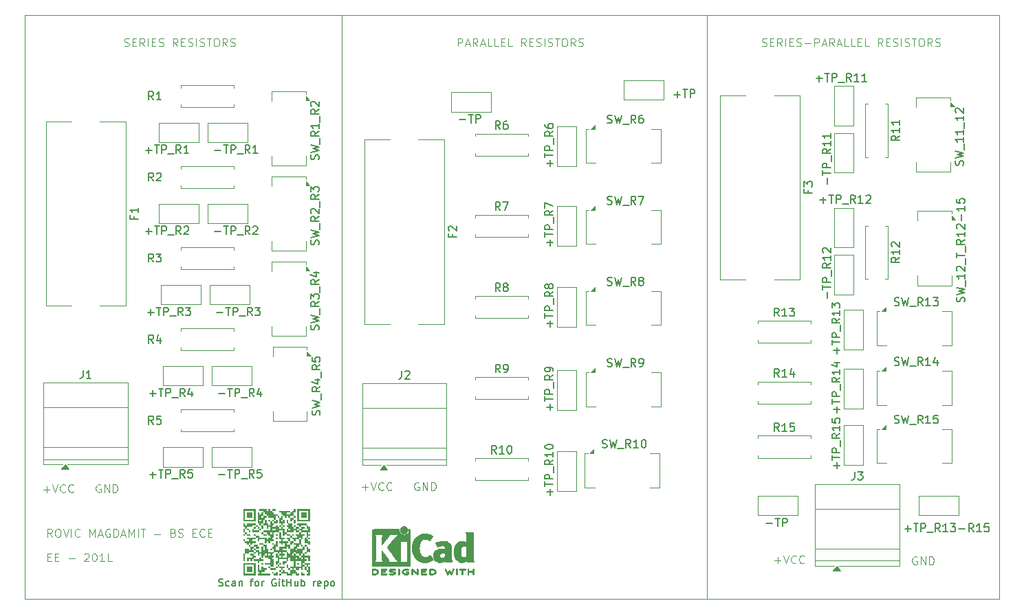
<source format=gbr>
%TF.GenerationSoftware,KiCad,Pcbnew,9.0.4*%
%TF.CreationDate,2025-08-31T04:42:25+08:00*%
%TF.ProjectId,Magdamit_EE_201L_Project,4d616764-616d-4697-945f-45455f323031,rev?*%
%TF.SameCoordinates,Original*%
%TF.FileFunction,Legend,Top*%
%TF.FilePolarity,Positive*%
%FSLAX46Y46*%
G04 Gerber Fmt 4.6, Leading zero omitted, Abs format (unit mm)*
G04 Created by KiCad (PCBNEW 9.0.4) date 2025-08-31 04:42:25*
%MOMM*%
%LPD*%
G01*
G04 APERTURE LIST*
%ADD10C,0.100000*%
%ADD11C,0.150000*%
%ADD12C,0.175000*%
%ADD13C,0.120000*%
%ADD14C,0.000000*%
%ADD15C,0.010000*%
G04 APERTURE END LIST*
D10*
X32500000Y-41000000D02*
X71500000Y-41000000D01*
X71500000Y-113000000D01*
X32500000Y-113000000D01*
X32500000Y-41000000D01*
X71500000Y-41000000D02*
X116500000Y-41000000D01*
X116500000Y-113000000D01*
X71500000Y-113000000D01*
X71500000Y-41000000D01*
X116500000Y-41000000D02*
X152500000Y-41000000D01*
X152500000Y-113000000D01*
X116500000Y-113000000D01*
X116500000Y-41000000D01*
X44756265Y-44824800D02*
X44899122Y-44872419D01*
X44899122Y-44872419D02*
X45137217Y-44872419D01*
X45137217Y-44872419D02*
X45232455Y-44824800D01*
X45232455Y-44824800D02*
X45280074Y-44777180D01*
X45280074Y-44777180D02*
X45327693Y-44681942D01*
X45327693Y-44681942D02*
X45327693Y-44586704D01*
X45327693Y-44586704D02*
X45280074Y-44491466D01*
X45280074Y-44491466D02*
X45232455Y-44443847D01*
X45232455Y-44443847D02*
X45137217Y-44396228D01*
X45137217Y-44396228D02*
X44946741Y-44348609D01*
X44946741Y-44348609D02*
X44851503Y-44300990D01*
X44851503Y-44300990D02*
X44803884Y-44253371D01*
X44803884Y-44253371D02*
X44756265Y-44158133D01*
X44756265Y-44158133D02*
X44756265Y-44062895D01*
X44756265Y-44062895D02*
X44803884Y-43967657D01*
X44803884Y-43967657D02*
X44851503Y-43920038D01*
X44851503Y-43920038D02*
X44946741Y-43872419D01*
X44946741Y-43872419D02*
X45184836Y-43872419D01*
X45184836Y-43872419D02*
X45327693Y-43920038D01*
X45756265Y-44348609D02*
X46089598Y-44348609D01*
X46232455Y-44872419D02*
X45756265Y-44872419D01*
X45756265Y-44872419D02*
X45756265Y-43872419D01*
X45756265Y-43872419D02*
X46232455Y-43872419D01*
X47232455Y-44872419D02*
X46899122Y-44396228D01*
X46661027Y-44872419D02*
X46661027Y-43872419D01*
X46661027Y-43872419D02*
X47041979Y-43872419D01*
X47041979Y-43872419D02*
X47137217Y-43920038D01*
X47137217Y-43920038D02*
X47184836Y-43967657D01*
X47184836Y-43967657D02*
X47232455Y-44062895D01*
X47232455Y-44062895D02*
X47232455Y-44205752D01*
X47232455Y-44205752D02*
X47184836Y-44300990D01*
X47184836Y-44300990D02*
X47137217Y-44348609D01*
X47137217Y-44348609D02*
X47041979Y-44396228D01*
X47041979Y-44396228D02*
X46661027Y-44396228D01*
X47661027Y-44872419D02*
X47661027Y-43872419D01*
X48137217Y-44348609D02*
X48470550Y-44348609D01*
X48613407Y-44872419D02*
X48137217Y-44872419D01*
X48137217Y-44872419D02*
X48137217Y-43872419D01*
X48137217Y-43872419D02*
X48613407Y-43872419D01*
X48994360Y-44824800D02*
X49137217Y-44872419D01*
X49137217Y-44872419D02*
X49375312Y-44872419D01*
X49375312Y-44872419D02*
X49470550Y-44824800D01*
X49470550Y-44824800D02*
X49518169Y-44777180D01*
X49518169Y-44777180D02*
X49565788Y-44681942D01*
X49565788Y-44681942D02*
X49565788Y-44586704D01*
X49565788Y-44586704D02*
X49518169Y-44491466D01*
X49518169Y-44491466D02*
X49470550Y-44443847D01*
X49470550Y-44443847D02*
X49375312Y-44396228D01*
X49375312Y-44396228D02*
X49184836Y-44348609D01*
X49184836Y-44348609D02*
X49089598Y-44300990D01*
X49089598Y-44300990D02*
X49041979Y-44253371D01*
X49041979Y-44253371D02*
X48994360Y-44158133D01*
X48994360Y-44158133D02*
X48994360Y-44062895D01*
X48994360Y-44062895D02*
X49041979Y-43967657D01*
X49041979Y-43967657D02*
X49089598Y-43920038D01*
X49089598Y-43920038D02*
X49184836Y-43872419D01*
X49184836Y-43872419D02*
X49422931Y-43872419D01*
X49422931Y-43872419D02*
X49565788Y-43920038D01*
X51327693Y-44872419D02*
X50994360Y-44396228D01*
X50756265Y-44872419D02*
X50756265Y-43872419D01*
X50756265Y-43872419D02*
X51137217Y-43872419D01*
X51137217Y-43872419D02*
X51232455Y-43920038D01*
X51232455Y-43920038D02*
X51280074Y-43967657D01*
X51280074Y-43967657D02*
X51327693Y-44062895D01*
X51327693Y-44062895D02*
X51327693Y-44205752D01*
X51327693Y-44205752D02*
X51280074Y-44300990D01*
X51280074Y-44300990D02*
X51232455Y-44348609D01*
X51232455Y-44348609D02*
X51137217Y-44396228D01*
X51137217Y-44396228D02*
X50756265Y-44396228D01*
X51756265Y-44348609D02*
X52089598Y-44348609D01*
X52232455Y-44872419D02*
X51756265Y-44872419D01*
X51756265Y-44872419D02*
X51756265Y-43872419D01*
X51756265Y-43872419D02*
X52232455Y-43872419D01*
X52613408Y-44824800D02*
X52756265Y-44872419D01*
X52756265Y-44872419D02*
X52994360Y-44872419D01*
X52994360Y-44872419D02*
X53089598Y-44824800D01*
X53089598Y-44824800D02*
X53137217Y-44777180D01*
X53137217Y-44777180D02*
X53184836Y-44681942D01*
X53184836Y-44681942D02*
X53184836Y-44586704D01*
X53184836Y-44586704D02*
X53137217Y-44491466D01*
X53137217Y-44491466D02*
X53089598Y-44443847D01*
X53089598Y-44443847D02*
X52994360Y-44396228D01*
X52994360Y-44396228D02*
X52803884Y-44348609D01*
X52803884Y-44348609D02*
X52708646Y-44300990D01*
X52708646Y-44300990D02*
X52661027Y-44253371D01*
X52661027Y-44253371D02*
X52613408Y-44158133D01*
X52613408Y-44158133D02*
X52613408Y-44062895D01*
X52613408Y-44062895D02*
X52661027Y-43967657D01*
X52661027Y-43967657D02*
X52708646Y-43920038D01*
X52708646Y-43920038D02*
X52803884Y-43872419D01*
X52803884Y-43872419D02*
X53041979Y-43872419D01*
X53041979Y-43872419D02*
X53184836Y-43920038D01*
X53613408Y-44872419D02*
X53613408Y-43872419D01*
X54041979Y-44824800D02*
X54184836Y-44872419D01*
X54184836Y-44872419D02*
X54422931Y-44872419D01*
X54422931Y-44872419D02*
X54518169Y-44824800D01*
X54518169Y-44824800D02*
X54565788Y-44777180D01*
X54565788Y-44777180D02*
X54613407Y-44681942D01*
X54613407Y-44681942D02*
X54613407Y-44586704D01*
X54613407Y-44586704D02*
X54565788Y-44491466D01*
X54565788Y-44491466D02*
X54518169Y-44443847D01*
X54518169Y-44443847D02*
X54422931Y-44396228D01*
X54422931Y-44396228D02*
X54232455Y-44348609D01*
X54232455Y-44348609D02*
X54137217Y-44300990D01*
X54137217Y-44300990D02*
X54089598Y-44253371D01*
X54089598Y-44253371D02*
X54041979Y-44158133D01*
X54041979Y-44158133D02*
X54041979Y-44062895D01*
X54041979Y-44062895D02*
X54089598Y-43967657D01*
X54089598Y-43967657D02*
X54137217Y-43920038D01*
X54137217Y-43920038D02*
X54232455Y-43872419D01*
X54232455Y-43872419D02*
X54470550Y-43872419D01*
X54470550Y-43872419D02*
X54613407Y-43920038D01*
X54899122Y-43872419D02*
X55470550Y-43872419D01*
X55184836Y-44872419D02*
X55184836Y-43872419D01*
X55994360Y-43872419D02*
X56184836Y-43872419D01*
X56184836Y-43872419D02*
X56280074Y-43920038D01*
X56280074Y-43920038D02*
X56375312Y-44015276D01*
X56375312Y-44015276D02*
X56422931Y-44205752D01*
X56422931Y-44205752D02*
X56422931Y-44539085D01*
X56422931Y-44539085D02*
X56375312Y-44729561D01*
X56375312Y-44729561D02*
X56280074Y-44824800D01*
X56280074Y-44824800D02*
X56184836Y-44872419D01*
X56184836Y-44872419D02*
X55994360Y-44872419D01*
X55994360Y-44872419D02*
X55899122Y-44824800D01*
X55899122Y-44824800D02*
X55803884Y-44729561D01*
X55803884Y-44729561D02*
X55756265Y-44539085D01*
X55756265Y-44539085D02*
X55756265Y-44205752D01*
X55756265Y-44205752D02*
X55803884Y-44015276D01*
X55803884Y-44015276D02*
X55899122Y-43920038D01*
X55899122Y-43920038D02*
X55994360Y-43872419D01*
X57422931Y-44872419D02*
X57089598Y-44396228D01*
X56851503Y-44872419D02*
X56851503Y-43872419D01*
X56851503Y-43872419D02*
X57232455Y-43872419D01*
X57232455Y-43872419D02*
X57327693Y-43920038D01*
X57327693Y-43920038D02*
X57375312Y-43967657D01*
X57375312Y-43967657D02*
X57422931Y-44062895D01*
X57422931Y-44062895D02*
X57422931Y-44205752D01*
X57422931Y-44205752D02*
X57375312Y-44300990D01*
X57375312Y-44300990D02*
X57327693Y-44348609D01*
X57327693Y-44348609D02*
X57232455Y-44396228D01*
X57232455Y-44396228D02*
X56851503Y-44396228D01*
X57803884Y-44824800D02*
X57946741Y-44872419D01*
X57946741Y-44872419D02*
X58184836Y-44872419D01*
X58184836Y-44872419D02*
X58280074Y-44824800D01*
X58280074Y-44824800D02*
X58327693Y-44777180D01*
X58327693Y-44777180D02*
X58375312Y-44681942D01*
X58375312Y-44681942D02*
X58375312Y-44586704D01*
X58375312Y-44586704D02*
X58327693Y-44491466D01*
X58327693Y-44491466D02*
X58280074Y-44443847D01*
X58280074Y-44443847D02*
X58184836Y-44396228D01*
X58184836Y-44396228D02*
X57994360Y-44348609D01*
X57994360Y-44348609D02*
X57899122Y-44300990D01*
X57899122Y-44300990D02*
X57851503Y-44253371D01*
X57851503Y-44253371D02*
X57803884Y-44158133D01*
X57803884Y-44158133D02*
X57803884Y-44062895D01*
X57803884Y-44062895D02*
X57851503Y-43967657D01*
X57851503Y-43967657D02*
X57899122Y-43920038D01*
X57899122Y-43920038D02*
X57994360Y-43872419D01*
X57994360Y-43872419D02*
X58232455Y-43872419D01*
X58232455Y-43872419D02*
X58375312Y-43920038D01*
X142327693Y-107812538D02*
X142232455Y-107764919D01*
X142232455Y-107764919D02*
X142089598Y-107764919D01*
X142089598Y-107764919D02*
X141946741Y-107812538D01*
X141946741Y-107812538D02*
X141851503Y-107907776D01*
X141851503Y-107907776D02*
X141803884Y-108003014D01*
X141803884Y-108003014D02*
X141756265Y-108193490D01*
X141756265Y-108193490D02*
X141756265Y-108336347D01*
X141756265Y-108336347D02*
X141803884Y-108526823D01*
X141803884Y-108526823D02*
X141851503Y-108622061D01*
X141851503Y-108622061D02*
X141946741Y-108717300D01*
X141946741Y-108717300D02*
X142089598Y-108764919D01*
X142089598Y-108764919D02*
X142184836Y-108764919D01*
X142184836Y-108764919D02*
X142327693Y-108717300D01*
X142327693Y-108717300D02*
X142375312Y-108669680D01*
X142375312Y-108669680D02*
X142375312Y-108336347D01*
X142375312Y-108336347D02*
X142184836Y-108336347D01*
X142803884Y-108764919D02*
X142803884Y-107764919D01*
X142803884Y-107764919D02*
X143375312Y-108764919D01*
X143375312Y-108764919D02*
X143375312Y-107764919D01*
X143851503Y-108764919D02*
X143851503Y-107764919D01*
X143851503Y-107764919D02*
X144089598Y-107764919D01*
X144089598Y-107764919D02*
X144232455Y-107812538D01*
X144232455Y-107812538D02*
X144327693Y-107907776D01*
X144327693Y-107907776D02*
X144375312Y-108003014D01*
X144375312Y-108003014D02*
X144422931Y-108193490D01*
X144422931Y-108193490D02*
X144422931Y-108336347D01*
X144422931Y-108336347D02*
X144375312Y-108526823D01*
X144375312Y-108526823D02*
X144327693Y-108622061D01*
X144327693Y-108622061D02*
X144232455Y-108717300D01*
X144232455Y-108717300D02*
X144089598Y-108764919D01*
X144089598Y-108764919D02*
X143851503Y-108764919D01*
D11*
X112428095Y-50803866D02*
X113190000Y-50803866D01*
X112809047Y-51184819D02*
X112809047Y-50422914D01*
X113523333Y-50184819D02*
X114094761Y-50184819D01*
X113809047Y-51184819D02*
X113809047Y-50184819D01*
X114428095Y-51184819D02*
X114428095Y-50184819D01*
X114428095Y-50184819D02*
X114809047Y-50184819D01*
X114809047Y-50184819D02*
X114904285Y-50232438D01*
X114904285Y-50232438D02*
X114951904Y-50280057D01*
X114951904Y-50280057D02*
X114999523Y-50375295D01*
X114999523Y-50375295D02*
X114999523Y-50518152D01*
X114999523Y-50518152D02*
X114951904Y-50613390D01*
X114951904Y-50613390D02*
X114904285Y-50661009D01*
X114904285Y-50661009D02*
X114809047Y-50708628D01*
X114809047Y-50708628D02*
X114428095Y-50708628D01*
D10*
X85803884Y-44872419D02*
X85803884Y-43872419D01*
X85803884Y-43872419D02*
X86184836Y-43872419D01*
X86184836Y-43872419D02*
X86280074Y-43920038D01*
X86280074Y-43920038D02*
X86327693Y-43967657D01*
X86327693Y-43967657D02*
X86375312Y-44062895D01*
X86375312Y-44062895D02*
X86375312Y-44205752D01*
X86375312Y-44205752D02*
X86327693Y-44300990D01*
X86327693Y-44300990D02*
X86280074Y-44348609D01*
X86280074Y-44348609D02*
X86184836Y-44396228D01*
X86184836Y-44396228D02*
X85803884Y-44396228D01*
X86756265Y-44586704D02*
X87232455Y-44586704D01*
X86661027Y-44872419D02*
X86994360Y-43872419D01*
X86994360Y-43872419D02*
X87327693Y-44872419D01*
X88232455Y-44872419D02*
X87899122Y-44396228D01*
X87661027Y-44872419D02*
X87661027Y-43872419D01*
X87661027Y-43872419D02*
X88041979Y-43872419D01*
X88041979Y-43872419D02*
X88137217Y-43920038D01*
X88137217Y-43920038D02*
X88184836Y-43967657D01*
X88184836Y-43967657D02*
X88232455Y-44062895D01*
X88232455Y-44062895D02*
X88232455Y-44205752D01*
X88232455Y-44205752D02*
X88184836Y-44300990D01*
X88184836Y-44300990D02*
X88137217Y-44348609D01*
X88137217Y-44348609D02*
X88041979Y-44396228D01*
X88041979Y-44396228D02*
X87661027Y-44396228D01*
X88613408Y-44586704D02*
X89089598Y-44586704D01*
X88518170Y-44872419D02*
X88851503Y-43872419D01*
X88851503Y-43872419D02*
X89184836Y-44872419D01*
X89994360Y-44872419D02*
X89518170Y-44872419D01*
X89518170Y-44872419D02*
X89518170Y-43872419D01*
X90803884Y-44872419D02*
X90327694Y-44872419D01*
X90327694Y-44872419D02*
X90327694Y-43872419D01*
X91137218Y-44348609D02*
X91470551Y-44348609D01*
X91613408Y-44872419D02*
X91137218Y-44872419D01*
X91137218Y-44872419D02*
X91137218Y-43872419D01*
X91137218Y-43872419D02*
X91613408Y-43872419D01*
X92518170Y-44872419D02*
X92041980Y-44872419D01*
X92041980Y-44872419D02*
X92041980Y-43872419D01*
X94184837Y-44872419D02*
X93851504Y-44396228D01*
X93613409Y-44872419D02*
X93613409Y-43872419D01*
X93613409Y-43872419D02*
X93994361Y-43872419D01*
X93994361Y-43872419D02*
X94089599Y-43920038D01*
X94089599Y-43920038D02*
X94137218Y-43967657D01*
X94137218Y-43967657D02*
X94184837Y-44062895D01*
X94184837Y-44062895D02*
X94184837Y-44205752D01*
X94184837Y-44205752D02*
X94137218Y-44300990D01*
X94137218Y-44300990D02*
X94089599Y-44348609D01*
X94089599Y-44348609D02*
X93994361Y-44396228D01*
X93994361Y-44396228D02*
X93613409Y-44396228D01*
X94613409Y-44348609D02*
X94946742Y-44348609D01*
X95089599Y-44872419D02*
X94613409Y-44872419D01*
X94613409Y-44872419D02*
X94613409Y-43872419D01*
X94613409Y-43872419D02*
X95089599Y-43872419D01*
X95470552Y-44824800D02*
X95613409Y-44872419D01*
X95613409Y-44872419D02*
X95851504Y-44872419D01*
X95851504Y-44872419D02*
X95946742Y-44824800D01*
X95946742Y-44824800D02*
X95994361Y-44777180D01*
X95994361Y-44777180D02*
X96041980Y-44681942D01*
X96041980Y-44681942D02*
X96041980Y-44586704D01*
X96041980Y-44586704D02*
X95994361Y-44491466D01*
X95994361Y-44491466D02*
X95946742Y-44443847D01*
X95946742Y-44443847D02*
X95851504Y-44396228D01*
X95851504Y-44396228D02*
X95661028Y-44348609D01*
X95661028Y-44348609D02*
X95565790Y-44300990D01*
X95565790Y-44300990D02*
X95518171Y-44253371D01*
X95518171Y-44253371D02*
X95470552Y-44158133D01*
X95470552Y-44158133D02*
X95470552Y-44062895D01*
X95470552Y-44062895D02*
X95518171Y-43967657D01*
X95518171Y-43967657D02*
X95565790Y-43920038D01*
X95565790Y-43920038D02*
X95661028Y-43872419D01*
X95661028Y-43872419D02*
X95899123Y-43872419D01*
X95899123Y-43872419D02*
X96041980Y-43920038D01*
X96470552Y-44872419D02*
X96470552Y-43872419D01*
X96899123Y-44824800D02*
X97041980Y-44872419D01*
X97041980Y-44872419D02*
X97280075Y-44872419D01*
X97280075Y-44872419D02*
X97375313Y-44824800D01*
X97375313Y-44824800D02*
X97422932Y-44777180D01*
X97422932Y-44777180D02*
X97470551Y-44681942D01*
X97470551Y-44681942D02*
X97470551Y-44586704D01*
X97470551Y-44586704D02*
X97422932Y-44491466D01*
X97422932Y-44491466D02*
X97375313Y-44443847D01*
X97375313Y-44443847D02*
X97280075Y-44396228D01*
X97280075Y-44396228D02*
X97089599Y-44348609D01*
X97089599Y-44348609D02*
X96994361Y-44300990D01*
X96994361Y-44300990D02*
X96946742Y-44253371D01*
X96946742Y-44253371D02*
X96899123Y-44158133D01*
X96899123Y-44158133D02*
X96899123Y-44062895D01*
X96899123Y-44062895D02*
X96946742Y-43967657D01*
X96946742Y-43967657D02*
X96994361Y-43920038D01*
X96994361Y-43920038D02*
X97089599Y-43872419D01*
X97089599Y-43872419D02*
X97327694Y-43872419D01*
X97327694Y-43872419D02*
X97470551Y-43920038D01*
X97756266Y-43872419D02*
X98327694Y-43872419D01*
X98041980Y-44872419D02*
X98041980Y-43872419D01*
X98851504Y-43872419D02*
X99041980Y-43872419D01*
X99041980Y-43872419D02*
X99137218Y-43920038D01*
X99137218Y-43920038D02*
X99232456Y-44015276D01*
X99232456Y-44015276D02*
X99280075Y-44205752D01*
X99280075Y-44205752D02*
X99280075Y-44539085D01*
X99280075Y-44539085D02*
X99232456Y-44729561D01*
X99232456Y-44729561D02*
X99137218Y-44824800D01*
X99137218Y-44824800D02*
X99041980Y-44872419D01*
X99041980Y-44872419D02*
X98851504Y-44872419D01*
X98851504Y-44872419D02*
X98756266Y-44824800D01*
X98756266Y-44824800D02*
X98661028Y-44729561D01*
X98661028Y-44729561D02*
X98613409Y-44539085D01*
X98613409Y-44539085D02*
X98613409Y-44205752D01*
X98613409Y-44205752D02*
X98661028Y-44015276D01*
X98661028Y-44015276D02*
X98756266Y-43920038D01*
X98756266Y-43920038D02*
X98851504Y-43872419D01*
X100280075Y-44872419D02*
X99946742Y-44396228D01*
X99708647Y-44872419D02*
X99708647Y-43872419D01*
X99708647Y-43872419D02*
X100089599Y-43872419D01*
X100089599Y-43872419D02*
X100184837Y-43920038D01*
X100184837Y-43920038D02*
X100232456Y-43967657D01*
X100232456Y-43967657D02*
X100280075Y-44062895D01*
X100280075Y-44062895D02*
X100280075Y-44205752D01*
X100280075Y-44205752D02*
X100232456Y-44300990D01*
X100232456Y-44300990D02*
X100184837Y-44348609D01*
X100184837Y-44348609D02*
X100089599Y-44396228D01*
X100089599Y-44396228D02*
X99708647Y-44396228D01*
X100661028Y-44824800D02*
X100803885Y-44872419D01*
X100803885Y-44872419D02*
X101041980Y-44872419D01*
X101041980Y-44872419D02*
X101137218Y-44824800D01*
X101137218Y-44824800D02*
X101184837Y-44777180D01*
X101184837Y-44777180D02*
X101232456Y-44681942D01*
X101232456Y-44681942D02*
X101232456Y-44586704D01*
X101232456Y-44586704D02*
X101184837Y-44491466D01*
X101184837Y-44491466D02*
X101137218Y-44443847D01*
X101137218Y-44443847D02*
X101041980Y-44396228D01*
X101041980Y-44396228D02*
X100851504Y-44348609D01*
X100851504Y-44348609D02*
X100756266Y-44300990D01*
X100756266Y-44300990D02*
X100708647Y-44253371D01*
X100708647Y-44253371D02*
X100661028Y-44158133D01*
X100661028Y-44158133D02*
X100661028Y-44062895D01*
X100661028Y-44062895D02*
X100708647Y-43967657D01*
X100708647Y-43967657D02*
X100756266Y-43920038D01*
X100756266Y-43920038D02*
X100851504Y-43872419D01*
X100851504Y-43872419D02*
X101089599Y-43872419D01*
X101089599Y-43872419D02*
X101232456Y-43920038D01*
X81017693Y-98650038D02*
X80922455Y-98602419D01*
X80922455Y-98602419D02*
X80779598Y-98602419D01*
X80779598Y-98602419D02*
X80636741Y-98650038D01*
X80636741Y-98650038D02*
X80541503Y-98745276D01*
X80541503Y-98745276D02*
X80493884Y-98840514D01*
X80493884Y-98840514D02*
X80446265Y-99030990D01*
X80446265Y-99030990D02*
X80446265Y-99173847D01*
X80446265Y-99173847D02*
X80493884Y-99364323D01*
X80493884Y-99364323D02*
X80541503Y-99459561D01*
X80541503Y-99459561D02*
X80636741Y-99554800D01*
X80636741Y-99554800D02*
X80779598Y-99602419D01*
X80779598Y-99602419D02*
X80874836Y-99602419D01*
X80874836Y-99602419D02*
X81017693Y-99554800D01*
X81017693Y-99554800D02*
X81065312Y-99507180D01*
X81065312Y-99507180D02*
X81065312Y-99173847D01*
X81065312Y-99173847D02*
X80874836Y-99173847D01*
X81493884Y-99602419D02*
X81493884Y-98602419D01*
X81493884Y-98602419D02*
X82065312Y-99602419D01*
X82065312Y-99602419D02*
X82065312Y-98602419D01*
X82541503Y-99602419D02*
X82541503Y-98602419D01*
X82541503Y-98602419D02*
X82779598Y-98602419D01*
X82779598Y-98602419D02*
X82922455Y-98650038D01*
X82922455Y-98650038D02*
X83017693Y-98745276D01*
X83017693Y-98745276D02*
X83065312Y-98840514D01*
X83065312Y-98840514D02*
X83112931Y-99030990D01*
X83112931Y-99030990D02*
X83112931Y-99173847D01*
X83112931Y-99173847D02*
X83065312Y-99364323D01*
X83065312Y-99364323D02*
X83017693Y-99459561D01*
X83017693Y-99459561D02*
X82922455Y-99554800D01*
X82922455Y-99554800D02*
X82779598Y-99602419D01*
X82779598Y-99602419D02*
X82541503Y-99602419D01*
X41827693Y-98920038D02*
X41732455Y-98872419D01*
X41732455Y-98872419D02*
X41589598Y-98872419D01*
X41589598Y-98872419D02*
X41446741Y-98920038D01*
X41446741Y-98920038D02*
X41351503Y-99015276D01*
X41351503Y-99015276D02*
X41303884Y-99110514D01*
X41303884Y-99110514D02*
X41256265Y-99300990D01*
X41256265Y-99300990D02*
X41256265Y-99443847D01*
X41256265Y-99443847D02*
X41303884Y-99634323D01*
X41303884Y-99634323D02*
X41351503Y-99729561D01*
X41351503Y-99729561D02*
X41446741Y-99824800D01*
X41446741Y-99824800D02*
X41589598Y-99872419D01*
X41589598Y-99872419D02*
X41684836Y-99872419D01*
X41684836Y-99872419D02*
X41827693Y-99824800D01*
X41827693Y-99824800D02*
X41875312Y-99777180D01*
X41875312Y-99777180D02*
X41875312Y-99443847D01*
X41875312Y-99443847D02*
X41684836Y-99443847D01*
X42303884Y-99872419D02*
X42303884Y-98872419D01*
X42303884Y-98872419D02*
X42875312Y-99872419D01*
X42875312Y-99872419D02*
X42875312Y-98872419D01*
X43351503Y-99872419D02*
X43351503Y-98872419D01*
X43351503Y-98872419D02*
X43589598Y-98872419D01*
X43589598Y-98872419D02*
X43732455Y-98920038D01*
X43732455Y-98920038D02*
X43827693Y-99015276D01*
X43827693Y-99015276D02*
X43875312Y-99110514D01*
X43875312Y-99110514D02*
X43922931Y-99300990D01*
X43922931Y-99300990D02*
X43922931Y-99443847D01*
X43922931Y-99443847D02*
X43875312Y-99634323D01*
X43875312Y-99634323D02*
X43827693Y-99729561D01*
X43827693Y-99729561D02*
X43732455Y-99824800D01*
X43732455Y-99824800D02*
X43589598Y-99872419D01*
X43589598Y-99872419D02*
X43351503Y-99872419D01*
X73993884Y-99221466D02*
X74755789Y-99221466D01*
X74374836Y-99602419D02*
X74374836Y-98840514D01*
X75089122Y-98602419D02*
X75422455Y-99602419D01*
X75422455Y-99602419D02*
X75755788Y-98602419D01*
X76660550Y-99507180D02*
X76612931Y-99554800D01*
X76612931Y-99554800D02*
X76470074Y-99602419D01*
X76470074Y-99602419D02*
X76374836Y-99602419D01*
X76374836Y-99602419D02*
X76231979Y-99554800D01*
X76231979Y-99554800D02*
X76136741Y-99459561D01*
X76136741Y-99459561D02*
X76089122Y-99364323D01*
X76089122Y-99364323D02*
X76041503Y-99173847D01*
X76041503Y-99173847D02*
X76041503Y-99030990D01*
X76041503Y-99030990D02*
X76089122Y-98840514D01*
X76089122Y-98840514D02*
X76136741Y-98745276D01*
X76136741Y-98745276D02*
X76231979Y-98650038D01*
X76231979Y-98650038D02*
X76374836Y-98602419D01*
X76374836Y-98602419D02*
X76470074Y-98602419D01*
X76470074Y-98602419D02*
X76612931Y-98650038D01*
X76612931Y-98650038D02*
X76660550Y-98697657D01*
X77660550Y-99507180D02*
X77612931Y-99554800D01*
X77612931Y-99554800D02*
X77470074Y-99602419D01*
X77470074Y-99602419D02*
X77374836Y-99602419D01*
X77374836Y-99602419D02*
X77231979Y-99554800D01*
X77231979Y-99554800D02*
X77136741Y-99459561D01*
X77136741Y-99459561D02*
X77089122Y-99364323D01*
X77089122Y-99364323D02*
X77041503Y-99173847D01*
X77041503Y-99173847D02*
X77041503Y-99030990D01*
X77041503Y-99030990D02*
X77089122Y-98840514D01*
X77089122Y-98840514D02*
X77136741Y-98745276D01*
X77136741Y-98745276D02*
X77231979Y-98650038D01*
X77231979Y-98650038D02*
X77374836Y-98602419D01*
X77374836Y-98602419D02*
X77470074Y-98602419D01*
X77470074Y-98602419D02*
X77612931Y-98650038D01*
X77612931Y-98650038D02*
X77660550Y-98697657D01*
X35303884Y-107848609D02*
X35637217Y-107848609D01*
X35780074Y-108372419D02*
X35303884Y-108372419D01*
X35303884Y-108372419D02*
X35303884Y-107372419D01*
X35303884Y-107372419D02*
X35780074Y-107372419D01*
X36208646Y-107848609D02*
X36541979Y-107848609D01*
X36684836Y-108372419D02*
X36208646Y-108372419D01*
X36208646Y-108372419D02*
X36208646Y-107372419D01*
X36208646Y-107372419D02*
X36684836Y-107372419D01*
X37875313Y-107991466D02*
X38637218Y-107991466D01*
X39827694Y-107467657D02*
X39875313Y-107420038D01*
X39875313Y-107420038D02*
X39970551Y-107372419D01*
X39970551Y-107372419D02*
X40208646Y-107372419D01*
X40208646Y-107372419D02*
X40303884Y-107420038D01*
X40303884Y-107420038D02*
X40351503Y-107467657D01*
X40351503Y-107467657D02*
X40399122Y-107562895D01*
X40399122Y-107562895D02*
X40399122Y-107658133D01*
X40399122Y-107658133D02*
X40351503Y-107800990D01*
X40351503Y-107800990D02*
X39780075Y-108372419D01*
X39780075Y-108372419D02*
X40399122Y-108372419D01*
X41018170Y-107372419D02*
X41113408Y-107372419D01*
X41113408Y-107372419D02*
X41208646Y-107420038D01*
X41208646Y-107420038D02*
X41256265Y-107467657D01*
X41256265Y-107467657D02*
X41303884Y-107562895D01*
X41303884Y-107562895D02*
X41351503Y-107753371D01*
X41351503Y-107753371D02*
X41351503Y-107991466D01*
X41351503Y-107991466D02*
X41303884Y-108181942D01*
X41303884Y-108181942D02*
X41256265Y-108277180D01*
X41256265Y-108277180D02*
X41208646Y-108324800D01*
X41208646Y-108324800D02*
X41113408Y-108372419D01*
X41113408Y-108372419D02*
X41018170Y-108372419D01*
X41018170Y-108372419D02*
X40922932Y-108324800D01*
X40922932Y-108324800D02*
X40875313Y-108277180D01*
X40875313Y-108277180D02*
X40827694Y-108181942D01*
X40827694Y-108181942D02*
X40780075Y-107991466D01*
X40780075Y-107991466D02*
X40780075Y-107753371D01*
X40780075Y-107753371D02*
X40827694Y-107562895D01*
X40827694Y-107562895D02*
X40875313Y-107467657D01*
X40875313Y-107467657D02*
X40922932Y-107420038D01*
X40922932Y-107420038D02*
X41018170Y-107372419D01*
X42303884Y-108372419D02*
X41732456Y-108372419D01*
X42018170Y-108372419D02*
X42018170Y-107372419D01*
X42018170Y-107372419D02*
X41922932Y-107515276D01*
X41922932Y-107515276D02*
X41827694Y-107610514D01*
X41827694Y-107610514D02*
X41732456Y-107658133D01*
X43208646Y-108372419D02*
X42732456Y-108372419D01*
X42732456Y-108372419D02*
X42732456Y-107372419D01*
X123256265Y-44824800D02*
X123399122Y-44872419D01*
X123399122Y-44872419D02*
X123637217Y-44872419D01*
X123637217Y-44872419D02*
X123732455Y-44824800D01*
X123732455Y-44824800D02*
X123780074Y-44777180D01*
X123780074Y-44777180D02*
X123827693Y-44681942D01*
X123827693Y-44681942D02*
X123827693Y-44586704D01*
X123827693Y-44586704D02*
X123780074Y-44491466D01*
X123780074Y-44491466D02*
X123732455Y-44443847D01*
X123732455Y-44443847D02*
X123637217Y-44396228D01*
X123637217Y-44396228D02*
X123446741Y-44348609D01*
X123446741Y-44348609D02*
X123351503Y-44300990D01*
X123351503Y-44300990D02*
X123303884Y-44253371D01*
X123303884Y-44253371D02*
X123256265Y-44158133D01*
X123256265Y-44158133D02*
X123256265Y-44062895D01*
X123256265Y-44062895D02*
X123303884Y-43967657D01*
X123303884Y-43967657D02*
X123351503Y-43920038D01*
X123351503Y-43920038D02*
X123446741Y-43872419D01*
X123446741Y-43872419D02*
X123684836Y-43872419D01*
X123684836Y-43872419D02*
X123827693Y-43920038D01*
X124256265Y-44348609D02*
X124589598Y-44348609D01*
X124732455Y-44872419D02*
X124256265Y-44872419D01*
X124256265Y-44872419D02*
X124256265Y-43872419D01*
X124256265Y-43872419D02*
X124732455Y-43872419D01*
X125732455Y-44872419D02*
X125399122Y-44396228D01*
X125161027Y-44872419D02*
X125161027Y-43872419D01*
X125161027Y-43872419D02*
X125541979Y-43872419D01*
X125541979Y-43872419D02*
X125637217Y-43920038D01*
X125637217Y-43920038D02*
X125684836Y-43967657D01*
X125684836Y-43967657D02*
X125732455Y-44062895D01*
X125732455Y-44062895D02*
X125732455Y-44205752D01*
X125732455Y-44205752D02*
X125684836Y-44300990D01*
X125684836Y-44300990D02*
X125637217Y-44348609D01*
X125637217Y-44348609D02*
X125541979Y-44396228D01*
X125541979Y-44396228D02*
X125161027Y-44396228D01*
X126161027Y-44872419D02*
X126161027Y-43872419D01*
X126637217Y-44348609D02*
X126970550Y-44348609D01*
X127113407Y-44872419D02*
X126637217Y-44872419D01*
X126637217Y-44872419D02*
X126637217Y-43872419D01*
X126637217Y-43872419D02*
X127113407Y-43872419D01*
X127494360Y-44824800D02*
X127637217Y-44872419D01*
X127637217Y-44872419D02*
X127875312Y-44872419D01*
X127875312Y-44872419D02*
X127970550Y-44824800D01*
X127970550Y-44824800D02*
X128018169Y-44777180D01*
X128018169Y-44777180D02*
X128065788Y-44681942D01*
X128065788Y-44681942D02*
X128065788Y-44586704D01*
X128065788Y-44586704D02*
X128018169Y-44491466D01*
X128018169Y-44491466D02*
X127970550Y-44443847D01*
X127970550Y-44443847D02*
X127875312Y-44396228D01*
X127875312Y-44396228D02*
X127684836Y-44348609D01*
X127684836Y-44348609D02*
X127589598Y-44300990D01*
X127589598Y-44300990D02*
X127541979Y-44253371D01*
X127541979Y-44253371D02*
X127494360Y-44158133D01*
X127494360Y-44158133D02*
X127494360Y-44062895D01*
X127494360Y-44062895D02*
X127541979Y-43967657D01*
X127541979Y-43967657D02*
X127589598Y-43920038D01*
X127589598Y-43920038D02*
X127684836Y-43872419D01*
X127684836Y-43872419D02*
X127922931Y-43872419D01*
X127922931Y-43872419D02*
X128065788Y-43920038D01*
X128494360Y-44491466D02*
X129256265Y-44491466D01*
X129732455Y-44872419D02*
X129732455Y-43872419D01*
X129732455Y-43872419D02*
X130113407Y-43872419D01*
X130113407Y-43872419D02*
X130208645Y-43920038D01*
X130208645Y-43920038D02*
X130256264Y-43967657D01*
X130256264Y-43967657D02*
X130303883Y-44062895D01*
X130303883Y-44062895D02*
X130303883Y-44205752D01*
X130303883Y-44205752D02*
X130256264Y-44300990D01*
X130256264Y-44300990D02*
X130208645Y-44348609D01*
X130208645Y-44348609D02*
X130113407Y-44396228D01*
X130113407Y-44396228D02*
X129732455Y-44396228D01*
X130684836Y-44586704D02*
X131161026Y-44586704D01*
X130589598Y-44872419D02*
X130922931Y-43872419D01*
X130922931Y-43872419D02*
X131256264Y-44872419D01*
X132161026Y-44872419D02*
X131827693Y-44396228D01*
X131589598Y-44872419D02*
X131589598Y-43872419D01*
X131589598Y-43872419D02*
X131970550Y-43872419D01*
X131970550Y-43872419D02*
X132065788Y-43920038D01*
X132065788Y-43920038D02*
X132113407Y-43967657D01*
X132113407Y-43967657D02*
X132161026Y-44062895D01*
X132161026Y-44062895D02*
X132161026Y-44205752D01*
X132161026Y-44205752D02*
X132113407Y-44300990D01*
X132113407Y-44300990D02*
X132065788Y-44348609D01*
X132065788Y-44348609D02*
X131970550Y-44396228D01*
X131970550Y-44396228D02*
X131589598Y-44396228D01*
X132541979Y-44586704D02*
X133018169Y-44586704D01*
X132446741Y-44872419D02*
X132780074Y-43872419D01*
X132780074Y-43872419D02*
X133113407Y-44872419D01*
X133922931Y-44872419D02*
X133446741Y-44872419D01*
X133446741Y-44872419D02*
X133446741Y-43872419D01*
X134732455Y-44872419D02*
X134256265Y-44872419D01*
X134256265Y-44872419D02*
X134256265Y-43872419D01*
X135065789Y-44348609D02*
X135399122Y-44348609D01*
X135541979Y-44872419D02*
X135065789Y-44872419D01*
X135065789Y-44872419D02*
X135065789Y-43872419D01*
X135065789Y-43872419D02*
X135541979Y-43872419D01*
X136446741Y-44872419D02*
X135970551Y-44872419D01*
X135970551Y-44872419D02*
X135970551Y-43872419D01*
X138113408Y-44872419D02*
X137780075Y-44396228D01*
X137541980Y-44872419D02*
X137541980Y-43872419D01*
X137541980Y-43872419D02*
X137922932Y-43872419D01*
X137922932Y-43872419D02*
X138018170Y-43920038D01*
X138018170Y-43920038D02*
X138065789Y-43967657D01*
X138065789Y-43967657D02*
X138113408Y-44062895D01*
X138113408Y-44062895D02*
X138113408Y-44205752D01*
X138113408Y-44205752D02*
X138065789Y-44300990D01*
X138065789Y-44300990D02*
X138018170Y-44348609D01*
X138018170Y-44348609D02*
X137922932Y-44396228D01*
X137922932Y-44396228D02*
X137541980Y-44396228D01*
X138541980Y-44348609D02*
X138875313Y-44348609D01*
X139018170Y-44872419D02*
X138541980Y-44872419D01*
X138541980Y-44872419D02*
X138541980Y-43872419D01*
X138541980Y-43872419D02*
X139018170Y-43872419D01*
X139399123Y-44824800D02*
X139541980Y-44872419D01*
X139541980Y-44872419D02*
X139780075Y-44872419D01*
X139780075Y-44872419D02*
X139875313Y-44824800D01*
X139875313Y-44824800D02*
X139922932Y-44777180D01*
X139922932Y-44777180D02*
X139970551Y-44681942D01*
X139970551Y-44681942D02*
X139970551Y-44586704D01*
X139970551Y-44586704D02*
X139922932Y-44491466D01*
X139922932Y-44491466D02*
X139875313Y-44443847D01*
X139875313Y-44443847D02*
X139780075Y-44396228D01*
X139780075Y-44396228D02*
X139589599Y-44348609D01*
X139589599Y-44348609D02*
X139494361Y-44300990D01*
X139494361Y-44300990D02*
X139446742Y-44253371D01*
X139446742Y-44253371D02*
X139399123Y-44158133D01*
X139399123Y-44158133D02*
X139399123Y-44062895D01*
X139399123Y-44062895D02*
X139446742Y-43967657D01*
X139446742Y-43967657D02*
X139494361Y-43920038D01*
X139494361Y-43920038D02*
X139589599Y-43872419D01*
X139589599Y-43872419D02*
X139827694Y-43872419D01*
X139827694Y-43872419D02*
X139970551Y-43920038D01*
X140399123Y-44872419D02*
X140399123Y-43872419D01*
X140827694Y-44824800D02*
X140970551Y-44872419D01*
X140970551Y-44872419D02*
X141208646Y-44872419D01*
X141208646Y-44872419D02*
X141303884Y-44824800D01*
X141303884Y-44824800D02*
X141351503Y-44777180D01*
X141351503Y-44777180D02*
X141399122Y-44681942D01*
X141399122Y-44681942D02*
X141399122Y-44586704D01*
X141399122Y-44586704D02*
X141351503Y-44491466D01*
X141351503Y-44491466D02*
X141303884Y-44443847D01*
X141303884Y-44443847D02*
X141208646Y-44396228D01*
X141208646Y-44396228D02*
X141018170Y-44348609D01*
X141018170Y-44348609D02*
X140922932Y-44300990D01*
X140922932Y-44300990D02*
X140875313Y-44253371D01*
X140875313Y-44253371D02*
X140827694Y-44158133D01*
X140827694Y-44158133D02*
X140827694Y-44062895D01*
X140827694Y-44062895D02*
X140875313Y-43967657D01*
X140875313Y-43967657D02*
X140922932Y-43920038D01*
X140922932Y-43920038D02*
X141018170Y-43872419D01*
X141018170Y-43872419D02*
X141256265Y-43872419D01*
X141256265Y-43872419D02*
X141399122Y-43920038D01*
X141684837Y-43872419D02*
X142256265Y-43872419D01*
X141970551Y-44872419D02*
X141970551Y-43872419D01*
X142780075Y-43872419D02*
X142970551Y-43872419D01*
X142970551Y-43872419D02*
X143065789Y-43920038D01*
X143065789Y-43920038D02*
X143161027Y-44015276D01*
X143161027Y-44015276D02*
X143208646Y-44205752D01*
X143208646Y-44205752D02*
X143208646Y-44539085D01*
X143208646Y-44539085D02*
X143161027Y-44729561D01*
X143161027Y-44729561D02*
X143065789Y-44824800D01*
X143065789Y-44824800D02*
X142970551Y-44872419D01*
X142970551Y-44872419D02*
X142780075Y-44872419D01*
X142780075Y-44872419D02*
X142684837Y-44824800D01*
X142684837Y-44824800D02*
X142589599Y-44729561D01*
X142589599Y-44729561D02*
X142541980Y-44539085D01*
X142541980Y-44539085D02*
X142541980Y-44205752D01*
X142541980Y-44205752D02*
X142589599Y-44015276D01*
X142589599Y-44015276D02*
X142684837Y-43920038D01*
X142684837Y-43920038D02*
X142780075Y-43872419D01*
X144208646Y-44872419D02*
X143875313Y-44396228D01*
X143637218Y-44872419D02*
X143637218Y-43872419D01*
X143637218Y-43872419D02*
X144018170Y-43872419D01*
X144018170Y-43872419D02*
X144113408Y-43920038D01*
X144113408Y-43920038D02*
X144161027Y-43967657D01*
X144161027Y-43967657D02*
X144208646Y-44062895D01*
X144208646Y-44062895D02*
X144208646Y-44205752D01*
X144208646Y-44205752D02*
X144161027Y-44300990D01*
X144161027Y-44300990D02*
X144113408Y-44348609D01*
X144113408Y-44348609D02*
X144018170Y-44396228D01*
X144018170Y-44396228D02*
X143637218Y-44396228D01*
X144589599Y-44824800D02*
X144732456Y-44872419D01*
X144732456Y-44872419D02*
X144970551Y-44872419D01*
X144970551Y-44872419D02*
X145065789Y-44824800D01*
X145065789Y-44824800D02*
X145113408Y-44777180D01*
X145113408Y-44777180D02*
X145161027Y-44681942D01*
X145161027Y-44681942D02*
X145161027Y-44586704D01*
X145161027Y-44586704D02*
X145113408Y-44491466D01*
X145113408Y-44491466D02*
X145065789Y-44443847D01*
X145065789Y-44443847D02*
X144970551Y-44396228D01*
X144970551Y-44396228D02*
X144780075Y-44348609D01*
X144780075Y-44348609D02*
X144684837Y-44300990D01*
X144684837Y-44300990D02*
X144637218Y-44253371D01*
X144637218Y-44253371D02*
X144589599Y-44158133D01*
X144589599Y-44158133D02*
X144589599Y-44062895D01*
X144589599Y-44062895D02*
X144637218Y-43967657D01*
X144637218Y-43967657D02*
X144684837Y-43920038D01*
X144684837Y-43920038D02*
X144780075Y-43872419D01*
X144780075Y-43872419D02*
X145018170Y-43872419D01*
X145018170Y-43872419D02*
X145161027Y-43920038D01*
X124803884Y-108241466D02*
X125565789Y-108241466D01*
X125184836Y-108622419D02*
X125184836Y-107860514D01*
X125899122Y-107622419D02*
X126232455Y-108622419D01*
X126232455Y-108622419D02*
X126565788Y-107622419D01*
X127470550Y-108527180D02*
X127422931Y-108574800D01*
X127422931Y-108574800D02*
X127280074Y-108622419D01*
X127280074Y-108622419D02*
X127184836Y-108622419D01*
X127184836Y-108622419D02*
X127041979Y-108574800D01*
X127041979Y-108574800D02*
X126946741Y-108479561D01*
X126946741Y-108479561D02*
X126899122Y-108384323D01*
X126899122Y-108384323D02*
X126851503Y-108193847D01*
X126851503Y-108193847D02*
X126851503Y-108050990D01*
X126851503Y-108050990D02*
X126899122Y-107860514D01*
X126899122Y-107860514D02*
X126946741Y-107765276D01*
X126946741Y-107765276D02*
X127041979Y-107670038D01*
X127041979Y-107670038D02*
X127184836Y-107622419D01*
X127184836Y-107622419D02*
X127280074Y-107622419D01*
X127280074Y-107622419D02*
X127422931Y-107670038D01*
X127422931Y-107670038D02*
X127470550Y-107717657D01*
X128470550Y-108527180D02*
X128422931Y-108574800D01*
X128422931Y-108574800D02*
X128280074Y-108622419D01*
X128280074Y-108622419D02*
X128184836Y-108622419D01*
X128184836Y-108622419D02*
X128041979Y-108574800D01*
X128041979Y-108574800D02*
X127946741Y-108479561D01*
X127946741Y-108479561D02*
X127899122Y-108384323D01*
X127899122Y-108384323D02*
X127851503Y-108193847D01*
X127851503Y-108193847D02*
X127851503Y-108050990D01*
X127851503Y-108050990D02*
X127899122Y-107860514D01*
X127899122Y-107860514D02*
X127946741Y-107765276D01*
X127946741Y-107765276D02*
X128041979Y-107670038D01*
X128041979Y-107670038D02*
X128184836Y-107622419D01*
X128184836Y-107622419D02*
X128280074Y-107622419D01*
X128280074Y-107622419D02*
X128422931Y-107670038D01*
X128422931Y-107670038D02*
X128470550Y-107717657D01*
X34803884Y-99491466D02*
X35565789Y-99491466D01*
X35184836Y-99872419D02*
X35184836Y-99110514D01*
X35899122Y-98872419D02*
X36232455Y-99872419D01*
X36232455Y-99872419D02*
X36565788Y-98872419D01*
X37470550Y-99777180D02*
X37422931Y-99824800D01*
X37422931Y-99824800D02*
X37280074Y-99872419D01*
X37280074Y-99872419D02*
X37184836Y-99872419D01*
X37184836Y-99872419D02*
X37041979Y-99824800D01*
X37041979Y-99824800D02*
X36946741Y-99729561D01*
X36946741Y-99729561D02*
X36899122Y-99634323D01*
X36899122Y-99634323D02*
X36851503Y-99443847D01*
X36851503Y-99443847D02*
X36851503Y-99300990D01*
X36851503Y-99300990D02*
X36899122Y-99110514D01*
X36899122Y-99110514D02*
X36946741Y-99015276D01*
X36946741Y-99015276D02*
X37041979Y-98920038D01*
X37041979Y-98920038D02*
X37184836Y-98872419D01*
X37184836Y-98872419D02*
X37280074Y-98872419D01*
X37280074Y-98872419D02*
X37422931Y-98920038D01*
X37422931Y-98920038D02*
X37470550Y-98967657D01*
X38470550Y-99777180D02*
X38422931Y-99824800D01*
X38422931Y-99824800D02*
X38280074Y-99872419D01*
X38280074Y-99872419D02*
X38184836Y-99872419D01*
X38184836Y-99872419D02*
X38041979Y-99824800D01*
X38041979Y-99824800D02*
X37946741Y-99729561D01*
X37946741Y-99729561D02*
X37899122Y-99634323D01*
X37899122Y-99634323D02*
X37851503Y-99443847D01*
X37851503Y-99443847D02*
X37851503Y-99300990D01*
X37851503Y-99300990D02*
X37899122Y-99110514D01*
X37899122Y-99110514D02*
X37946741Y-99015276D01*
X37946741Y-99015276D02*
X38041979Y-98920038D01*
X38041979Y-98920038D02*
X38184836Y-98872419D01*
X38184836Y-98872419D02*
X38280074Y-98872419D01*
X38280074Y-98872419D02*
X38422931Y-98920038D01*
X38422931Y-98920038D02*
X38470550Y-98967657D01*
X35875312Y-105372419D02*
X35541979Y-104896228D01*
X35303884Y-105372419D02*
X35303884Y-104372419D01*
X35303884Y-104372419D02*
X35684836Y-104372419D01*
X35684836Y-104372419D02*
X35780074Y-104420038D01*
X35780074Y-104420038D02*
X35827693Y-104467657D01*
X35827693Y-104467657D02*
X35875312Y-104562895D01*
X35875312Y-104562895D02*
X35875312Y-104705752D01*
X35875312Y-104705752D02*
X35827693Y-104800990D01*
X35827693Y-104800990D02*
X35780074Y-104848609D01*
X35780074Y-104848609D02*
X35684836Y-104896228D01*
X35684836Y-104896228D02*
X35303884Y-104896228D01*
X36494360Y-104372419D02*
X36684836Y-104372419D01*
X36684836Y-104372419D02*
X36780074Y-104420038D01*
X36780074Y-104420038D02*
X36875312Y-104515276D01*
X36875312Y-104515276D02*
X36922931Y-104705752D01*
X36922931Y-104705752D02*
X36922931Y-105039085D01*
X36922931Y-105039085D02*
X36875312Y-105229561D01*
X36875312Y-105229561D02*
X36780074Y-105324800D01*
X36780074Y-105324800D02*
X36684836Y-105372419D01*
X36684836Y-105372419D02*
X36494360Y-105372419D01*
X36494360Y-105372419D02*
X36399122Y-105324800D01*
X36399122Y-105324800D02*
X36303884Y-105229561D01*
X36303884Y-105229561D02*
X36256265Y-105039085D01*
X36256265Y-105039085D02*
X36256265Y-104705752D01*
X36256265Y-104705752D02*
X36303884Y-104515276D01*
X36303884Y-104515276D02*
X36399122Y-104420038D01*
X36399122Y-104420038D02*
X36494360Y-104372419D01*
X37208646Y-104372419D02*
X37541979Y-105372419D01*
X37541979Y-105372419D02*
X37875312Y-104372419D01*
X38208646Y-105372419D02*
X38208646Y-104372419D01*
X39256264Y-105277180D02*
X39208645Y-105324800D01*
X39208645Y-105324800D02*
X39065788Y-105372419D01*
X39065788Y-105372419D02*
X38970550Y-105372419D01*
X38970550Y-105372419D02*
X38827693Y-105324800D01*
X38827693Y-105324800D02*
X38732455Y-105229561D01*
X38732455Y-105229561D02*
X38684836Y-105134323D01*
X38684836Y-105134323D02*
X38637217Y-104943847D01*
X38637217Y-104943847D02*
X38637217Y-104800990D01*
X38637217Y-104800990D02*
X38684836Y-104610514D01*
X38684836Y-104610514D02*
X38732455Y-104515276D01*
X38732455Y-104515276D02*
X38827693Y-104420038D01*
X38827693Y-104420038D02*
X38970550Y-104372419D01*
X38970550Y-104372419D02*
X39065788Y-104372419D01*
X39065788Y-104372419D02*
X39208645Y-104420038D01*
X39208645Y-104420038D02*
X39256264Y-104467657D01*
X40446741Y-105372419D02*
X40446741Y-104372419D01*
X40446741Y-104372419D02*
X40780074Y-105086704D01*
X40780074Y-105086704D02*
X41113407Y-104372419D01*
X41113407Y-104372419D02*
X41113407Y-105372419D01*
X41541979Y-105086704D02*
X42018169Y-105086704D01*
X41446741Y-105372419D02*
X41780074Y-104372419D01*
X41780074Y-104372419D02*
X42113407Y-105372419D01*
X42970550Y-104420038D02*
X42875312Y-104372419D01*
X42875312Y-104372419D02*
X42732455Y-104372419D01*
X42732455Y-104372419D02*
X42589598Y-104420038D01*
X42589598Y-104420038D02*
X42494360Y-104515276D01*
X42494360Y-104515276D02*
X42446741Y-104610514D01*
X42446741Y-104610514D02*
X42399122Y-104800990D01*
X42399122Y-104800990D02*
X42399122Y-104943847D01*
X42399122Y-104943847D02*
X42446741Y-105134323D01*
X42446741Y-105134323D02*
X42494360Y-105229561D01*
X42494360Y-105229561D02*
X42589598Y-105324800D01*
X42589598Y-105324800D02*
X42732455Y-105372419D01*
X42732455Y-105372419D02*
X42827693Y-105372419D01*
X42827693Y-105372419D02*
X42970550Y-105324800D01*
X42970550Y-105324800D02*
X43018169Y-105277180D01*
X43018169Y-105277180D02*
X43018169Y-104943847D01*
X43018169Y-104943847D02*
X42827693Y-104943847D01*
X43446741Y-105372419D02*
X43446741Y-104372419D01*
X43446741Y-104372419D02*
X43684836Y-104372419D01*
X43684836Y-104372419D02*
X43827693Y-104420038D01*
X43827693Y-104420038D02*
X43922931Y-104515276D01*
X43922931Y-104515276D02*
X43970550Y-104610514D01*
X43970550Y-104610514D02*
X44018169Y-104800990D01*
X44018169Y-104800990D02*
X44018169Y-104943847D01*
X44018169Y-104943847D02*
X43970550Y-105134323D01*
X43970550Y-105134323D02*
X43922931Y-105229561D01*
X43922931Y-105229561D02*
X43827693Y-105324800D01*
X43827693Y-105324800D02*
X43684836Y-105372419D01*
X43684836Y-105372419D02*
X43446741Y-105372419D01*
X44399122Y-105086704D02*
X44875312Y-105086704D01*
X44303884Y-105372419D02*
X44637217Y-104372419D01*
X44637217Y-104372419D02*
X44970550Y-105372419D01*
X45303884Y-105372419D02*
X45303884Y-104372419D01*
X45303884Y-104372419D02*
X45637217Y-105086704D01*
X45637217Y-105086704D02*
X45970550Y-104372419D01*
X45970550Y-104372419D02*
X45970550Y-105372419D01*
X46446741Y-105372419D02*
X46446741Y-104372419D01*
X46780074Y-104372419D02*
X47351502Y-104372419D01*
X47065788Y-105372419D02*
X47065788Y-104372419D01*
X48446741Y-104991466D02*
X49208646Y-104991466D01*
X50780074Y-104848609D02*
X50922931Y-104896228D01*
X50922931Y-104896228D02*
X50970550Y-104943847D01*
X50970550Y-104943847D02*
X51018169Y-105039085D01*
X51018169Y-105039085D02*
X51018169Y-105181942D01*
X51018169Y-105181942D02*
X50970550Y-105277180D01*
X50970550Y-105277180D02*
X50922931Y-105324800D01*
X50922931Y-105324800D02*
X50827693Y-105372419D01*
X50827693Y-105372419D02*
X50446741Y-105372419D01*
X50446741Y-105372419D02*
X50446741Y-104372419D01*
X50446741Y-104372419D02*
X50780074Y-104372419D01*
X50780074Y-104372419D02*
X50875312Y-104420038D01*
X50875312Y-104420038D02*
X50922931Y-104467657D01*
X50922931Y-104467657D02*
X50970550Y-104562895D01*
X50970550Y-104562895D02*
X50970550Y-104658133D01*
X50970550Y-104658133D02*
X50922931Y-104753371D01*
X50922931Y-104753371D02*
X50875312Y-104800990D01*
X50875312Y-104800990D02*
X50780074Y-104848609D01*
X50780074Y-104848609D02*
X50446741Y-104848609D01*
X51399122Y-105324800D02*
X51541979Y-105372419D01*
X51541979Y-105372419D02*
X51780074Y-105372419D01*
X51780074Y-105372419D02*
X51875312Y-105324800D01*
X51875312Y-105324800D02*
X51922931Y-105277180D01*
X51922931Y-105277180D02*
X51970550Y-105181942D01*
X51970550Y-105181942D02*
X51970550Y-105086704D01*
X51970550Y-105086704D02*
X51922931Y-104991466D01*
X51922931Y-104991466D02*
X51875312Y-104943847D01*
X51875312Y-104943847D02*
X51780074Y-104896228D01*
X51780074Y-104896228D02*
X51589598Y-104848609D01*
X51589598Y-104848609D02*
X51494360Y-104800990D01*
X51494360Y-104800990D02*
X51446741Y-104753371D01*
X51446741Y-104753371D02*
X51399122Y-104658133D01*
X51399122Y-104658133D02*
X51399122Y-104562895D01*
X51399122Y-104562895D02*
X51446741Y-104467657D01*
X51446741Y-104467657D02*
X51494360Y-104420038D01*
X51494360Y-104420038D02*
X51589598Y-104372419D01*
X51589598Y-104372419D02*
X51827693Y-104372419D01*
X51827693Y-104372419D02*
X51970550Y-104420038D01*
X53161027Y-104848609D02*
X53494360Y-104848609D01*
X53637217Y-105372419D02*
X53161027Y-105372419D01*
X53161027Y-105372419D02*
X53161027Y-104372419D01*
X53161027Y-104372419D02*
X53637217Y-104372419D01*
X54637217Y-105277180D02*
X54589598Y-105324800D01*
X54589598Y-105324800D02*
X54446741Y-105372419D01*
X54446741Y-105372419D02*
X54351503Y-105372419D01*
X54351503Y-105372419D02*
X54208646Y-105324800D01*
X54208646Y-105324800D02*
X54113408Y-105229561D01*
X54113408Y-105229561D02*
X54065789Y-105134323D01*
X54065789Y-105134323D02*
X54018170Y-104943847D01*
X54018170Y-104943847D02*
X54018170Y-104800990D01*
X54018170Y-104800990D02*
X54065789Y-104610514D01*
X54065789Y-104610514D02*
X54113408Y-104515276D01*
X54113408Y-104515276D02*
X54208646Y-104420038D01*
X54208646Y-104420038D02*
X54351503Y-104372419D01*
X54351503Y-104372419D02*
X54446741Y-104372419D01*
X54446741Y-104372419D02*
X54589598Y-104420038D01*
X54589598Y-104420038D02*
X54637217Y-104467657D01*
X55065789Y-104848609D02*
X55399122Y-104848609D01*
X55541979Y-105372419D02*
X55065789Y-105372419D01*
X55065789Y-105372419D02*
X55065789Y-104372419D01*
X55065789Y-104372419D02*
X55541979Y-104372419D01*
D11*
X97163866Y-59679047D02*
X97163866Y-58917143D01*
X97544819Y-59298095D02*
X96782914Y-59298095D01*
X96544819Y-58583809D02*
X96544819Y-58012381D01*
X97544819Y-58298095D02*
X96544819Y-58298095D01*
X97544819Y-57679047D02*
X96544819Y-57679047D01*
X96544819Y-57679047D02*
X96544819Y-57298095D01*
X96544819Y-57298095D02*
X96592438Y-57202857D01*
X96592438Y-57202857D02*
X96640057Y-57155238D01*
X96640057Y-57155238D02*
X96735295Y-57107619D01*
X96735295Y-57107619D02*
X96878152Y-57107619D01*
X96878152Y-57107619D02*
X96973390Y-57155238D01*
X96973390Y-57155238D02*
X97021009Y-57202857D01*
X97021009Y-57202857D02*
X97068628Y-57298095D01*
X97068628Y-57298095D02*
X97068628Y-57679047D01*
X97640057Y-56917143D02*
X97640057Y-56155238D01*
X97544819Y-55345714D02*
X97068628Y-55679047D01*
X97544819Y-55917142D02*
X96544819Y-55917142D01*
X96544819Y-55917142D02*
X96544819Y-55536190D01*
X96544819Y-55536190D02*
X96592438Y-55440952D01*
X96592438Y-55440952D02*
X96640057Y-55393333D01*
X96640057Y-55393333D02*
X96735295Y-55345714D01*
X96735295Y-55345714D02*
X96878152Y-55345714D01*
X96878152Y-55345714D02*
X96973390Y-55393333D01*
X96973390Y-55393333D02*
X97021009Y-55440952D01*
X97021009Y-55440952D02*
X97068628Y-55536190D01*
X97068628Y-55536190D02*
X97068628Y-55917142D01*
X96544819Y-54488571D02*
X96544819Y-54679047D01*
X96544819Y-54679047D02*
X96592438Y-54774285D01*
X96592438Y-54774285D02*
X96640057Y-54821904D01*
X96640057Y-54821904D02*
X96782914Y-54917142D01*
X96782914Y-54917142D02*
X96973390Y-54964761D01*
X96973390Y-54964761D02*
X97354342Y-54964761D01*
X97354342Y-54964761D02*
X97449580Y-54917142D01*
X97449580Y-54917142D02*
X97497200Y-54869523D01*
X97497200Y-54869523D02*
X97544819Y-54774285D01*
X97544819Y-54774285D02*
X97544819Y-54583809D01*
X97544819Y-54583809D02*
X97497200Y-54488571D01*
X97497200Y-54488571D02*
X97449580Y-54440952D01*
X97449580Y-54440952D02*
X97354342Y-54393333D01*
X97354342Y-54393333D02*
X97116247Y-54393333D01*
X97116247Y-54393333D02*
X97021009Y-54440952D01*
X97021009Y-54440952D02*
X96973390Y-54488571D01*
X96973390Y-54488571D02*
X96925771Y-54583809D01*
X96925771Y-54583809D02*
X96925771Y-54774285D01*
X96925771Y-54774285D02*
X96973390Y-54869523D01*
X96973390Y-54869523D02*
X97021009Y-54917142D01*
X97021009Y-54917142D02*
X97116247Y-54964761D01*
X90547142Y-95084819D02*
X90213809Y-94608628D01*
X89975714Y-95084819D02*
X89975714Y-94084819D01*
X89975714Y-94084819D02*
X90356666Y-94084819D01*
X90356666Y-94084819D02*
X90451904Y-94132438D01*
X90451904Y-94132438D02*
X90499523Y-94180057D01*
X90499523Y-94180057D02*
X90547142Y-94275295D01*
X90547142Y-94275295D02*
X90547142Y-94418152D01*
X90547142Y-94418152D02*
X90499523Y-94513390D01*
X90499523Y-94513390D02*
X90451904Y-94561009D01*
X90451904Y-94561009D02*
X90356666Y-94608628D01*
X90356666Y-94608628D02*
X89975714Y-94608628D01*
X91499523Y-95084819D02*
X90928095Y-95084819D01*
X91213809Y-95084819D02*
X91213809Y-94084819D01*
X91213809Y-94084819D02*
X91118571Y-94227676D01*
X91118571Y-94227676D02*
X91023333Y-94322914D01*
X91023333Y-94322914D02*
X90928095Y-94370533D01*
X92118571Y-94084819D02*
X92213809Y-94084819D01*
X92213809Y-94084819D02*
X92309047Y-94132438D01*
X92309047Y-94132438D02*
X92356666Y-94180057D01*
X92356666Y-94180057D02*
X92404285Y-94275295D01*
X92404285Y-94275295D02*
X92451904Y-94465771D01*
X92451904Y-94465771D02*
X92451904Y-94703866D01*
X92451904Y-94703866D02*
X92404285Y-94894342D01*
X92404285Y-94894342D02*
X92356666Y-94989580D01*
X92356666Y-94989580D02*
X92309047Y-95037200D01*
X92309047Y-95037200D02*
X92213809Y-95084819D01*
X92213809Y-95084819D02*
X92118571Y-95084819D01*
X92118571Y-95084819D02*
X92023333Y-95037200D01*
X92023333Y-95037200D02*
X91975714Y-94989580D01*
X91975714Y-94989580D02*
X91928095Y-94894342D01*
X91928095Y-94894342D02*
X91880476Y-94703866D01*
X91880476Y-94703866D02*
X91880476Y-94465771D01*
X91880476Y-94465771D02*
X91928095Y-94275295D01*
X91928095Y-94275295D02*
X91975714Y-94180057D01*
X91975714Y-94180057D02*
X92023333Y-94132438D01*
X92023333Y-94132438D02*
X92118571Y-94084819D01*
X78896666Y-84864819D02*
X78896666Y-85579104D01*
X78896666Y-85579104D02*
X78849047Y-85721961D01*
X78849047Y-85721961D02*
X78753809Y-85817200D01*
X78753809Y-85817200D02*
X78610952Y-85864819D01*
X78610952Y-85864819D02*
X78515714Y-85864819D01*
X79325238Y-84960057D02*
X79372857Y-84912438D01*
X79372857Y-84912438D02*
X79468095Y-84864819D01*
X79468095Y-84864819D02*
X79706190Y-84864819D01*
X79706190Y-84864819D02*
X79801428Y-84912438D01*
X79801428Y-84912438D02*
X79849047Y-84960057D01*
X79849047Y-84960057D02*
X79896666Y-85055295D01*
X79896666Y-85055295D02*
X79896666Y-85150533D01*
X79896666Y-85150533D02*
X79849047Y-85293390D01*
X79849047Y-85293390D02*
X79277619Y-85864819D01*
X79277619Y-85864819D02*
X79896666Y-85864819D01*
D12*
X56385713Y-111364400D02*
X56514285Y-111407257D01*
X56514285Y-111407257D02*
X56728570Y-111407257D01*
X56728570Y-111407257D02*
X56814285Y-111364400D01*
X56814285Y-111364400D02*
X56857142Y-111321542D01*
X56857142Y-111321542D02*
X56899999Y-111235828D01*
X56899999Y-111235828D02*
X56899999Y-111150114D01*
X56899999Y-111150114D02*
X56857142Y-111064400D01*
X56857142Y-111064400D02*
X56814285Y-111021542D01*
X56814285Y-111021542D02*
X56728570Y-110978685D01*
X56728570Y-110978685D02*
X56557142Y-110935828D01*
X56557142Y-110935828D02*
X56471427Y-110892971D01*
X56471427Y-110892971D02*
X56428570Y-110850114D01*
X56428570Y-110850114D02*
X56385713Y-110764400D01*
X56385713Y-110764400D02*
X56385713Y-110678685D01*
X56385713Y-110678685D02*
X56428570Y-110592971D01*
X56428570Y-110592971D02*
X56471427Y-110550114D01*
X56471427Y-110550114D02*
X56557142Y-110507257D01*
X56557142Y-110507257D02*
X56771427Y-110507257D01*
X56771427Y-110507257D02*
X56899999Y-110550114D01*
X57671428Y-111364400D02*
X57585713Y-111407257D01*
X57585713Y-111407257D02*
X57414285Y-111407257D01*
X57414285Y-111407257D02*
X57328570Y-111364400D01*
X57328570Y-111364400D02*
X57285713Y-111321542D01*
X57285713Y-111321542D02*
X57242856Y-111235828D01*
X57242856Y-111235828D02*
X57242856Y-110978685D01*
X57242856Y-110978685D02*
X57285713Y-110892971D01*
X57285713Y-110892971D02*
X57328570Y-110850114D01*
X57328570Y-110850114D02*
X57414285Y-110807257D01*
X57414285Y-110807257D02*
X57585713Y-110807257D01*
X57585713Y-110807257D02*
X57671428Y-110850114D01*
X58442857Y-111407257D02*
X58442857Y-110935828D01*
X58442857Y-110935828D02*
X58399999Y-110850114D01*
X58399999Y-110850114D02*
X58314285Y-110807257D01*
X58314285Y-110807257D02*
X58142857Y-110807257D01*
X58142857Y-110807257D02*
X58057142Y-110850114D01*
X58442857Y-111364400D02*
X58357142Y-111407257D01*
X58357142Y-111407257D02*
X58142857Y-111407257D01*
X58142857Y-111407257D02*
X58057142Y-111364400D01*
X58057142Y-111364400D02*
X58014285Y-111278685D01*
X58014285Y-111278685D02*
X58014285Y-111192971D01*
X58014285Y-111192971D02*
X58057142Y-111107257D01*
X58057142Y-111107257D02*
X58142857Y-111064400D01*
X58142857Y-111064400D02*
X58357142Y-111064400D01*
X58357142Y-111064400D02*
X58442857Y-111021542D01*
X58871428Y-110807257D02*
X58871428Y-111407257D01*
X58871428Y-110892971D02*
X58914285Y-110850114D01*
X58914285Y-110850114D02*
X59000000Y-110807257D01*
X59000000Y-110807257D02*
X59128571Y-110807257D01*
X59128571Y-110807257D02*
X59214285Y-110850114D01*
X59214285Y-110850114D02*
X59257143Y-110935828D01*
X59257143Y-110935828D02*
X59257143Y-111407257D01*
X60242857Y-110807257D02*
X60585714Y-110807257D01*
X60371428Y-111407257D02*
X60371428Y-110635828D01*
X60371428Y-110635828D02*
X60414285Y-110550114D01*
X60414285Y-110550114D02*
X60500000Y-110507257D01*
X60500000Y-110507257D02*
X60585714Y-110507257D01*
X61014286Y-111407257D02*
X60928571Y-111364400D01*
X60928571Y-111364400D02*
X60885714Y-111321542D01*
X60885714Y-111321542D02*
X60842857Y-111235828D01*
X60842857Y-111235828D02*
X60842857Y-110978685D01*
X60842857Y-110978685D02*
X60885714Y-110892971D01*
X60885714Y-110892971D02*
X60928571Y-110850114D01*
X60928571Y-110850114D02*
X61014286Y-110807257D01*
X61014286Y-110807257D02*
X61142857Y-110807257D01*
X61142857Y-110807257D02*
X61228571Y-110850114D01*
X61228571Y-110850114D02*
X61271429Y-110892971D01*
X61271429Y-110892971D02*
X61314286Y-110978685D01*
X61314286Y-110978685D02*
X61314286Y-111235828D01*
X61314286Y-111235828D02*
X61271429Y-111321542D01*
X61271429Y-111321542D02*
X61228571Y-111364400D01*
X61228571Y-111364400D02*
X61142857Y-111407257D01*
X61142857Y-111407257D02*
X61014286Y-111407257D01*
X61700000Y-111407257D02*
X61700000Y-110807257D01*
X61700000Y-110978685D02*
X61742857Y-110892971D01*
X61742857Y-110892971D02*
X61785715Y-110850114D01*
X61785715Y-110850114D02*
X61871429Y-110807257D01*
X61871429Y-110807257D02*
X61957143Y-110807257D01*
X63414286Y-110550114D02*
X63328572Y-110507257D01*
X63328572Y-110507257D02*
X63200000Y-110507257D01*
X63200000Y-110507257D02*
X63071429Y-110550114D01*
X63071429Y-110550114D02*
X62985714Y-110635828D01*
X62985714Y-110635828D02*
X62942857Y-110721542D01*
X62942857Y-110721542D02*
X62900000Y-110892971D01*
X62900000Y-110892971D02*
X62900000Y-111021542D01*
X62900000Y-111021542D02*
X62942857Y-111192971D01*
X62942857Y-111192971D02*
X62985714Y-111278685D01*
X62985714Y-111278685D02*
X63071429Y-111364400D01*
X63071429Y-111364400D02*
X63200000Y-111407257D01*
X63200000Y-111407257D02*
X63285714Y-111407257D01*
X63285714Y-111407257D02*
X63414286Y-111364400D01*
X63414286Y-111364400D02*
X63457143Y-111321542D01*
X63457143Y-111321542D02*
X63457143Y-111021542D01*
X63457143Y-111021542D02*
X63285714Y-111021542D01*
X63842857Y-111407257D02*
X63842857Y-110807257D01*
X63842857Y-110507257D02*
X63800000Y-110550114D01*
X63800000Y-110550114D02*
X63842857Y-110592971D01*
X63842857Y-110592971D02*
X63885714Y-110550114D01*
X63885714Y-110550114D02*
X63842857Y-110507257D01*
X63842857Y-110507257D02*
X63842857Y-110592971D01*
X64142857Y-110807257D02*
X64485714Y-110807257D01*
X64271428Y-110507257D02*
X64271428Y-111278685D01*
X64271428Y-111278685D02*
X64314285Y-111364400D01*
X64314285Y-111364400D02*
X64400000Y-111407257D01*
X64400000Y-111407257D02*
X64485714Y-111407257D01*
X64785714Y-111407257D02*
X64785714Y-110507257D01*
X64785714Y-110935828D02*
X65300000Y-110935828D01*
X65300000Y-111407257D02*
X65300000Y-110507257D01*
X66114286Y-110807257D02*
X66114286Y-111407257D01*
X65728571Y-110807257D02*
X65728571Y-111278685D01*
X65728571Y-111278685D02*
X65771428Y-111364400D01*
X65771428Y-111364400D02*
X65857143Y-111407257D01*
X65857143Y-111407257D02*
X65985714Y-111407257D01*
X65985714Y-111407257D02*
X66071428Y-111364400D01*
X66071428Y-111364400D02*
X66114286Y-111321542D01*
X66542857Y-111407257D02*
X66542857Y-110507257D01*
X66542857Y-110850114D02*
X66628572Y-110807257D01*
X66628572Y-110807257D02*
X66800000Y-110807257D01*
X66800000Y-110807257D02*
X66885714Y-110850114D01*
X66885714Y-110850114D02*
X66928572Y-110892971D01*
X66928572Y-110892971D02*
X66971429Y-110978685D01*
X66971429Y-110978685D02*
X66971429Y-111235828D01*
X66971429Y-111235828D02*
X66928572Y-111321542D01*
X66928572Y-111321542D02*
X66885714Y-111364400D01*
X66885714Y-111364400D02*
X66800000Y-111407257D01*
X66800000Y-111407257D02*
X66628572Y-111407257D01*
X66628572Y-111407257D02*
X66542857Y-111364400D01*
X68042857Y-111407257D02*
X68042857Y-110807257D01*
X68042857Y-110978685D02*
X68085714Y-110892971D01*
X68085714Y-110892971D02*
X68128572Y-110850114D01*
X68128572Y-110850114D02*
X68214286Y-110807257D01*
X68214286Y-110807257D02*
X68300000Y-110807257D01*
X68942857Y-111364400D02*
X68857143Y-111407257D01*
X68857143Y-111407257D02*
X68685715Y-111407257D01*
X68685715Y-111407257D02*
X68600000Y-111364400D01*
X68600000Y-111364400D02*
X68557143Y-111278685D01*
X68557143Y-111278685D02*
X68557143Y-110935828D01*
X68557143Y-110935828D02*
X68600000Y-110850114D01*
X68600000Y-110850114D02*
X68685715Y-110807257D01*
X68685715Y-110807257D02*
X68857143Y-110807257D01*
X68857143Y-110807257D02*
X68942857Y-110850114D01*
X68942857Y-110850114D02*
X68985715Y-110935828D01*
X68985715Y-110935828D02*
X68985715Y-111021542D01*
X68985715Y-111021542D02*
X68557143Y-111107257D01*
X69371429Y-110807257D02*
X69371429Y-111707257D01*
X69371429Y-110850114D02*
X69457144Y-110807257D01*
X69457144Y-110807257D02*
X69628572Y-110807257D01*
X69628572Y-110807257D02*
X69714286Y-110850114D01*
X69714286Y-110850114D02*
X69757144Y-110892971D01*
X69757144Y-110892971D02*
X69800001Y-110978685D01*
X69800001Y-110978685D02*
X69800001Y-111235828D01*
X69800001Y-111235828D02*
X69757144Y-111321542D01*
X69757144Y-111321542D02*
X69714286Y-111364400D01*
X69714286Y-111364400D02*
X69628572Y-111407257D01*
X69628572Y-111407257D02*
X69457144Y-111407257D01*
X69457144Y-111407257D02*
X69371429Y-111364400D01*
X70314287Y-111407257D02*
X70228572Y-111364400D01*
X70228572Y-111364400D02*
X70185715Y-111321542D01*
X70185715Y-111321542D02*
X70142858Y-111235828D01*
X70142858Y-111235828D02*
X70142858Y-110978685D01*
X70142858Y-110978685D02*
X70185715Y-110892971D01*
X70185715Y-110892971D02*
X70228572Y-110850114D01*
X70228572Y-110850114D02*
X70314287Y-110807257D01*
X70314287Y-110807257D02*
X70442858Y-110807257D01*
X70442858Y-110807257D02*
X70528572Y-110850114D01*
X70528572Y-110850114D02*
X70571430Y-110892971D01*
X70571430Y-110892971D02*
X70614287Y-110978685D01*
X70614287Y-110978685D02*
X70614287Y-111235828D01*
X70614287Y-111235828D02*
X70571430Y-111321542D01*
X70571430Y-111321542D02*
X70528572Y-111364400D01*
X70528572Y-111364400D02*
X70442858Y-111407257D01*
X70442858Y-111407257D02*
X70314287Y-111407257D01*
D11*
X104225714Y-84307200D02*
X104368571Y-84354819D01*
X104368571Y-84354819D02*
X104606666Y-84354819D01*
X104606666Y-84354819D02*
X104701904Y-84307200D01*
X104701904Y-84307200D02*
X104749523Y-84259580D01*
X104749523Y-84259580D02*
X104797142Y-84164342D01*
X104797142Y-84164342D02*
X104797142Y-84069104D01*
X104797142Y-84069104D02*
X104749523Y-83973866D01*
X104749523Y-83973866D02*
X104701904Y-83926247D01*
X104701904Y-83926247D02*
X104606666Y-83878628D01*
X104606666Y-83878628D02*
X104416190Y-83831009D01*
X104416190Y-83831009D02*
X104320952Y-83783390D01*
X104320952Y-83783390D02*
X104273333Y-83735771D01*
X104273333Y-83735771D02*
X104225714Y-83640533D01*
X104225714Y-83640533D02*
X104225714Y-83545295D01*
X104225714Y-83545295D02*
X104273333Y-83450057D01*
X104273333Y-83450057D02*
X104320952Y-83402438D01*
X104320952Y-83402438D02*
X104416190Y-83354819D01*
X104416190Y-83354819D02*
X104654285Y-83354819D01*
X104654285Y-83354819D02*
X104797142Y-83402438D01*
X105130476Y-83354819D02*
X105368571Y-84354819D01*
X105368571Y-84354819D02*
X105559047Y-83640533D01*
X105559047Y-83640533D02*
X105749523Y-84354819D01*
X105749523Y-84354819D02*
X105987619Y-83354819D01*
X106130476Y-84450057D02*
X106892380Y-84450057D01*
X107701904Y-84354819D02*
X107368571Y-83878628D01*
X107130476Y-84354819D02*
X107130476Y-83354819D01*
X107130476Y-83354819D02*
X107511428Y-83354819D01*
X107511428Y-83354819D02*
X107606666Y-83402438D01*
X107606666Y-83402438D02*
X107654285Y-83450057D01*
X107654285Y-83450057D02*
X107701904Y-83545295D01*
X107701904Y-83545295D02*
X107701904Y-83688152D01*
X107701904Y-83688152D02*
X107654285Y-83783390D01*
X107654285Y-83783390D02*
X107606666Y-83831009D01*
X107606666Y-83831009D02*
X107511428Y-83878628D01*
X107511428Y-83878628D02*
X107130476Y-83878628D01*
X108178095Y-84354819D02*
X108368571Y-84354819D01*
X108368571Y-84354819D02*
X108463809Y-84307200D01*
X108463809Y-84307200D02*
X108511428Y-84259580D01*
X108511428Y-84259580D02*
X108606666Y-84116723D01*
X108606666Y-84116723D02*
X108654285Y-83926247D01*
X108654285Y-83926247D02*
X108654285Y-83545295D01*
X108654285Y-83545295D02*
X108606666Y-83450057D01*
X108606666Y-83450057D02*
X108559047Y-83402438D01*
X108559047Y-83402438D02*
X108463809Y-83354819D01*
X108463809Y-83354819D02*
X108273333Y-83354819D01*
X108273333Y-83354819D02*
X108178095Y-83402438D01*
X108178095Y-83402438D02*
X108130476Y-83450057D01*
X108130476Y-83450057D02*
X108082857Y-83545295D01*
X108082857Y-83545295D02*
X108082857Y-83783390D01*
X108082857Y-83783390D02*
X108130476Y-83878628D01*
X108130476Y-83878628D02*
X108178095Y-83926247D01*
X108178095Y-83926247D02*
X108273333Y-83973866D01*
X108273333Y-83973866D02*
X108463809Y-83973866D01*
X108463809Y-83973866D02*
X108559047Y-83926247D01*
X108559047Y-83926247D02*
X108606666Y-83878628D01*
X108606666Y-83878628D02*
X108654285Y-83783390D01*
X125357142Y-78134819D02*
X125023809Y-77658628D01*
X124785714Y-78134819D02*
X124785714Y-77134819D01*
X124785714Y-77134819D02*
X125166666Y-77134819D01*
X125166666Y-77134819D02*
X125261904Y-77182438D01*
X125261904Y-77182438D02*
X125309523Y-77230057D01*
X125309523Y-77230057D02*
X125357142Y-77325295D01*
X125357142Y-77325295D02*
X125357142Y-77468152D01*
X125357142Y-77468152D02*
X125309523Y-77563390D01*
X125309523Y-77563390D02*
X125261904Y-77611009D01*
X125261904Y-77611009D02*
X125166666Y-77658628D01*
X125166666Y-77658628D02*
X124785714Y-77658628D01*
X126309523Y-78134819D02*
X125738095Y-78134819D01*
X126023809Y-78134819D02*
X126023809Y-77134819D01*
X126023809Y-77134819D02*
X125928571Y-77277676D01*
X125928571Y-77277676D02*
X125833333Y-77372914D01*
X125833333Y-77372914D02*
X125738095Y-77420533D01*
X126642857Y-77134819D02*
X127261904Y-77134819D01*
X127261904Y-77134819D02*
X126928571Y-77515771D01*
X126928571Y-77515771D02*
X127071428Y-77515771D01*
X127071428Y-77515771D02*
X127166666Y-77563390D01*
X127166666Y-77563390D02*
X127214285Y-77611009D01*
X127214285Y-77611009D02*
X127261904Y-77706247D01*
X127261904Y-77706247D02*
X127261904Y-77944342D01*
X127261904Y-77944342D02*
X127214285Y-78039580D01*
X127214285Y-78039580D02*
X127166666Y-78087200D01*
X127166666Y-78087200D02*
X127071428Y-78134819D01*
X127071428Y-78134819D02*
X126785714Y-78134819D01*
X126785714Y-78134819D02*
X126690476Y-78087200D01*
X126690476Y-78087200D02*
X126642857Y-78039580D01*
X131331366Y-75945237D02*
X131331366Y-75183333D01*
X130712319Y-74849999D02*
X130712319Y-74278571D01*
X131712319Y-74564285D02*
X130712319Y-74564285D01*
X131712319Y-73945237D02*
X130712319Y-73945237D01*
X130712319Y-73945237D02*
X130712319Y-73564285D01*
X130712319Y-73564285D02*
X130759938Y-73469047D01*
X130759938Y-73469047D02*
X130807557Y-73421428D01*
X130807557Y-73421428D02*
X130902795Y-73373809D01*
X130902795Y-73373809D02*
X131045652Y-73373809D01*
X131045652Y-73373809D02*
X131140890Y-73421428D01*
X131140890Y-73421428D02*
X131188509Y-73469047D01*
X131188509Y-73469047D02*
X131236128Y-73564285D01*
X131236128Y-73564285D02*
X131236128Y-73945237D01*
X131807557Y-73183333D02*
X131807557Y-72421428D01*
X131712319Y-71611904D02*
X131236128Y-71945237D01*
X131712319Y-72183332D02*
X130712319Y-72183332D01*
X130712319Y-72183332D02*
X130712319Y-71802380D01*
X130712319Y-71802380D02*
X130759938Y-71707142D01*
X130759938Y-71707142D02*
X130807557Y-71659523D01*
X130807557Y-71659523D02*
X130902795Y-71611904D01*
X130902795Y-71611904D02*
X131045652Y-71611904D01*
X131045652Y-71611904D02*
X131140890Y-71659523D01*
X131140890Y-71659523D02*
X131188509Y-71707142D01*
X131188509Y-71707142D02*
X131236128Y-71802380D01*
X131236128Y-71802380D02*
X131236128Y-72183332D01*
X131712319Y-70659523D02*
X131712319Y-71230951D01*
X131712319Y-70945237D02*
X130712319Y-70945237D01*
X130712319Y-70945237D02*
X130855176Y-71040475D01*
X130855176Y-71040475D02*
X130950414Y-71135713D01*
X130950414Y-71135713D02*
X130998033Y-71230951D01*
X130807557Y-70278570D02*
X130759938Y-70230951D01*
X130759938Y-70230951D02*
X130712319Y-70135713D01*
X130712319Y-70135713D02*
X130712319Y-69897618D01*
X130712319Y-69897618D02*
X130759938Y-69802380D01*
X130759938Y-69802380D02*
X130807557Y-69754761D01*
X130807557Y-69754761D02*
X130902795Y-69707142D01*
X130902795Y-69707142D02*
X130998033Y-69707142D01*
X130998033Y-69707142D02*
X131140890Y-69754761D01*
X131140890Y-69754761D02*
X131712319Y-70326189D01*
X131712319Y-70326189D02*
X131712319Y-69707142D01*
X56380952Y-87673866D02*
X57142857Y-87673866D01*
X57476190Y-87054819D02*
X58047618Y-87054819D01*
X57761904Y-88054819D02*
X57761904Y-87054819D01*
X58380952Y-88054819D02*
X58380952Y-87054819D01*
X58380952Y-87054819D02*
X58761904Y-87054819D01*
X58761904Y-87054819D02*
X58857142Y-87102438D01*
X58857142Y-87102438D02*
X58904761Y-87150057D01*
X58904761Y-87150057D02*
X58952380Y-87245295D01*
X58952380Y-87245295D02*
X58952380Y-87388152D01*
X58952380Y-87388152D02*
X58904761Y-87483390D01*
X58904761Y-87483390D02*
X58857142Y-87531009D01*
X58857142Y-87531009D02*
X58761904Y-87578628D01*
X58761904Y-87578628D02*
X58380952Y-87578628D01*
X59142857Y-88150057D02*
X59904761Y-88150057D01*
X60714285Y-88054819D02*
X60380952Y-87578628D01*
X60142857Y-88054819D02*
X60142857Y-87054819D01*
X60142857Y-87054819D02*
X60523809Y-87054819D01*
X60523809Y-87054819D02*
X60619047Y-87102438D01*
X60619047Y-87102438D02*
X60666666Y-87150057D01*
X60666666Y-87150057D02*
X60714285Y-87245295D01*
X60714285Y-87245295D02*
X60714285Y-87388152D01*
X60714285Y-87388152D02*
X60666666Y-87483390D01*
X60666666Y-87483390D02*
X60619047Y-87531009D01*
X60619047Y-87531009D02*
X60523809Y-87578628D01*
X60523809Y-87578628D02*
X60142857Y-87578628D01*
X61571428Y-87388152D02*
X61571428Y-88054819D01*
X61333333Y-87007200D02*
X61095238Y-87721485D01*
X61095238Y-87721485D02*
X61714285Y-87721485D01*
X47880952Y-97673866D02*
X48642857Y-97673866D01*
X48261904Y-98054819D02*
X48261904Y-97292914D01*
X48976190Y-97054819D02*
X49547618Y-97054819D01*
X49261904Y-98054819D02*
X49261904Y-97054819D01*
X49880952Y-98054819D02*
X49880952Y-97054819D01*
X49880952Y-97054819D02*
X50261904Y-97054819D01*
X50261904Y-97054819D02*
X50357142Y-97102438D01*
X50357142Y-97102438D02*
X50404761Y-97150057D01*
X50404761Y-97150057D02*
X50452380Y-97245295D01*
X50452380Y-97245295D02*
X50452380Y-97388152D01*
X50452380Y-97388152D02*
X50404761Y-97483390D01*
X50404761Y-97483390D02*
X50357142Y-97531009D01*
X50357142Y-97531009D02*
X50261904Y-97578628D01*
X50261904Y-97578628D02*
X49880952Y-97578628D01*
X50642857Y-98150057D02*
X51404761Y-98150057D01*
X52214285Y-98054819D02*
X51880952Y-97578628D01*
X51642857Y-98054819D02*
X51642857Y-97054819D01*
X51642857Y-97054819D02*
X52023809Y-97054819D01*
X52023809Y-97054819D02*
X52119047Y-97102438D01*
X52119047Y-97102438D02*
X52166666Y-97150057D01*
X52166666Y-97150057D02*
X52214285Y-97245295D01*
X52214285Y-97245295D02*
X52214285Y-97388152D01*
X52214285Y-97388152D02*
X52166666Y-97483390D01*
X52166666Y-97483390D02*
X52119047Y-97531009D01*
X52119047Y-97531009D02*
X52023809Y-97578628D01*
X52023809Y-97578628D02*
X51642857Y-97578628D01*
X53119047Y-97054819D02*
X52642857Y-97054819D01*
X52642857Y-97054819D02*
X52595238Y-97531009D01*
X52595238Y-97531009D02*
X52642857Y-97483390D01*
X52642857Y-97483390D02*
X52738095Y-97435771D01*
X52738095Y-97435771D02*
X52976190Y-97435771D01*
X52976190Y-97435771D02*
X53071428Y-97483390D01*
X53071428Y-97483390D02*
X53119047Y-97531009D01*
X53119047Y-97531009D02*
X53166666Y-97626247D01*
X53166666Y-97626247D02*
X53166666Y-97864342D01*
X53166666Y-97864342D02*
X53119047Y-97959580D01*
X53119047Y-97959580D02*
X53071428Y-98007200D01*
X53071428Y-98007200D02*
X52976190Y-98054819D01*
X52976190Y-98054819D02*
X52738095Y-98054819D01*
X52738095Y-98054819D02*
X52642857Y-98007200D01*
X52642857Y-98007200D02*
X52595238Y-97959580D01*
X56150952Y-77673866D02*
X56912857Y-77673866D01*
X57246190Y-77054819D02*
X57817618Y-77054819D01*
X57531904Y-78054819D02*
X57531904Y-77054819D01*
X58150952Y-78054819D02*
X58150952Y-77054819D01*
X58150952Y-77054819D02*
X58531904Y-77054819D01*
X58531904Y-77054819D02*
X58627142Y-77102438D01*
X58627142Y-77102438D02*
X58674761Y-77150057D01*
X58674761Y-77150057D02*
X58722380Y-77245295D01*
X58722380Y-77245295D02*
X58722380Y-77388152D01*
X58722380Y-77388152D02*
X58674761Y-77483390D01*
X58674761Y-77483390D02*
X58627142Y-77531009D01*
X58627142Y-77531009D02*
X58531904Y-77578628D01*
X58531904Y-77578628D02*
X58150952Y-77578628D01*
X58912857Y-78150057D02*
X59674761Y-78150057D01*
X60484285Y-78054819D02*
X60150952Y-77578628D01*
X59912857Y-78054819D02*
X59912857Y-77054819D01*
X59912857Y-77054819D02*
X60293809Y-77054819D01*
X60293809Y-77054819D02*
X60389047Y-77102438D01*
X60389047Y-77102438D02*
X60436666Y-77150057D01*
X60436666Y-77150057D02*
X60484285Y-77245295D01*
X60484285Y-77245295D02*
X60484285Y-77388152D01*
X60484285Y-77388152D02*
X60436666Y-77483390D01*
X60436666Y-77483390D02*
X60389047Y-77531009D01*
X60389047Y-77531009D02*
X60293809Y-77578628D01*
X60293809Y-77578628D02*
X59912857Y-77578628D01*
X60817619Y-77054819D02*
X61436666Y-77054819D01*
X61436666Y-77054819D02*
X61103333Y-77435771D01*
X61103333Y-77435771D02*
X61246190Y-77435771D01*
X61246190Y-77435771D02*
X61341428Y-77483390D01*
X61341428Y-77483390D02*
X61389047Y-77531009D01*
X61389047Y-77531009D02*
X61436666Y-77626247D01*
X61436666Y-77626247D02*
X61436666Y-77864342D01*
X61436666Y-77864342D02*
X61389047Y-77959580D01*
X61389047Y-77959580D02*
X61341428Y-78007200D01*
X61341428Y-78007200D02*
X61246190Y-78054819D01*
X61246190Y-78054819D02*
X60960476Y-78054819D01*
X60960476Y-78054819D02*
X60865238Y-78007200D01*
X60865238Y-78007200D02*
X60817619Y-77959580D01*
X104225714Y-54307200D02*
X104368571Y-54354819D01*
X104368571Y-54354819D02*
X104606666Y-54354819D01*
X104606666Y-54354819D02*
X104701904Y-54307200D01*
X104701904Y-54307200D02*
X104749523Y-54259580D01*
X104749523Y-54259580D02*
X104797142Y-54164342D01*
X104797142Y-54164342D02*
X104797142Y-54069104D01*
X104797142Y-54069104D02*
X104749523Y-53973866D01*
X104749523Y-53973866D02*
X104701904Y-53926247D01*
X104701904Y-53926247D02*
X104606666Y-53878628D01*
X104606666Y-53878628D02*
X104416190Y-53831009D01*
X104416190Y-53831009D02*
X104320952Y-53783390D01*
X104320952Y-53783390D02*
X104273333Y-53735771D01*
X104273333Y-53735771D02*
X104225714Y-53640533D01*
X104225714Y-53640533D02*
X104225714Y-53545295D01*
X104225714Y-53545295D02*
X104273333Y-53450057D01*
X104273333Y-53450057D02*
X104320952Y-53402438D01*
X104320952Y-53402438D02*
X104416190Y-53354819D01*
X104416190Y-53354819D02*
X104654285Y-53354819D01*
X104654285Y-53354819D02*
X104797142Y-53402438D01*
X105130476Y-53354819D02*
X105368571Y-54354819D01*
X105368571Y-54354819D02*
X105559047Y-53640533D01*
X105559047Y-53640533D02*
X105749523Y-54354819D01*
X105749523Y-54354819D02*
X105987619Y-53354819D01*
X106130476Y-54450057D02*
X106892380Y-54450057D01*
X107701904Y-54354819D02*
X107368571Y-53878628D01*
X107130476Y-54354819D02*
X107130476Y-53354819D01*
X107130476Y-53354819D02*
X107511428Y-53354819D01*
X107511428Y-53354819D02*
X107606666Y-53402438D01*
X107606666Y-53402438D02*
X107654285Y-53450057D01*
X107654285Y-53450057D02*
X107701904Y-53545295D01*
X107701904Y-53545295D02*
X107701904Y-53688152D01*
X107701904Y-53688152D02*
X107654285Y-53783390D01*
X107654285Y-53783390D02*
X107606666Y-53831009D01*
X107606666Y-53831009D02*
X107511428Y-53878628D01*
X107511428Y-53878628D02*
X107130476Y-53878628D01*
X108559047Y-53354819D02*
X108368571Y-53354819D01*
X108368571Y-53354819D02*
X108273333Y-53402438D01*
X108273333Y-53402438D02*
X108225714Y-53450057D01*
X108225714Y-53450057D02*
X108130476Y-53592914D01*
X108130476Y-53592914D02*
X108082857Y-53783390D01*
X108082857Y-53783390D02*
X108082857Y-54164342D01*
X108082857Y-54164342D02*
X108130476Y-54259580D01*
X108130476Y-54259580D02*
X108178095Y-54307200D01*
X108178095Y-54307200D02*
X108273333Y-54354819D01*
X108273333Y-54354819D02*
X108463809Y-54354819D01*
X108463809Y-54354819D02*
X108559047Y-54307200D01*
X108559047Y-54307200D02*
X108606666Y-54259580D01*
X108606666Y-54259580D02*
X108654285Y-54164342D01*
X108654285Y-54164342D02*
X108654285Y-53926247D01*
X108654285Y-53926247D02*
X108606666Y-53831009D01*
X108606666Y-53831009D02*
X108559047Y-53783390D01*
X108559047Y-53783390D02*
X108463809Y-53735771D01*
X108463809Y-53735771D02*
X108273333Y-53735771D01*
X108273333Y-53735771D02*
X108178095Y-53783390D01*
X108178095Y-53783390D02*
X108130476Y-53831009D01*
X108130476Y-53831009D02*
X108082857Y-53926247D01*
X48333333Y-91454819D02*
X48000000Y-90978628D01*
X47761905Y-91454819D02*
X47761905Y-90454819D01*
X47761905Y-90454819D02*
X48142857Y-90454819D01*
X48142857Y-90454819D02*
X48238095Y-90502438D01*
X48238095Y-90502438D02*
X48285714Y-90550057D01*
X48285714Y-90550057D02*
X48333333Y-90645295D01*
X48333333Y-90645295D02*
X48333333Y-90788152D01*
X48333333Y-90788152D02*
X48285714Y-90883390D01*
X48285714Y-90883390D02*
X48238095Y-90931009D01*
X48238095Y-90931009D02*
X48142857Y-90978628D01*
X48142857Y-90978628D02*
X47761905Y-90978628D01*
X49238095Y-90454819D02*
X48761905Y-90454819D01*
X48761905Y-90454819D02*
X48714286Y-90931009D01*
X48714286Y-90931009D02*
X48761905Y-90883390D01*
X48761905Y-90883390D02*
X48857143Y-90835771D01*
X48857143Y-90835771D02*
X49095238Y-90835771D01*
X49095238Y-90835771D02*
X49190476Y-90883390D01*
X49190476Y-90883390D02*
X49238095Y-90931009D01*
X49238095Y-90931009D02*
X49285714Y-91026247D01*
X49285714Y-91026247D02*
X49285714Y-91264342D01*
X49285714Y-91264342D02*
X49238095Y-91359580D01*
X49238095Y-91359580D02*
X49190476Y-91407200D01*
X49190476Y-91407200D02*
X49095238Y-91454819D01*
X49095238Y-91454819D02*
X48857143Y-91454819D01*
X48857143Y-91454819D02*
X48761905Y-91407200D01*
X48761905Y-91407200D02*
X48714286Y-91359580D01*
X104225714Y-74307200D02*
X104368571Y-74354819D01*
X104368571Y-74354819D02*
X104606666Y-74354819D01*
X104606666Y-74354819D02*
X104701904Y-74307200D01*
X104701904Y-74307200D02*
X104749523Y-74259580D01*
X104749523Y-74259580D02*
X104797142Y-74164342D01*
X104797142Y-74164342D02*
X104797142Y-74069104D01*
X104797142Y-74069104D02*
X104749523Y-73973866D01*
X104749523Y-73973866D02*
X104701904Y-73926247D01*
X104701904Y-73926247D02*
X104606666Y-73878628D01*
X104606666Y-73878628D02*
X104416190Y-73831009D01*
X104416190Y-73831009D02*
X104320952Y-73783390D01*
X104320952Y-73783390D02*
X104273333Y-73735771D01*
X104273333Y-73735771D02*
X104225714Y-73640533D01*
X104225714Y-73640533D02*
X104225714Y-73545295D01*
X104225714Y-73545295D02*
X104273333Y-73450057D01*
X104273333Y-73450057D02*
X104320952Y-73402438D01*
X104320952Y-73402438D02*
X104416190Y-73354819D01*
X104416190Y-73354819D02*
X104654285Y-73354819D01*
X104654285Y-73354819D02*
X104797142Y-73402438D01*
X105130476Y-73354819D02*
X105368571Y-74354819D01*
X105368571Y-74354819D02*
X105559047Y-73640533D01*
X105559047Y-73640533D02*
X105749523Y-74354819D01*
X105749523Y-74354819D02*
X105987619Y-73354819D01*
X106130476Y-74450057D02*
X106892380Y-74450057D01*
X107701904Y-74354819D02*
X107368571Y-73878628D01*
X107130476Y-74354819D02*
X107130476Y-73354819D01*
X107130476Y-73354819D02*
X107511428Y-73354819D01*
X107511428Y-73354819D02*
X107606666Y-73402438D01*
X107606666Y-73402438D02*
X107654285Y-73450057D01*
X107654285Y-73450057D02*
X107701904Y-73545295D01*
X107701904Y-73545295D02*
X107701904Y-73688152D01*
X107701904Y-73688152D02*
X107654285Y-73783390D01*
X107654285Y-73783390D02*
X107606666Y-73831009D01*
X107606666Y-73831009D02*
X107511428Y-73878628D01*
X107511428Y-73878628D02*
X107130476Y-73878628D01*
X108273333Y-73783390D02*
X108178095Y-73735771D01*
X108178095Y-73735771D02*
X108130476Y-73688152D01*
X108130476Y-73688152D02*
X108082857Y-73592914D01*
X108082857Y-73592914D02*
X108082857Y-73545295D01*
X108082857Y-73545295D02*
X108130476Y-73450057D01*
X108130476Y-73450057D02*
X108178095Y-73402438D01*
X108178095Y-73402438D02*
X108273333Y-73354819D01*
X108273333Y-73354819D02*
X108463809Y-73354819D01*
X108463809Y-73354819D02*
X108559047Y-73402438D01*
X108559047Y-73402438D02*
X108606666Y-73450057D01*
X108606666Y-73450057D02*
X108654285Y-73545295D01*
X108654285Y-73545295D02*
X108654285Y-73592914D01*
X108654285Y-73592914D02*
X108606666Y-73688152D01*
X108606666Y-73688152D02*
X108559047Y-73735771D01*
X108559047Y-73735771D02*
X108463809Y-73783390D01*
X108463809Y-73783390D02*
X108273333Y-73783390D01*
X108273333Y-73783390D02*
X108178095Y-73831009D01*
X108178095Y-73831009D02*
X108130476Y-73878628D01*
X108130476Y-73878628D02*
X108082857Y-73973866D01*
X108082857Y-73973866D02*
X108082857Y-74164342D01*
X108082857Y-74164342D02*
X108130476Y-74259580D01*
X108130476Y-74259580D02*
X108178095Y-74307200D01*
X108178095Y-74307200D02*
X108273333Y-74354819D01*
X108273333Y-74354819D02*
X108463809Y-74354819D01*
X108463809Y-74354819D02*
X108559047Y-74307200D01*
X108559047Y-74307200D02*
X108606666Y-74259580D01*
X108606666Y-74259580D02*
X108654285Y-74164342D01*
X108654285Y-74164342D02*
X108654285Y-73973866D01*
X108654285Y-73973866D02*
X108606666Y-73878628D01*
X108606666Y-73878628D02*
X108559047Y-73831009D01*
X108559047Y-73831009D02*
X108463809Y-73783390D01*
X55880952Y-57673866D02*
X56642857Y-57673866D01*
X56976190Y-57054819D02*
X57547618Y-57054819D01*
X57261904Y-58054819D02*
X57261904Y-57054819D01*
X57880952Y-58054819D02*
X57880952Y-57054819D01*
X57880952Y-57054819D02*
X58261904Y-57054819D01*
X58261904Y-57054819D02*
X58357142Y-57102438D01*
X58357142Y-57102438D02*
X58404761Y-57150057D01*
X58404761Y-57150057D02*
X58452380Y-57245295D01*
X58452380Y-57245295D02*
X58452380Y-57388152D01*
X58452380Y-57388152D02*
X58404761Y-57483390D01*
X58404761Y-57483390D02*
X58357142Y-57531009D01*
X58357142Y-57531009D02*
X58261904Y-57578628D01*
X58261904Y-57578628D02*
X57880952Y-57578628D01*
X58642857Y-58150057D02*
X59404761Y-58150057D01*
X60214285Y-58054819D02*
X59880952Y-57578628D01*
X59642857Y-58054819D02*
X59642857Y-57054819D01*
X59642857Y-57054819D02*
X60023809Y-57054819D01*
X60023809Y-57054819D02*
X60119047Y-57102438D01*
X60119047Y-57102438D02*
X60166666Y-57150057D01*
X60166666Y-57150057D02*
X60214285Y-57245295D01*
X60214285Y-57245295D02*
X60214285Y-57388152D01*
X60214285Y-57388152D02*
X60166666Y-57483390D01*
X60166666Y-57483390D02*
X60119047Y-57531009D01*
X60119047Y-57531009D02*
X60023809Y-57578628D01*
X60023809Y-57578628D02*
X59642857Y-57578628D01*
X61166666Y-58054819D02*
X60595238Y-58054819D01*
X60880952Y-58054819D02*
X60880952Y-57054819D01*
X60880952Y-57054819D02*
X60785714Y-57197676D01*
X60785714Y-57197676D02*
X60690476Y-57292914D01*
X60690476Y-57292914D02*
X60595238Y-57340533D01*
X130404762Y-63823866D02*
X131166667Y-63823866D01*
X130785714Y-64204819D02*
X130785714Y-63442914D01*
X131500000Y-63204819D02*
X132071428Y-63204819D01*
X131785714Y-64204819D02*
X131785714Y-63204819D01*
X132404762Y-64204819D02*
X132404762Y-63204819D01*
X132404762Y-63204819D02*
X132785714Y-63204819D01*
X132785714Y-63204819D02*
X132880952Y-63252438D01*
X132880952Y-63252438D02*
X132928571Y-63300057D01*
X132928571Y-63300057D02*
X132976190Y-63395295D01*
X132976190Y-63395295D02*
X132976190Y-63538152D01*
X132976190Y-63538152D02*
X132928571Y-63633390D01*
X132928571Y-63633390D02*
X132880952Y-63681009D01*
X132880952Y-63681009D02*
X132785714Y-63728628D01*
X132785714Y-63728628D02*
X132404762Y-63728628D01*
X133166667Y-64300057D02*
X133928571Y-64300057D01*
X134738095Y-64204819D02*
X134404762Y-63728628D01*
X134166667Y-64204819D02*
X134166667Y-63204819D01*
X134166667Y-63204819D02*
X134547619Y-63204819D01*
X134547619Y-63204819D02*
X134642857Y-63252438D01*
X134642857Y-63252438D02*
X134690476Y-63300057D01*
X134690476Y-63300057D02*
X134738095Y-63395295D01*
X134738095Y-63395295D02*
X134738095Y-63538152D01*
X134738095Y-63538152D02*
X134690476Y-63633390D01*
X134690476Y-63633390D02*
X134642857Y-63681009D01*
X134642857Y-63681009D02*
X134547619Y-63728628D01*
X134547619Y-63728628D02*
X134166667Y-63728628D01*
X135690476Y-64204819D02*
X135119048Y-64204819D01*
X135404762Y-64204819D02*
X135404762Y-63204819D01*
X135404762Y-63204819D02*
X135309524Y-63347676D01*
X135309524Y-63347676D02*
X135214286Y-63442914D01*
X135214286Y-63442914D02*
X135119048Y-63490533D01*
X136071429Y-63300057D02*
X136119048Y-63252438D01*
X136119048Y-63252438D02*
X136214286Y-63204819D01*
X136214286Y-63204819D02*
X136452381Y-63204819D01*
X136452381Y-63204819D02*
X136547619Y-63252438D01*
X136547619Y-63252438D02*
X136595238Y-63300057D01*
X136595238Y-63300057D02*
X136642857Y-63395295D01*
X136642857Y-63395295D02*
X136642857Y-63490533D01*
X136642857Y-63490533D02*
X136595238Y-63633390D01*
X136595238Y-63633390D02*
X136023810Y-64204819D01*
X136023810Y-64204819D02*
X136642857Y-64204819D01*
X139559524Y-84164700D02*
X139702381Y-84212319D01*
X139702381Y-84212319D02*
X139940476Y-84212319D01*
X139940476Y-84212319D02*
X140035714Y-84164700D01*
X140035714Y-84164700D02*
X140083333Y-84117080D01*
X140083333Y-84117080D02*
X140130952Y-84021842D01*
X140130952Y-84021842D02*
X140130952Y-83926604D01*
X140130952Y-83926604D02*
X140083333Y-83831366D01*
X140083333Y-83831366D02*
X140035714Y-83783747D01*
X140035714Y-83783747D02*
X139940476Y-83736128D01*
X139940476Y-83736128D02*
X139750000Y-83688509D01*
X139750000Y-83688509D02*
X139654762Y-83640890D01*
X139654762Y-83640890D02*
X139607143Y-83593271D01*
X139607143Y-83593271D02*
X139559524Y-83498033D01*
X139559524Y-83498033D02*
X139559524Y-83402795D01*
X139559524Y-83402795D02*
X139607143Y-83307557D01*
X139607143Y-83307557D02*
X139654762Y-83259938D01*
X139654762Y-83259938D02*
X139750000Y-83212319D01*
X139750000Y-83212319D02*
X139988095Y-83212319D01*
X139988095Y-83212319D02*
X140130952Y-83259938D01*
X140464286Y-83212319D02*
X140702381Y-84212319D01*
X140702381Y-84212319D02*
X140892857Y-83498033D01*
X140892857Y-83498033D02*
X141083333Y-84212319D01*
X141083333Y-84212319D02*
X141321429Y-83212319D01*
X141464286Y-84307557D02*
X142226190Y-84307557D01*
X143035714Y-84212319D02*
X142702381Y-83736128D01*
X142464286Y-84212319D02*
X142464286Y-83212319D01*
X142464286Y-83212319D02*
X142845238Y-83212319D01*
X142845238Y-83212319D02*
X142940476Y-83259938D01*
X142940476Y-83259938D02*
X142988095Y-83307557D01*
X142988095Y-83307557D02*
X143035714Y-83402795D01*
X143035714Y-83402795D02*
X143035714Y-83545652D01*
X143035714Y-83545652D02*
X142988095Y-83640890D01*
X142988095Y-83640890D02*
X142940476Y-83688509D01*
X142940476Y-83688509D02*
X142845238Y-83736128D01*
X142845238Y-83736128D02*
X142464286Y-83736128D01*
X143988095Y-84212319D02*
X143416667Y-84212319D01*
X143702381Y-84212319D02*
X143702381Y-83212319D01*
X143702381Y-83212319D02*
X143607143Y-83355176D01*
X143607143Y-83355176D02*
X143511905Y-83450414D01*
X143511905Y-83450414D02*
X143416667Y-83498033D01*
X144845238Y-83545652D02*
X144845238Y-84212319D01*
X144607143Y-83164700D02*
X144369048Y-83878985D01*
X144369048Y-83878985D02*
X144988095Y-83878985D01*
X85121009Y-68063333D02*
X85121009Y-68396666D01*
X85644819Y-68396666D02*
X84644819Y-68396666D01*
X84644819Y-68396666D02*
X84644819Y-67920476D01*
X84740057Y-67587142D02*
X84692438Y-67539523D01*
X84692438Y-67539523D02*
X84644819Y-67444285D01*
X84644819Y-67444285D02*
X84644819Y-67206190D01*
X84644819Y-67206190D02*
X84692438Y-67110952D01*
X84692438Y-67110952D02*
X84740057Y-67063333D01*
X84740057Y-67063333D02*
X84835295Y-67015714D01*
X84835295Y-67015714D02*
X84930533Y-67015714D01*
X84930533Y-67015714D02*
X85073390Y-67063333D01*
X85073390Y-67063333D02*
X85644819Y-67634761D01*
X85644819Y-67634761D02*
X85644819Y-67015714D01*
X148007200Y-59523809D02*
X148054819Y-59380952D01*
X148054819Y-59380952D02*
X148054819Y-59142857D01*
X148054819Y-59142857D02*
X148007200Y-59047619D01*
X148007200Y-59047619D02*
X147959580Y-59000000D01*
X147959580Y-59000000D02*
X147864342Y-58952381D01*
X147864342Y-58952381D02*
X147769104Y-58952381D01*
X147769104Y-58952381D02*
X147673866Y-59000000D01*
X147673866Y-59000000D02*
X147626247Y-59047619D01*
X147626247Y-59047619D02*
X147578628Y-59142857D01*
X147578628Y-59142857D02*
X147531009Y-59333333D01*
X147531009Y-59333333D02*
X147483390Y-59428571D01*
X147483390Y-59428571D02*
X147435771Y-59476190D01*
X147435771Y-59476190D02*
X147340533Y-59523809D01*
X147340533Y-59523809D02*
X147245295Y-59523809D01*
X147245295Y-59523809D02*
X147150057Y-59476190D01*
X147150057Y-59476190D02*
X147102438Y-59428571D01*
X147102438Y-59428571D02*
X147054819Y-59333333D01*
X147054819Y-59333333D02*
X147054819Y-59095238D01*
X147054819Y-59095238D02*
X147102438Y-58952381D01*
X147054819Y-58619047D02*
X148054819Y-58380952D01*
X148054819Y-58380952D02*
X147340533Y-58190476D01*
X147340533Y-58190476D02*
X148054819Y-58000000D01*
X148054819Y-58000000D02*
X147054819Y-57761905D01*
X148150057Y-57619048D02*
X148150057Y-56857143D01*
X148054819Y-56095238D02*
X148054819Y-56666666D01*
X148054819Y-56380952D02*
X147054819Y-56380952D01*
X147054819Y-56380952D02*
X147197676Y-56476190D01*
X147197676Y-56476190D02*
X147292914Y-56571428D01*
X147292914Y-56571428D02*
X147340533Y-56666666D01*
X148054819Y-55142857D02*
X148054819Y-55714285D01*
X148054819Y-55428571D02*
X147054819Y-55428571D01*
X147054819Y-55428571D02*
X147197676Y-55523809D01*
X147197676Y-55523809D02*
X147292914Y-55619047D01*
X147292914Y-55619047D02*
X147340533Y-55714285D01*
X148150057Y-54952381D02*
X148150057Y-54190476D01*
X148054819Y-53428571D02*
X148054819Y-53999999D01*
X148054819Y-53714285D02*
X147054819Y-53714285D01*
X147054819Y-53714285D02*
X147197676Y-53809523D01*
X147197676Y-53809523D02*
X147292914Y-53904761D01*
X147292914Y-53904761D02*
X147340533Y-53999999D01*
X147150057Y-53047618D02*
X147102438Y-52999999D01*
X147102438Y-52999999D02*
X147054819Y-52904761D01*
X147054819Y-52904761D02*
X147054819Y-52666666D01*
X147054819Y-52666666D02*
X147102438Y-52571428D01*
X147102438Y-52571428D02*
X147150057Y-52523809D01*
X147150057Y-52523809D02*
X147245295Y-52476190D01*
X147245295Y-52476190D02*
X147340533Y-52476190D01*
X147340533Y-52476190D02*
X147483390Y-52523809D01*
X147483390Y-52523809D02*
X148054819Y-53095237D01*
X148054819Y-53095237D02*
X148054819Y-52476190D01*
X97163866Y-89719047D02*
X97163866Y-88957143D01*
X97544819Y-89338095D02*
X96782914Y-89338095D01*
X96544819Y-88623809D02*
X96544819Y-88052381D01*
X97544819Y-88338095D02*
X96544819Y-88338095D01*
X97544819Y-87719047D02*
X96544819Y-87719047D01*
X96544819Y-87719047D02*
X96544819Y-87338095D01*
X96544819Y-87338095D02*
X96592438Y-87242857D01*
X96592438Y-87242857D02*
X96640057Y-87195238D01*
X96640057Y-87195238D02*
X96735295Y-87147619D01*
X96735295Y-87147619D02*
X96878152Y-87147619D01*
X96878152Y-87147619D02*
X96973390Y-87195238D01*
X96973390Y-87195238D02*
X97021009Y-87242857D01*
X97021009Y-87242857D02*
X97068628Y-87338095D01*
X97068628Y-87338095D02*
X97068628Y-87719047D01*
X97640057Y-86957143D02*
X97640057Y-86195238D01*
X97544819Y-85385714D02*
X97068628Y-85719047D01*
X97544819Y-85957142D02*
X96544819Y-85957142D01*
X96544819Y-85957142D02*
X96544819Y-85576190D01*
X96544819Y-85576190D02*
X96592438Y-85480952D01*
X96592438Y-85480952D02*
X96640057Y-85433333D01*
X96640057Y-85433333D02*
X96735295Y-85385714D01*
X96735295Y-85385714D02*
X96878152Y-85385714D01*
X96878152Y-85385714D02*
X96973390Y-85433333D01*
X96973390Y-85433333D02*
X97021009Y-85480952D01*
X97021009Y-85480952D02*
X97068628Y-85576190D01*
X97068628Y-85576190D02*
X97068628Y-85957142D01*
X97544819Y-84909523D02*
X97544819Y-84719047D01*
X97544819Y-84719047D02*
X97497200Y-84623809D01*
X97497200Y-84623809D02*
X97449580Y-84576190D01*
X97449580Y-84576190D02*
X97306723Y-84480952D01*
X97306723Y-84480952D02*
X97116247Y-84433333D01*
X97116247Y-84433333D02*
X96735295Y-84433333D01*
X96735295Y-84433333D02*
X96640057Y-84480952D01*
X96640057Y-84480952D02*
X96592438Y-84528571D01*
X96592438Y-84528571D02*
X96544819Y-84623809D01*
X96544819Y-84623809D02*
X96544819Y-84814285D01*
X96544819Y-84814285D02*
X96592438Y-84909523D01*
X96592438Y-84909523D02*
X96640057Y-84957142D01*
X96640057Y-84957142D02*
X96735295Y-85004761D01*
X96735295Y-85004761D02*
X96973390Y-85004761D01*
X96973390Y-85004761D02*
X97068628Y-84957142D01*
X97068628Y-84957142D02*
X97116247Y-84909523D01*
X97116247Y-84909523D02*
X97163866Y-84814285D01*
X97163866Y-84814285D02*
X97163866Y-84623809D01*
X97163866Y-84623809D02*
X97116247Y-84528571D01*
X97116247Y-84528571D02*
X97068628Y-84480952D01*
X97068628Y-84480952D02*
X96973390Y-84433333D01*
X91023333Y-55084819D02*
X90690000Y-54608628D01*
X90451905Y-55084819D02*
X90451905Y-54084819D01*
X90451905Y-54084819D02*
X90832857Y-54084819D01*
X90832857Y-54084819D02*
X90928095Y-54132438D01*
X90928095Y-54132438D02*
X90975714Y-54180057D01*
X90975714Y-54180057D02*
X91023333Y-54275295D01*
X91023333Y-54275295D02*
X91023333Y-54418152D01*
X91023333Y-54418152D02*
X90975714Y-54513390D01*
X90975714Y-54513390D02*
X90928095Y-54561009D01*
X90928095Y-54561009D02*
X90832857Y-54608628D01*
X90832857Y-54608628D02*
X90451905Y-54608628D01*
X91880476Y-54084819D02*
X91690000Y-54084819D01*
X91690000Y-54084819D02*
X91594762Y-54132438D01*
X91594762Y-54132438D02*
X91547143Y-54180057D01*
X91547143Y-54180057D02*
X91451905Y-54322914D01*
X91451905Y-54322914D02*
X91404286Y-54513390D01*
X91404286Y-54513390D02*
X91404286Y-54894342D01*
X91404286Y-54894342D02*
X91451905Y-54989580D01*
X91451905Y-54989580D02*
X91499524Y-55037200D01*
X91499524Y-55037200D02*
X91594762Y-55084819D01*
X91594762Y-55084819D02*
X91785238Y-55084819D01*
X91785238Y-55084819D02*
X91880476Y-55037200D01*
X91880476Y-55037200D02*
X91928095Y-54989580D01*
X91928095Y-54989580D02*
X91975714Y-54894342D01*
X91975714Y-54894342D02*
X91975714Y-54656247D01*
X91975714Y-54656247D02*
X91928095Y-54561009D01*
X91928095Y-54561009D02*
X91880476Y-54513390D01*
X91880476Y-54513390D02*
X91785238Y-54465771D01*
X91785238Y-54465771D02*
X91594762Y-54465771D01*
X91594762Y-54465771D02*
X91499524Y-54513390D01*
X91499524Y-54513390D02*
X91451905Y-54561009D01*
X91451905Y-54561009D02*
X91404286Y-54656247D01*
X97163866Y-69449047D02*
X97163866Y-68687143D01*
X97544819Y-69068095D02*
X96782914Y-69068095D01*
X96544819Y-68353809D02*
X96544819Y-67782381D01*
X97544819Y-68068095D02*
X96544819Y-68068095D01*
X97544819Y-67449047D02*
X96544819Y-67449047D01*
X96544819Y-67449047D02*
X96544819Y-67068095D01*
X96544819Y-67068095D02*
X96592438Y-66972857D01*
X96592438Y-66972857D02*
X96640057Y-66925238D01*
X96640057Y-66925238D02*
X96735295Y-66877619D01*
X96735295Y-66877619D02*
X96878152Y-66877619D01*
X96878152Y-66877619D02*
X96973390Y-66925238D01*
X96973390Y-66925238D02*
X97021009Y-66972857D01*
X97021009Y-66972857D02*
X97068628Y-67068095D01*
X97068628Y-67068095D02*
X97068628Y-67449047D01*
X97640057Y-66687143D02*
X97640057Y-65925238D01*
X97544819Y-65115714D02*
X97068628Y-65449047D01*
X97544819Y-65687142D02*
X96544819Y-65687142D01*
X96544819Y-65687142D02*
X96544819Y-65306190D01*
X96544819Y-65306190D02*
X96592438Y-65210952D01*
X96592438Y-65210952D02*
X96640057Y-65163333D01*
X96640057Y-65163333D02*
X96735295Y-65115714D01*
X96735295Y-65115714D02*
X96878152Y-65115714D01*
X96878152Y-65115714D02*
X96973390Y-65163333D01*
X96973390Y-65163333D02*
X97021009Y-65210952D01*
X97021009Y-65210952D02*
X97068628Y-65306190D01*
X97068628Y-65306190D02*
X97068628Y-65687142D01*
X96544819Y-64782380D02*
X96544819Y-64115714D01*
X96544819Y-64115714D02*
X97544819Y-64544285D01*
X86028095Y-53903866D02*
X86790000Y-53903866D01*
X87123333Y-53284819D02*
X87694761Y-53284819D01*
X87409047Y-54284819D02*
X87409047Y-53284819D01*
X88028095Y-54284819D02*
X88028095Y-53284819D01*
X88028095Y-53284819D02*
X88409047Y-53284819D01*
X88409047Y-53284819D02*
X88504285Y-53332438D01*
X88504285Y-53332438D02*
X88551904Y-53380057D01*
X88551904Y-53380057D02*
X88599523Y-53475295D01*
X88599523Y-53475295D02*
X88599523Y-53618152D01*
X88599523Y-53618152D02*
X88551904Y-53713390D01*
X88551904Y-53713390D02*
X88504285Y-53761009D01*
X88504285Y-53761009D02*
X88409047Y-53808628D01*
X88409047Y-53808628D02*
X88028095Y-53808628D01*
X140833333Y-104323866D02*
X141595238Y-104323866D01*
X141214285Y-104704819D02*
X141214285Y-103942914D01*
X141928571Y-103704819D02*
X142499999Y-103704819D01*
X142214285Y-104704819D02*
X142214285Y-103704819D01*
X142833333Y-104704819D02*
X142833333Y-103704819D01*
X142833333Y-103704819D02*
X143214285Y-103704819D01*
X143214285Y-103704819D02*
X143309523Y-103752438D01*
X143309523Y-103752438D02*
X143357142Y-103800057D01*
X143357142Y-103800057D02*
X143404761Y-103895295D01*
X143404761Y-103895295D02*
X143404761Y-104038152D01*
X143404761Y-104038152D02*
X143357142Y-104133390D01*
X143357142Y-104133390D02*
X143309523Y-104181009D01*
X143309523Y-104181009D02*
X143214285Y-104228628D01*
X143214285Y-104228628D02*
X142833333Y-104228628D01*
X143595238Y-104800057D02*
X144357142Y-104800057D01*
X145166666Y-104704819D02*
X144833333Y-104228628D01*
X144595238Y-104704819D02*
X144595238Y-103704819D01*
X144595238Y-103704819D02*
X144976190Y-103704819D01*
X144976190Y-103704819D02*
X145071428Y-103752438D01*
X145071428Y-103752438D02*
X145119047Y-103800057D01*
X145119047Y-103800057D02*
X145166666Y-103895295D01*
X145166666Y-103895295D02*
X145166666Y-104038152D01*
X145166666Y-104038152D02*
X145119047Y-104133390D01*
X145119047Y-104133390D02*
X145071428Y-104181009D01*
X145071428Y-104181009D02*
X144976190Y-104228628D01*
X144976190Y-104228628D02*
X144595238Y-104228628D01*
X146119047Y-104704819D02*
X145547619Y-104704819D01*
X145833333Y-104704819D02*
X145833333Y-103704819D01*
X145833333Y-103704819D02*
X145738095Y-103847676D01*
X145738095Y-103847676D02*
X145642857Y-103942914D01*
X145642857Y-103942914D02*
X145547619Y-103990533D01*
X146452381Y-103704819D02*
X147071428Y-103704819D01*
X147071428Y-103704819D02*
X146738095Y-104085771D01*
X146738095Y-104085771D02*
X146880952Y-104085771D01*
X146880952Y-104085771D02*
X146976190Y-104133390D01*
X146976190Y-104133390D02*
X147023809Y-104181009D01*
X147023809Y-104181009D02*
X147071428Y-104276247D01*
X147071428Y-104276247D02*
X147071428Y-104514342D01*
X147071428Y-104514342D02*
X147023809Y-104609580D01*
X147023809Y-104609580D02*
X146976190Y-104657200D01*
X146976190Y-104657200D02*
X146880952Y-104704819D01*
X146880952Y-104704819D02*
X146595238Y-104704819D01*
X146595238Y-104704819D02*
X146500000Y-104657200D01*
X146500000Y-104657200D02*
X146452381Y-104609580D01*
X147500000Y-104323866D02*
X148261905Y-104323866D01*
X149309523Y-104704819D02*
X148976190Y-104228628D01*
X148738095Y-104704819D02*
X148738095Y-103704819D01*
X148738095Y-103704819D02*
X149119047Y-103704819D01*
X149119047Y-103704819D02*
X149214285Y-103752438D01*
X149214285Y-103752438D02*
X149261904Y-103800057D01*
X149261904Y-103800057D02*
X149309523Y-103895295D01*
X149309523Y-103895295D02*
X149309523Y-104038152D01*
X149309523Y-104038152D02*
X149261904Y-104133390D01*
X149261904Y-104133390D02*
X149214285Y-104181009D01*
X149214285Y-104181009D02*
X149119047Y-104228628D01*
X149119047Y-104228628D02*
X148738095Y-104228628D01*
X150261904Y-104704819D02*
X149690476Y-104704819D01*
X149976190Y-104704819D02*
X149976190Y-103704819D01*
X149976190Y-103704819D02*
X149880952Y-103847676D01*
X149880952Y-103847676D02*
X149785714Y-103942914D01*
X149785714Y-103942914D02*
X149690476Y-103990533D01*
X151166666Y-103704819D02*
X150690476Y-103704819D01*
X150690476Y-103704819D02*
X150642857Y-104181009D01*
X150642857Y-104181009D02*
X150690476Y-104133390D01*
X150690476Y-104133390D02*
X150785714Y-104085771D01*
X150785714Y-104085771D02*
X151023809Y-104085771D01*
X151023809Y-104085771D02*
X151119047Y-104133390D01*
X151119047Y-104133390D02*
X151166666Y-104181009D01*
X151166666Y-104181009D02*
X151214285Y-104276247D01*
X151214285Y-104276247D02*
X151214285Y-104514342D01*
X151214285Y-104514342D02*
X151166666Y-104609580D01*
X151166666Y-104609580D02*
X151119047Y-104657200D01*
X151119047Y-104657200D02*
X151023809Y-104704819D01*
X151023809Y-104704819D02*
X150785714Y-104704819D01*
X150785714Y-104704819D02*
X150690476Y-104657200D01*
X150690476Y-104657200D02*
X150642857Y-104609580D01*
X134661666Y-97307319D02*
X134661666Y-98021604D01*
X134661666Y-98021604D02*
X134614047Y-98164461D01*
X134614047Y-98164461D02*
X134518809Y-98259700D01*
X134518809Y-98259700D02*
X134375952Y-98307319D01*
X134375952Y-98307319D02*
X134280714Y-98307319D01*
X135042619Y-97307319D02*
X135661666Y-97307319D01*
X135661666Y-97307319D02*
X135328333Y-97688271D01*
X135328333Y-97688271D02*
X135471190Y-97688271D01*
X135471190Y-97688271D02*
X135566428Y-97735890D01*
X135566428Y-97735890D02*
X135614047Y-97783509D01*
X135614047Y-97783509D02*
X135661666Y-97878747D01*
X135661666Y-97878747D02*
X135661666Y-98116842D01*
X135661666Y-98116842D02*
X135614047Y-98212080D01*
X135614047Y-98212080D02*
X135566428Y-98259700D01*
X135566428Y-98259700D02*
X135471190Y-98307319D01*
X135471190Y-98307319D02*
X135185476Y-98307319D01*
X135185476Y-98307319D02*
X135090238Y-98259700D01*
X135090238Y-98259700D02*
X135042619Y-98212080D01*
X55880952Y-67673866D02*
X56642857Y-67673866D01*
X56976190Y-67054819D02*
X57547618Y-67054819D01*
X57261904Y-68054819D02*
X57261904Y-67054819D01*
X57880952Y-68054819D02*
X57880952Y-67054819D01*
X57880952Y-67054819D02*
X58261904Y-67054819D01*
X58261904Y-67054819D02*
X58357142Y-67102438D01*
X58357142Y-67102438D02*
X58404761Y-67150057D01*
X58404761Y-67150057D02*
X58452380Y-67245295D01*
X58452380Y-67245295D02*
X58452380Y-67388152D01*
X58452380Y-67388152D02*
X58404761Y-67483390D01*
X58404761Y-67483390D02*
X58357142Y-67531009D01*
X58357142Y-67531009D02*
X58261904Y-67578628D01*
X58261904Y-67578628D02*
X57880952Y-67578628D01*
X58642857Y-68150057D02*
X59404761Y-68150057D01*
X60214285Y-68054819D02*
X59880952Y-67578628D01*
X59642857Y-68054819D02*
X59642857Y-67054819D01*
X59642857Y-67054819D02*
X60023809Y-67054819D01*
X60023809Y-67054819D02*
X60119047Y-67102438D01*
X60119047Y-67102438D02*
X60166666Y-67150057D01*
X60166666Y-67150057D02*
X60214285Y-67245295D01*
X60214285Y-67245295D02*
X60214285Y-67388152D01*
X60214285Y-67388152D02*
X60166666Y-67483390D01*
X60166666Y-67483390D02*
X60119047Y-67531009D01*
X60119047Y-67531009D02*
X60023809Y-67578628D01*
X60023809Y-67578628D02*
X59642857Y-67578628D01*
X60595238Y-67150057D02*
X60642857Y-67102438D01*
X60642857Y-67102438D02*
X60738095Y-67054819D01*
X60738095Y-67054819D02*
X60976190Y-67054819D01*
X60976190Y-67054819D02*
X61071428Y-67102438D01*
X61071428Y-67102438D02*
X61119047Y-67150057D01*
X61119047Y-67150057D02*
X61166666Y-67245295D01*
X61166666Y-67245295D02*
X61166666Y-67340533D01*
X61166666Y-67340533D02*
X61119047Y-67483390D01*
X61119047Y-67483390D02*
X60547619Y-68054819D01*
X60547619Y-68054819D02*
X61166666Y-68054819D01*
X148149700Y-76357142D02*
X148197319Y-76214285D01*
X148197319Y-76214285D02*
X148197319Y-75976190D01*
X148197319Y-75976190D02*
X148149700Y-75880952D01*
X148149700Y-75880952D02*
X148102080Y-75833333D01*
X148102080Y-75833333D02*
X148006842Y-75785714D01*
X148006842Y-75785714D02*
X147911604Y-75785714D01*
X147911604Y-75785714D02*
X147816366Y-75833333D01*
X147816366Y-75833333D02*
X147768747Y-75880952D01*
X147768747Y-75880952D02*
X147721128Y-75976190D01*
X147721128Y-75976190D02*
X147673509Y-76166666D01*
X147673509Y-76166666D02*
X147625890Y-76261904D01*
X147625890Y-76261904D02*
X147578271Y-76309523D01*
X147578271Y-76309523D02*
X147483033Y-76357142D01*
X147483033Y-76357142D02*
X147387795Y-76357142D01*
X147387795Y-76357142D02*
X147292557Y-76309523D01*
X147292557Y-76309523D02*
X147244938Y-76261904D01*
X147244938Y-76261904D02*
X147197319Y-76166666D01*
X147197319Y-76166666D02*
X147197319Y-75928571D01*
X147197319Y-75928571D02*
X147244938Y-75785714D01*
X147197319Y-75452380D02*
X148197319Y-75214285D01*
X148197319Y-75214285D02*
X147483033Y-75023809D01*
X147483033Y-75023809D02*
X148197319Y-74833333D01*
X148197319Y-74833333D02*
X147197319Y-74595238D01*
X148292557Y-74452381D02*
X148292557Y-73690476D01*
X148197319Y-72928571D02*
X148197319Y-73499999D01*
X148197319Y-73214285D02*
X147197319Y-73214285D01*
X147197319Y-73214285D02*
X147340176Y-73309523D01*
X147340176Y-73309523D02*
X147435414Y-73404761D01*
X147435414Y-73404761D02*
X147483033Y-73499999D01*
X147292557Y-72547618D02*
X147244938Y-72499999D01*
X147244938Y-72499999D02*
X147197319Y-72404761D01*
X147197319Y-72404761D02*
X147197319Y-72166666D01*
X147197319Y-72166666D02*
X147244938Y-72071428D01*
X147244938Y-72071428D02*
X147292557Y-72023809D01*
X147292557Y-72023809D02*
X147387795Y-71976190D01*
X147387795Y-71976190D02*
X147483033Y-71976190D01*
X147483033Y-71976190D02*
X147625890Y-72023809D01*
X147625890Y-72023809D02*
X148197319Y-72595237D01*
X148197319Y-72595237D02*
X148197319Y-71976190D01*
X148292557Y-71785714D02*
X148292557Y-71023809D01*
X147197319Y-70928570D02*
X147197319Y-70357142D01*
X148197319Y-70642856D02*
X147197319Y-70642856D01*
X148292557Y-70261904D02*
X148292557Y-69499999D01*
X148197319Y-68690475D02*
X147721128Y-69023808D01*
X148197319Y-69261903D02*
X147197319Y-69261903D01*
X147197319Y-69261903D02*
X147197319Y-68880951D01*
X147197319Y-68880951D02*
X147244938Y-68785713D01*
X147244938Y-68785713D02*
X147292557Y-68738094D01*
X147292557Y-68738094D02*
X147387795Y-68690475D01*
X147387795Y-68690475D02*
X147530652Y-68690475D01*
X147530652Y-68690475D02*
X147625890Y-68738094D01*
X147625890Y-68738094D02*
X147673509Y-68785713D01*
X147673509Y-68785713D02*
X147721128Y-68880951D01*
X147721128Y-68880951D02*
X147721128Y-69261903D01*
X148197319Y-67738094D02*
X148197319Y-68309522D01*
X148197319Y-68023808D02*
X147197319Y-68023808D01*
X147197319Y-68023808D02*
X147340176Y-68119046D01*
X147340176Y-68119046D02*
X147435414Y-68214284D01*
X147435414Y-68214284D02*
X147483033Y-68309522D01*
X147292557Y-67357141D02*
X147244938Y-67309522D01*
X147244938Y-67309522D02*
X147197319Y-67214284D01*
X147197319Y-67214284D02*
X147197319Y-66976189D01*
X147197319Y-66976189D02*
X147244938Y-66880951D01*
X147244938Y-66880951D02*
X147292557Y-66833332D01*
X147292557Y-66833332D02*
X147387795Y-66785713D01*
X147387795Y-66785713D02*
X147483033Y-66785713D01*
X147483033Y-66785713D02*
X147625890Y-66833332D01*
X147625890Y-66833332D02*
X148197319Y-67404760D01*
X148197319Y-67404760D02*
X148197319Y-66785713D01*
X147816366Y-66357141D02*
X147816366Y-65595237D01*
X148197319Y-64595237D02*
X148197319Y-65166665D01*
X148197319Y-64880951D02*
X147197319Y-64880951D01*
X147197319Y-64880951D02*
X147340176Y-64976189D01*
X147340176Y-64976189D02*
X147435414Y-65071427D01*
X147435414Y-65071427D02*
X147483033Y-65166665D01*
X147197319Y-63690475D02*
X147197319Y-64166665D01*
X147197319Y-64166665D02*
X147673509Y-64214284D01*
X147673509Y-64214284D02*
X147625890Y-64166665D01*
X147625890Y-64166665D02*
X147578271Y-64071427D01*
X147578271Y-64071427D02*
X147578271Y-63833332D01*
X147578271Y-63833332D02*
X147625890Y-63738094D01*
X147625890Y-63738094D02*
X147673509Y-63690475D01*
X147673509Y-63690475D02*
X147768747Y-63642856D01*
X147768747Y-63642856D02*
X148006842Y-63642856D01*
X148006842Y-63642856D02*
X148102080Y-63690475D01*
X148102080Y-63690475D02*
X148149700Y-63738094D01*
X148149700Y-63738094D02*
X148197319Y-63833332D01*
X148197319Y-63833332D02*
X148197319Y-64071427D01*
X148197319Y-64071427D02*
X148149700Y-64166665D01*
X148149700Y-64166665D02*
X148102080Y-64214284D01*
X125357142Y-92334819D02*
X125023809Y-91858628D01*
X124785714Y-92334819D02*
X124785714Y-91334819D01*
X124785714Y-91334819D02*
X125166666Y-91334819D01*
X125166666Y-91334819D02*
X125261904Y-91382438D01*
X125261904Y-91382438D02*
X125309523Y-91430057D01*
X125309523Y-91430057D02*
X125357142Y-91525295D01*
X125357142Y-91525295D02*
X125357142Y-91668152D01*
X125357142Y-91668152D02*
X125309523Y-91763390D01*
X125309523Y-91763390D02*
X125261904Y-91811009D01*
X125261904Y-91811009D02*
X125166666Y-91858628D01*
X125166666Y-91858628D02*
X124785714Y-91858628D01*
X126309523Y-92334819D02*
X125738095Y-92334819D01*
X126023809Y-92334819D02*
X126023809Y-91334819D01*
X126023809Y-91334819D02*
X125928571Y-91477676D01*
X125928571Y-91477676D02*
X125833333Y-91572914D01*
X125833333Y-91572914D02*
X125738095Y-91620533D01*
X127214285Y-91334819D02*
X126738095Y-91334819D01*
X126738095Y-91334819D02*
X126690476Y-91811009D01*
X126690476Y-91811009D02*
X126738095Y-91763390D01*
X126738095Y-91763390D02*
X126833333Y-91715771D01*
X126833333Y-91715771D02*
X127071428Y-91715771D01*
X127071428Y-91715771D02*
X127166666Y-91763390D01*
X127166666Y-91763390D02*
X127214285Y-91811009D01*
X127214285Y-91811009D02*
X127261904Y-91906247D01*
X127261904Y-91906247D02*
X127261904Y-92144342D01*
X127261904Y-92144342D02*
X127214285Y-92239580D01*
X127214285Y-92239580D02*
X127166666Y-92287200D01*
X127166666Y-92287200D02*
X127071428Y-92334819D01*
X127071428Y-92334819D02*
X126833333Y-92334819D01*
X126833333Y-92334819D02*
X126738095Y-92287200D01*
X126738095Y-92287200D02*
X126690476Y-92239580D01*
X68649700Y-69321428D02*
X68697319Y-69178571D01*
X68697319Y-69178571D02*
X68697319Y-68940476D01*
X68697319Y-68940476D02*
X68649700Y-68845238D01*
X68649700Y-68845238D02*
X68602080Y-68797619D01*
X68602080Y-68797619D02*
X68506842Y-68750000D01*
X68506842Y-68750000D02*
X68411604Y-68750000D01*
X68411604Y-68750000D02*
X68316366Y-68797619D01*
X68316366Y-68797619D02*
X68268747Y-68845238D01*
X68268747Y-68845238D02*
X68221128Y-68940476D01*
X68221128Y-68940476D02*
X68173509Y-69130952D01*
X68173509Y-69130952D02*
X68125890Y-69226190D01*
X68125890Y-69226190D02*
X68078271Y-69273809D01*
X68078271Y-69273809D02*
X67983033Y-69321428D01*
X67983033Y-69321428D02*
X67887795Y-69321428D01*
X67887795Y-69321428D02*
X67792557Y-69273809D01*
X67792557Y-69273809D02*
X67744938Y-69226190D01*
X67744938Y-69226190D02*
X67697319Y-69130952D01*
X67697319Y-69130952D02*
X67697319Y-68892857D01*
X67697319Y-68892857D02*
X67744938Y-68750000D01*
X67697319Y-68416666D02*
X68697319Y-68178571D01*
X68697319Y-68178571D02*
X67983033Y-67988095D01*
X67983033Y-67988095D02*
X68697319Y-67797619D01*
X68697319Y-67797619D02*
X67697319Y-67559524D01*
X68792557Y-67416667D02*
X68792557Y-66654762D01*
X68697319Y-65845238D02*
X68221128Y-66178571D01*
X68697319Y-66416666D02*
X67697319Y-66416666D01*
X67697319Y-66416666D02*
X67697319Y-66035714D01*
X67697319Y-66035714D02*
X67744938Y-65940476D01*
X67744938Y-65940476D02*
X67792557Y-65892857D01*
X67792557Y-65892857D02*
X67887795Y-65845238D01*
X67887795Y-65845238D02*
X68030652Y-65845238D01*
X68030652Y-65845238D02*
X68125890Y-65892857D01*
X68125890Y-65892857D02*
X68173509Y-65940476D01*
X68173509Y-65940476D02*
X68221128Y-66035714D01*
X68221128Y-66035714D02*
X68221128Y-66416666D01*
X67792557Y-65464285D02*
X67744938Y-65416666D01*
X67744938Y-65416666D02*
X67697319Y-65321428D01*
X67697319Y-65321428D02*
X67697319Y-65083333D01*
X67697319Y-65083333D02*
X67744938Y-64988095D01*
X67744938Y-64988095D02*
X67792557Y-64940476D01*
X67792557Y-64940476D02*
X67887795Y-64892857D01*
X67887795Y-64892857D02*
X67983033Y-64892857D01*
X67983033Y-64892857D02*
X68125890Y-64940476D01*
X68125890Y-64940476D02*
X68697319Y-65511904D01*
X68697319Y-65511904D02*
X68697319Y-64892857D01*
X68792557Y-64702381D02*
X68792557Y-63940476D01*
X68697319Y-63130952D02*
X68221128Y-63464285D01*
X68697319Y-63702380D02*
X67697319Y-63702380D01*
X67697319Y-63702380D02*
X67697319Y-63321428D01*
X67697319Y-63321428D02*
X67744938Y-63226190D01*
X67744938Y-63226190D02*
X67792557Y-63178571D01*
X67792557Y-63178571D02*
X67887795Y-63130952D01*
X67887795Y-63130952D02*
X68030652Y-63130952D01*
X68030652Y-63130952D02*
X68125890Y-63178571D01*
X68125890Y-63178571D02*
X68173509Y-63226190D01*
X68173509Y-63226190D02*
X68221128Y-63321428D01*
X68221128Y-63321428D02*
X68221128Y-63702380D01*
X67697319Y-62797618D02*
X67697319Y-62178571D01*
X67697319Y-62178571D02*
X68078271Y-62511904D01*
X68078271Y-62511904D02*
X68078271Y-62369047D01*
X68078271Y-62369047D02*
X68125890Y-62273809D01*
X68125890Y-62273809D02*
X68173509Y-62226190D01*
X68173509Y-62226190D02*
X68268747Y-62178571D01*
X68268747Y-62178571D02*
X68506842Y-62178571D01*
X68506842Y-62178571D02*
X68602080Y-62226190D01*
X68602080Y-62226190D02*
X68649700Y-62273809D01*
X68649700Y-62273809D02*
X68697319Y-62369047D01*
X68697319Y-62369047D02*
X68697319Y-62654761D01*
X68697319Y-62654761D02*
X68649700Y-62749999D01*
X68649700Y-62749999D02*
X68602080Y-62797618D01*
X129904762Y-48823866D02*
X130666667Y-48823866D01*
X130285714Y-49204819D02*
X130285714Y-48442914D01*
X131000000Y-48204819D02*
X131571428Y-48204819D01*
X131285714Y-49204819D02*
X131285714Y-48204819D01*
X131904762Y-49204819D02*
X131904762Y-48204819D01*
X131904762Y-48204819D02*
X132285714Y-48204819D01*
X132285714Y-48204819D02*
X132380952Y-48252438D01*
X132380952Y-48252438D02*
X132428571Y-48300057D01*
X132428571Y-48300057D02*
X132476190Y-48395295D01*
X132476190Y-48395295D02*
X132476190Y-48538152D01*
X132476190Y-48538152D02*
X132428571Y-48633390D01*
X132428571Y-48633390D02*
X132380952Y-48681009D01*
X132380952Y-48681009D02*
X132285714Y-48728628D01*
X132285714Y-48728628D02*
X131904762Y-48728628D01*
X132666667Y-49300057D02*
X133428571Y-49300057D01*
X134238095Y-49204819D02*
X133904762Y-48728628D01*
X133666667Y-49204819D02*
X133666667Y-48204819D01*
X133666667Y-48204819D02*
X134047619Y-48204819D01*
X134047619Y-48204819D02*
X134142857Y-48252438D01*
X134142857Y-48252438D02*
X134190476Y-48300057D01*
X134190476Y-48300057D02*
X134238095Y-48395295D01*
X134238095Y-48395295D02*
X134238095Y-48538152D01*
X134238095Y-48538152D02*
X134190476Y-48633390D01*
X134190476Y-48633390D02*
X134142857Y-48681009D01*
X134142857Y-48681009D02*
X134047619Y-48728628D01*
X134047619Y-48728628D02*
X133666667Y-48728628D01*
X135190476Y-49204819D02*
X134619048Y-49204819D01*
X134904762Y-49204819D02*
X134904762Y-48204819D01*
X134904762Y-48204819D02*
X134809524Y-48347676D01*
X134809524Y-48347676D02*
X134714286Y-48442914D01*
X134714286Y-48442914D02*
X134619048Y-48490533D01*
X136142857Y-49204819D02*
X135571429Y-49204819D01*
X135857143Y-49204819D02*
X135857143Y-48204819D01*
X135857143Y-48204819D02*
X135761905Y-48347676D01*
X135761905Y-48347676D02*
X135666667Y-48442914D01*
X135666667Y-48442914D02*
X135571429Y-48490533D01*
X91023333Y-65084819D02*
X90690000Y-64608628D01*
X90451905Y-65084819D02*
X90451905Y-64084819D01*
X90451905Y-64084819D02*
X90832857Y-64084819D01*
X90832857Y-64084819D02*
X90928095Y-64132438D01*
X90928095Y-64132438D02*
X90975714Y-64180057D01*
X90975714Y-64180057D02*
X91023333Y-64275295D01*
X91023333Y-64275295D02*
X91023333Y-64418152D01*
X91023333Y-64418152D02*
X90975714Y-64513390D01*
X90975714Y-64513390D02*
X90928095Y-64561009D01*
X90928095Y-64561009D02*
X90832857Y-64608628D01*
X90832857Y-64608628D02*
X90451905Y-64608628D01*
X91356667Y-64084819D02*
X92023333Y-64084819D01*
X92023333Y-64084819D02*
X91594762Y-65084819D01*
X123798095Y-103673866D02*
X124560000Y-103673866D01*
X124893333Y-103054819D02*
X125464761Y-103054819D01*
X125179047Y-104054819D02*
X125179047Y-103054819D01*
X125798095Y-104054819D02*
X125798095Y-103054819D01*
X125798095Y-103054819D02*
X126179047Y-103054819D01*
X126179047Y-103054819D02*
X126274285Y-103102438D01*
X126274285Y-103102438D02*
X126321904Y-103150057D01*
X126321904Y-103150057D02*
X126369523Y-103245295D01*
X126369523Y-103245295D02*
X126369523Y-103388152D01*
X126369523Y-103388152D02*
X126321904Y-103483390D01*
X126321904Y-103483390D02*
X126274285Y-103531009D01*
X126274285Y-103531009D02*
X126179047Y-103578628D01*
X126179047Y-103578628D02*
X125798095Y-103578628D01*
X48333333Y-71454819D02*
X48000000Y-70978628D01*
X47761905Y-71454819D02*
X47761905Y-70454819D01*
X47761905Y-70454819D02*
X48142857Y-70454819D01*
X48142857Y-70454819D02*
X48238095Y-70502438D01*
X48238095Y-70502438D02*
X48285714Y-70550057D01*
X48285714Y-70550057D02*
X48333333Y-70645295D01*
X48333333Y-70645295D02*
X48333333Y-70788152D01*
X48333333Y-70788152D02*
X48285714Y-70883390D01*
X48285714Y-70883390D02*
X48238095Y-70931009D01*
X48238095Y-70931009D02*
X48142857Y-70978628D01*
X48142857Y-70978628D02*
X47761905Y-70978628D01*
X48666667Y-70454819D02*
X49285714Y-70454819D01*
X49285714Y-70454819D02*
X48952381Y-70835771D01*
X48952381Y-70835771D02*
X49095238Y-70835771D01*
X49095238Y-70835771D02*
X49190476Y-70883390D01*
X49190476Y-70883390D02*
X49238095Y-70931009D01*
X49238095Y-70931009D02*
X49285714Y-71026247D01*
X49285714Y-71026247D02*
X49285714Y-71264342D01*
X49285714Y-71264342D02*
X49238095Y-71359580D01*
X49238095Y-71359580D02*
X49190476Y-71407200D01*
X49190476Y-71407200D02*
X49095238Y-71454819D01*
X49095238Y-71454819D02*
X48809524Y-71454819D01*
X48809524Y-71454819D02*
X48714286Y-71407200D01*
X48714286Y-71407200D02*
X48666667Y-71359580D01*
X139559524Y-91307200D02*
X139702381Y-91354819D01*
X139702381Y-91354819D02*
X139940476Y-91354819D01*
X139940476Y-91354819D02*
X140035714Y-91307200D01*
X140035714Y-91307200D02*
X140083333Y-91259580D01*
X140083333Y-91259580D02*
X140130952Y-91164342D01*
X140130952Y-91164342D02*
X140130952Y-91069104D01*
X140130952Y-91069104D02*
X140083333Y-90973866D01*
X140083333Y-90973866D02*
X140035714Y-90926247D01*
X140035714Y-90926247D02*
X139940476Y-90878628D01*
X139940476Y-90878628D02*
X139750000Y-90831009D01*
X139750000Y-90831009D02*
X139654762Y-90783390D01*
X139654762Y-90783390D02*
X139607143Y-90735771D01*
X139607143Y-90735771D02*
X139559524Y-90640533D01*
X139559524Y-90640533D02*
X139559524Y-90545295D01*
X139559524Y-90545295D02*
X139607143Y-90450057D01*
X139607143Y-90450057D02*
X139654762Y-90402438D01*
X139654762Y-90402438D02*
X139750000Y-90354819D01*
X139750000Y-90354819D02*
X139988095Y-90354819D01*
X139988095Y-90354819D02*
X140130952Y-90402438D01*
X140464286Y-90354819D02*
X140702381Y-91354819D01*
X140702381Y-91354819D02*
X140892857Y-90640533D01*
X140892857Y-90640533D02*
X141083333Y-91354819D01*
X141083333Y-91354819D02*
X141321429Y-90354819D01*
X141464286Y-91450057D02*
X142226190Y-91450057D01*
X143035714Y-91354819D02*
X142702381Y-90878628D01*
X142464286Y-91354819D02*
X142464286Y-90354819D01*
X142464286Y-90354819D02*
X142845238Y-90354819D01*
X142845238Y-90354819D02*
X142940476Y-90402438D01*
X142940476Y-90402438D02*
X142988095Y-90450057D01*
X142988095Y-90450057D02*
X143035714Y-90545295D01*
X143035714Y-90545295D02*
X143035714Y-90688152D01*
X143035714Y-90688152D02*
X142988095Y-90783390D01*
X142988095Y-90783390D02*
X142940476Y-90831009D01*
X142940476Y-90831009D02*
X142845238Y-90878628D01*
X142845238Y-90878628D02*
X142464286Y-90878628D01*
X143988095Y-91354819D02*
X143416667Y-91354819D01*
X143702381Y-91354819D02*
X143702381Y-90354819D01*
X143702381Y-90354819D02*
X143607143Y-90497676D01*
X143607143Y-90497676D02*
X143511905Y-90592914D01*
X143511905Y-90592914D02*
X143416667Y-90640533D01*
X144892857Y-90354819D02*
X144416667Y-90354819D01*
X144416667Y-90354819D02*
X144369048Y-90831009D01*
X144369048Y-90831009D02*
X144416667Y-90783390D01*
X144416667Y-90783390D02*
X144511905Y-90735771D01*
X144511905Y-90735771D02*
X144750000Y-90735771D01*
X144750000Y-90735771D02*
X144845238Y-90783390D01*
X144845238Y-90783390D02*
X144892857Y-90831009D01*
X144892857Y-90831009D02*
X144940476Y-90926247D01*
X144940476Y-90926247D02*
X144940476Y-91164342D01*
X144940476Y-91164342D02*
X144892857Y-91259580D01*
X144892857Y-91259580D02*
X144845238Y-91307200D01*
X144845238Y-91307200D02*
X144750000Y-91354819D01*
X144750000Y-91354819D02*
X144511905Y-91354819D01*
X144511905Y-91354819D02*
X144416667Y-91307200D01*
X144416667Y-91307200D02*
X144369048Y-91259580D01*
X97163866Y-79449047D02*
X97163866Y-78687143D01*
X97544819Y-79068095D02*
X96782914Y-79068095D01*
X96544819Y-78353809D02*
X96544819Y-77782381D01*
X97544819Y-78068095D02*
X96544819Y-78068095D01*
X97544819Y-77449047D02*
X96544819Y-77449047D01*
X96544819Y-77449047D02*
X96544819Y-77068095D01*
X96544819Y-77068095D02*
X96592438Y-76972857D01*
X96592438Y-76972857D02*
X96640057Y-76925238D01*
X96640057Y-76925238D02*
X96735295Y-76877619D01*
X96735295Y-76877619D02*
X96878152Y-76877619D01*
X96878152Y-76877619D02*
X96973390Y-76925238D01*
X96973390Y-76925238D02*
X97021009Y-76972857D01*
X97021009Y-76972857D02*
X97068628Y-77068095D01*
X97068628Y-77068095D02*
X97068628Y-77449047D01*
X97640057Y-76687143D02*
X97640057Y-75925238D01*
X97544819Y-75115714D02*
X97068628Y-75449047D01*
X97544819Y-75687142D02*
X96544819Y-75687142D01*
X96544819Y-75687142D02*
X96544819Y-75306190D01*
X96544819Y-75306190D02*
X96592438Y-75210952D01*
X96592438Y-75210952D02*
X96640057Y-75163333D01*
X96640057Y-75163333D02*
X96735295Y-75115714D01*
X96735295Y-75115714D02*
X96878152Y-75115714D01*
X96878152Y-75115714D02*
X96973390Y-75163333D01*
X96973390Y-75163333D02*
X97021009Y-75210952D01*
X97021009Y-75210952D02*
X97068628Y-75306190D01*
X97068628Y-75306190D02*
X97068628Y-75687142D01*
X96973390Y-74544285D02*
X96925771Y-74639523D01*
X96925771Y-74639523D02*
X96878152Y-74687142D01*
X96878152Y-74687142D02*
X96782914Y-74734761D01*
X96782914Y-74734761D02*
X96735295Y-74734761D01*
X96735295Y-74734761D02*
X96640057Y-74687142D01*
X96640057Y-74687142D02*
X96592438Y-74639523D01*
X96592438Y-74639523D02*
X96544819Y-74544285D01*
X96544819Y-74544285D02*
X96544819Y-74353809D01*
X96544819Y-74353809D02*
X96592438Y-74258571D01*
X96592438Y-74258571D02*
X96640057Y-74210952D01*
X96640057Y-74210952D02*
X96735295Y-74163333D01*
X96735295Y-74163333D02*
X96782914Y-74163333D01*
X96782914Y-74163333D02*
X96878152Y-74210952D01*
X96878152Y-74210952D02*
X96925771Y-74258571D01*
X96925771Y-74258571D02*
X96973390Y-74353809D01*
X96973390Y-74353809D02*
X96973390Y-74544285D01*
X96973390Y-74544285D02*
X97021009Y-74639523D01*
X97021009Y-74639523D02*
X97068628Y-74687142D01*
X97068628Y-74687142D02*
X97163866Y-74734761D01*
X97163866Y-74734761D02*
X97354342Y-74734761D01*
X97354342Y-74734761D02*
X97449580Y-74687142D01*
X97449580Y-74687142D02*
X97497200Y-74639523D01*
X97497200Y-74639523D02*
X97544819Y-74544285D01*
X97544819Y-74544285D02*
X97544819Y-74353809D01*
X97544819Y-74353809D02*
X97497200Y-74258571D01*
X97497200Y-74258571D02*
X97449580Y-74210952D01*
X97449580Y-74210952D02*
X97354342Y-74163333D01*
X97354342Y-74163333D02*
X97163866Y-74163333D01*
X97163866Y-74163333D02*
X97068628Y-74210952D01*
X97068628Y-74210952D02*
X97021009Y-74258571D01*
X97021009Y-74258571D02*
X96973390Y-74353809D01*
X39661666Y-84807319D02*
X39661666Y-85521604D01*
X39661666Y-85521604D02*
X39614047Y-85664461D01*
X39614047Y-85664461D02*
X39518809Y-85759700D01*
X39518809Y-85759700D02*
X39375952Y-85807319D01*
X39375952Y-85807319D02*
X39280714Y-85807319D01*
X40661666Y-85807319D02*
X40090238Y-85807319D01*
X40375952Y-85807319D02*
X40375952Y-84807319D01*
X40375952Y-84807319D02*
X40280714Y-84950176D01*
X40280714Y-84950176D02*
X40185476Y-85045414D01*
X40185476Y-85045414D02*
X40090238Y-85093033D01*
X132473866Y-90032737D02*
X132473866Y-89270833D01*
X132854819Y-89651785D02*
X132092914Y-89651785D01*
X131854819Y-88937499D02*
X131854819Y-88366071D01*
X132854819Y-88651785D02*
X131854819Y-88651785D01*
X132854819Y-88032737D02*
X131854819Y-88032737D01*
X131854819Y-88032737D02*
X131854819Y-87651785D01*
X131854819Y-87651785D02*
X131902438Y-87556547D01*
X131902438Y-87556547D02*
X131950057Y-87508928D01*
X131950057Y-87508928D02*
X132045295Y-87461309D01*
X132045295Y-87461309D02*
X132188152Y-87461309D01*
X132188152Y-87461309D02*
X132283390Y-87508928D01*
X132283390Y-87508928D02*
X132331009Y-87556547D01*
X132331009Y-87556547D02*
X132378628Y-87651785D01*
X132378628Y-87651785D02*
X132378628Y-88032737D01*
X132950057Y-87270833D02*
X132950057Y-86508928D01*
X132854819Y-85699404D02*
X132378628Y-86032737D01*
X132854819Y-86270832D02*
X131854819Y-86270832D01*
X131854819Y-86270832D02*
X131854819Y-85889880D01*
X131854819Y-85889880D02*
X131902438Y-85794642D01*
X131902438Y-85794642D02*
X131950057Y-85747023D01*
X131950057Y-85747023D02*
X132045295Y-85699404D01*
X132045295Y-85699404D02*
X132188152Y-85699404D01*
X132188152Y-85699404D02*
X132283390Y-85747023D01*
X132283390Y-85747023D02*
X132331009Y-85794642D01*
X132331009Y-85794642D02*
X132378628Y-85889880D01*
X132378628Y-85889880D02*
X132378628Y-86270832D01*
X132854819Y-84747023D02*
X132854819Y-85318451D01*
X132854819Y-85032737D02*
X131854819Y-85032737D01*
X131854819Y-85032737D02*
X131997676Y-85127975D01*
X131997676Y-85127975D02*
X132092914Y-85223213D01*
X132092914Y-85223213D02*
X132140533Y-85318451D01*
X132188152Y-83889880D02*
X132854819Y-83889880D01*
X131807200Y-84127975D02*
X132521485Y-84366070D01*
X132521485Y-84366070D02*
X132521485Y-83747023D01*
X131331366Y-61845237D02*
X131331366Y-61083333D01*
X130712319Y-60749999D02*
X130712319Y-60178571D01*
X131712319Y-60464285D02*
X130712319Y-60464285D01*
X131712319Y-59845237D02*
X130712319Y-59845237D01*
X130712319Y-59845237D02*
X130712319Y-59464285D01*
X130712319Y-59464285D02*
X130759938Y-59369047D01*
X130759938Y-59369047D02*
X130807557Y-59321428D01*
X130807557Y-59321428D02*
X130902795Y-59273809D01*
X130902795Y-59273809D02*
X131045652Y-59273809D01*
X131045652Y-59273809D02*
X131140890Y-59321428D01*
X131140890Y-59321428D02*
X131188509Y-59369047D01*
X131188509Y-59369047D02*
X131236128Y-59464285D01*
X131236128Y-59464285D02*
X131236128Y-59845237D01*
X131807557Y-59083333D02*
X131807557Y-58321428D01*
X131712319Y-57511904D02*
X131236128Y-57845237D01*
X131712319Y-58083332D02*
X130712319Y-58083332D01*
X130712319Y-58083332D02*
X130712319Y-57702380D01*
X130712319Y-57702380D02*
X130759938Y-57607142D01*
X130759938Y-57607142D02*
X130807557Y-57559523D01*
X130807557Y-57559523D02*
X130902795Y-57511904D01*
X130902795Y-57511904D02*
X131045652Y-57511904D01*
X131045652Y-57511904D02*
X131140890Y-57559523D01*
X131140890Y-57559523D02*
X131188509Y-57607142D01*
X131188509Y-57607142D02*
X131236128Y-57702380D01*
X131236128Y-57702380D02*
X131236128Y-58083332D01*
X131712319Y-56559523D02*
X131712319Y-57130951D01*
X131712319Y-56845237D02*
X130712319Y-56845237D01*
X130712319Y-56845237D02*
X130855176Y-56940475D01*
X130855176Y-56940475D02*
X130950414Y-57035713D01*
X130950414Y-57035713D02*
X130998033Y-57130951D01*
X131712319Y-55607142D02*
X131712319Y-56178570D01*
X131712319Y-55892856D02*
X130712319Y-55892856D01*
X130712319Y-55892856D02*
X130855176Y-55988094D01*
X130855176Y-55988094D02*
X130950414Y-56083332D01*
X130950414Y-56083332D02*
X130998033Y-56178570D01*
X132473866Y-82745237D02*
X132473866Y-81983333D01*
X132854819Y-82364285D02*
X132092914Y-82364285D01*
X131854819Y-81649999D02*
X131854819Y-81078571D01*
X132854819Y-81364285D02*
X131854819Y-81364285D01*
X132854819Y-80745237D02*
X131854819Y-80745237D01*
X131854819Y-80745237D02*
X131854819Y-80364285D01*
X131854819Y-80364285D02*
X131902438Y-80269047D01*
X131902438Y-80269047D02*
X131950057Y-80221428D01*
X131950057Y-80221428D02*
X132045295Y-80173809D01*
X132045295Y-80173809D02*
X132188152Y-80173809D01*
X132188152Y-80173809D02*
X132283390Y-80221428D01*
X132283390Y-80221428D02*
X132331009Y-80269047D01*
X132331009Y-80269047D02*
X132378628Y-80364285D01*
X132378628Y-80364285D02*
X132378628Y-80745237D01*
X132950057Y-79983333D02*
X132950057Y-79221428D01*
X132854819Y-78411904D02*
X132378628Y-78745237D01*
X132854819Y-78983332D02*
X131854819Y-78983332D01*
X131854819Y-78983332D02*
X131854819Y-78602380D01*
X131854819Y-78602380D02*
X131902438Y-78507142D01*
X131902438Y-78507142D02*
X131950057Y-78459523D01*
X131950057Y-78459523D02*
X132045295Y-78411904D01*
X132045295Y-78411904D02*
X132188152Y-78411904D01*
X132188152Y-78411904D02*
X132283390Y-78459523D01*
X132283390Y-78459523D02*
X132331009Y-78507142D01*
X132331009Y-78507142D02*
X132378628Y-78602380D01*
X132378628Y-78602380D02*
X132378628Y-78983332D01*
X132854819Y-77459523D02*
X132854819Y-78030951D01*
X132854819Y-77745237D02*
X131854819Y-77745237D01*
X131854819Y-77745237D02*
X131997676Y-77840475D01*
X131997676Y-77840475D02*
X132092914Y-77935713D01*
X132092914Y-77935713D02*
X132140533Y-78030951D01*
X131854819Y-77126189D02*
X131854819Y-76507142D01*
X131854819Y-76507142D02*
X132235771Y-76840475D01*
X132235771Y-76840475D02*
X132235771Y-76697618D01*
X132235771Y-76697618D02*
X132283390Y-76602380D01*
X132283390Y-76602380D02*
X132331009Y-76554761D01*
X132331009Y-76554761D02*
X132426247Y-76507142D01*
X132426247Y-76507142D02*
X132664342Y-76507142D01*
X132664342Y-76507142D02*
X132759580Y-76554761D01*
X132759580Y-76554761D02*
X132807200Y-76602380D01*
X132807200Y-76602380D02*
X132854819Y-76697618D01*
X132854819Y-76697618D02*
X132854819Y-76983332D01*
X132854819Y-76983332D02*
X132807200Y-77078570D01*
X132807200Y-77078570D02*
X132759580Y-77126189D01*
X132473866Y-96945237D02*
X132473866Y-96183333D01*
X132854819Y-96564285D02*
X132092914Y-96564285D01*
X131854819Y-95849999D02*
X131854819Y-95278571D01*
X132854819Y-95564285D02*
X131854819Y-95564285D01*
X132854819Y-94945237D02*
X131854819Y-94945237D01*
X131854819Y-94945237D02*
X131854819Y-94564285D01*
X131854819Y-94564285D02*
X131902438Y-94469047D01*
X131902438Y-94469047D02*
X131950057Y-94421428D01*
X131950057Y-94421428D02*
X132045295Y-94373809D01*
X132045295Y-94373809D02*
X132188152Y-94373809D01*
X132188152Y-94373809D02*
X132283390Y-94421428D01*
X132283390Y-94421428D02*
X132331009Y-94469047D01*
X132331009Y-94469047D02*
X132378628Y-94564285D01*
X132378628Y-94564285D02*
X132378628Y-94945237D01*
X132950057Y-94183333D02*
X132950057Y-93421428D01*
X132854819Y-92611904D02*
X132378628Y-92945237D01*
X132854819Y-93183332D02*
X131854819Y-93183332D01*
X131854819Y-93183332D02*
X131854819Y-92802380D01*
X131854819Y-92802380D02*
X131902438Y-92707142D01*
X131902438Y-92707142D02*
X131950057Y-92659523D01*
X131950057Y-92659523D02*
X132045295Y-92611904D01*
X132045295Y-92611904D02*
X132188152Y-92611904D01*
X132188152Y-92611904D02*
X132283390Y-92659523D01*
X132283390Y-92659523D02*
X132331009Y-92707142D01*
X132331009Y-92707142D02*
X132378628Y-92802380D01*
X132378628Y-92802380D02*
X132378628Y-93183332D01*
X132854819Y-91659523D02*
X132854819Y-92230951D01*
X132854819Y-91945237D02*
X131854819Y-91945237D01*
X131854819Y-91945237D02*
X131997676Y-92040475D01*
X131997676Y-92040475D02*
X132092914Y-92135713D01*
X132092914Y-92135713D02*
X132140533Y-92230951D01*
X131854819Y-90754761D02*
X131854819Y-91230951D01*
X131854819Y-91230951D02*
X132331009Y-91278570D01*
X132331009Y-91278570D02*
X132283390Y-91230951D01*
X132283390Y-91230951D02*
X132235771Y-91135713D01*
X132235771Y-91135713D02*
X132235771Y-90897618D01*
X132235771Y-90897618D02*
X132283390Y-90802380D01*
X132283390Y-90802380D02*
X132331009Y-90754761D01*
X132331009Y-90754761D02*
X132426247Y-90707142D01*
X132426247Y-90707142D02*
X132664342Y-90707142D01*
X132664342Y-90707142D02*
X132759580Y-90754761D01*
X132759580Y-90754761D02*
X132807200Y-90802380D01*
X132807200Y-90802380D02*
X132854819Y-90897618D01*
X132854819Y-90897618D02*
X132854819Y-91135713D01*
X132854819Y-91135713D02*
X132807200Y-91230951D01*
X132807200Y-91230951D02*
X132759580Y-91278570D01*
X47380952Y-67673866D02*
X48142857Y-67673866D01*
X47761904Y-68054819D02*
X47761904Y-67292914D01*
X48476190Y-67054819D02*
X49047618Y-67054819D01*
X48761904Y-68054819D02*
X48761904Y-67054819D01*
X49380952Y-68054819D02*
X49380952Y-67054819D01*
X49380952Y-67054819D02*
X49761904Y-67054819D01*
X49761904Y-67054819D02*
X49857142Y-67102438D01*
X49857142Y-67102438D02*
X49904761Y-67150057D01*
X49904761Y-67150057D02*
X49952380Y-67245295D01*
X49952380Y-67245295D02*
X49952380Y-67388152D01*
X49952380Y-67388152D02*
X49904761Y-67483390D01*
X49904761Y-67483390D02*
X49857142Y-67531009D01*
X49857142Y-67531009D02*
X49761904Y-67578628D01*
X49761904Y-67578628D02*
X49380952Y-67578628D01*
X50142857Y-68150057D02*
X50904761Y-68150057D01*
X51714285Y-68054819D02*
X51380952Y-67578628D01*
X51142857Y-68054819D02*
X51142857Y-67054819D01*
X51142857Y-67054819D02*
X51523809Y-67054819D01*
X51523809Y-67054819D02*
X51619047Y-67102438D01*
X51619047Y-67102438D02*
X51666666Y-67150057D01*
X51666666Y-67150057D02*
X51714285Y-67245295D01*
X51714285Y-67245295D02*
X51714285Y-67388152D01*
X51714285Y-67388152D02*
X51666666Y-67483390D01*
X51666666Y-67483390D02*
X51619047Y-67531009D01*
X51619047Y-67531009D02*
X51523809Y-67578628D01*
X51523809Y-67578628D02*
X51142857Y-67578628D01*
X52095238Y-67150057D02*
X52142857Y-67102438D01*
X52142857Y-67102438D02*
X52238095Y-67054819D01*
X52238095Y-67054819D02*
X52476190Y-67054819D01*
X52476190Y-67054819D02*
X52571428Y-67102438D01*
X52571428Y-67102438D02*
X52619047Y-67150057D01*
X52619047Y-67150057D02*
X52666666Y-67245295D01*
X52666666Y-67245295D02*
X52666666Y-67340533D01*
X52666666Y-67340533D02*
X52619047Y-67483390D01*
X52619047Y-67483390D02*
X52047619Y-68054819D01*
X52047619Y-68054819D02*
X52666666Y-68054819D01*
X45931009Y-65833333D02*
X45931009Y-66166666D01*
X46454819Y-66166666D02*
X45454819Y-66166666D01*
X45454819Y-66166666D02*
X45454819Y-65690476D01*
X46454819Y-64785714D02*
X46454819Y-65357142D01*
X46454819Y-65071428D02*
X45454819Y-65071428D01*
X45454819Y-65071428D02*
X45597676Y-65166666D01*
X45597676Y-65166666D02*
X45692914Y-65261904D01*
X45692914Y-65261904D02*
X45740533Y-65357142D01*
X140182319Y-55892857D02*
X139706128Y-56226190D01*
X140182319Y-56464285D02*
X139182319Y-56464285D01*
X139182319Y-56464285D02*
X139182319Y-56083333D01*
X139182319Y-56083333D02*
X139229938Y-55988095D01*
X139229938Y-55988095D02*
X139277557Y-55940476D01*
X139277557Y-55940476D02*
X139372795Y-55892857D01*
X139372795Y-55892857D02*
X139515652Y-55892857D01*
X139515652Y-55892857D02*
X139610890Y-55940476D01*
X139610890Y-55940476D02*
X139658509Y-55988095D01*
X139658509Y-55988095D02*
X139706128Y-56083333D01*
X139706128Y-56083333D02*
X139706128Y-56464285D01*
X140182319Y-54940476D02*
X140182319Y-55511904D01*
X140182319Y-55226190D02*
X139182319Y-55226190D01*
X139182319Y-55226190D02*
X139325176Y-55321428D01*
X139325176Y-55321428D02*
X139420414Y-55416666D01*
X139420414Y-55416666D02*
X139468033Y-55511904D01*
X140182319Y-53988095D02*
X140182319Y-54559523D01*
X140182319Y-54273809D02*
X139182319Y-54273809D01*
X139182319Y-54273809D02*
X139325176Y-54369047D01*
X139325176Y-54369047D02*
X139420414Y-54464285D01*
X139420414Y-54464285D02*
X139468033Y-54559523D01*
X47380952Y-57673866D02*
X48142857Y-57673866D01*
X47761904Y-58054819D02*
X47761904Y-57292914D01*
X48476190Y-57054819D02*
X49047618Y-57054819D01*
X48761904Y-58054819D02*
X48761904Y-57054819D01*
X49380952Y-58054819D02*
X49380952Y-57054819D01*
X49380952Y-57054819D02*
X49761904Y-57054819D01*
X49761904Y-57054819D02*
X49857142Y-57102438D01*
X49857142Y-57102438D02*
X49904761Y-57150057D01*
X49904761Y-57150057D02*
X49952380Y-57245295D01*
X49952380Y-57245295D02*
X49952380Y-57388152D01*
X49952380Y-57388152D02*
X49904761Y-57483390D01*
X49904761Y-57483390D02*
X49857142Y-57531009D01*
X49857142Y-57531009D02*
X49761904Y-57578628D01*
X49761904Y-57578628D02*
X49380952Y-57578628D01*
X50142857Y-58150057D02*
X50904761Y-58150057D01*
X51714285Y-58054819D02*
X51380952Y-57578628D01*
X51142857Y-58054819D02*
X51142857Y-57054819D01*
X51142857Y-57054819D02*
X51523809Y-57054819D01*
X51523809Y-57054819D02*
X51619047Y-57102438D01*
X51619047Y-57102438D02*
X51666666Y-57150057D01*
X51666666Y-57150057D02*
X51714285Y-57245295D01*
X51714285Y-57245295D02*
X51714285Y-57388152D01*
X51714285Y-57388152D02*
X51666666Y-57483390D01*
X51666666Y-57483390D02*
X51619047Y-57531009D01*
X51619047Y-57531009D02*
X51523809Y-57578628D01*
X51523809Y-57578628D02*
X51142857Y-57578628D01*
X52666666Y-58054819D02*
X52095238Y-58054819D01*
X52380952Y-58054819D02*
X52380952Y-57054819D01*
X52380952Y-57054819D02*
X52285714Y-57197676D01*
X52285714Y-57197676D02*
X52190476Y-57292914D01*
X52190476Y-57292914D02*
X52095238Y-57340533D01*
X104225714Y-64307200D02*
X104368571Y-64354819D01*
X104368571Y-64354819D02*
X104606666Y-64354819D01*
X104606666Y-64354819D02*
X104701904Y-64307200D01*
X104701904Y-64307200D02*
X104749523Y-64259580D01*
X104749523Y-64259580D02*
X104797142Y-64164342D01*
X104797142Y-64164342D02*
X104797142Y-64069104D01*
X104797142Y-64069104D02*
X104749523Y-63973866D01*
X104749523Y-63973866D02*
X104701904Y-63926247D01*
X104701904Y-63926247D02*
X104606666Y-63878628D01*
X104606666Y-63878628D02*
X104416190Y-63831009D01*
X104416190Y-63831009D02*
X104320952Y-63783390D01*
X104320952Y-63783390D02*
X104273333Y-63735771D01*
X104273333Y-63735771D02*
X104225714Y-63640533D01*
X104225714Y-63640533D02*
X104225714Y-63545295D01*
X104225714Y-63545295D02*
X104273333Y-63450057D01*
X104273333Y-63450057D02*
X104320952Y-63402438D01*
X104320952Y-63402438D02*
X104416190Y-63354819D01*
X104416190Y-63354819D02*
X104654285Y-63354819D01*
X104654285Y-63354819D02*
X104797142Y-63402438D01*
X105130476Y-63354819D02*
X105368571Y-64354819D01*
X105368571Y-64354819D02*
X105559047Y-63640533D01*
X105559047Y-63640533D02*
X105749523Y-64354819D01*
X105749523Y-64354819D02*
X105987619Y-63354819D01*
X106130476Y-64450057D02*
X106892380Y-64450057D01*
X107701904Y-64354819D02*
X107368571Y-63878628D01*
X107130476Y-64354819D02*
X107130476Y-63354819D01*
X107130476Y-63354819D02*
X107511428Y-63354819D01*
X107511428Y-63354819D02*
X107606666Y-63402438D01*
X107606666Y-63402438D02*
X107654285Y-63450057D01*
X107654285Y-63450057D02*
X107701904Y-63545295D01*
X107701904Y-63545295D02*
X107701904Y-63688152D01*
X107701904Y-63688152D02*
X107654285Y-63783390D01*
X107654285Y-63783390D02*
X107606666Y-63831009D01*
X107606666Y-63831009D02*
X107511428Y-63878628D01*
X107511428Y-63878628D02*
X107130476Y-63878628D01*
X108035238Y-63354819D02*
X108701904Y-63354819D01*
X108701904Y-63354819D02*
X108273333Y-64354819D01*
X68649700Y-58821428D02*
X68697319Y-58678571D01*
X68697319Y-58678571D02*
X68697319Y-58440476D01*
X68697319Y-58440476D02*
X68649700Y-58345238D01*
X68649700Y-58345238D02*
X68602080Y-58297619D01*
X68602080Y-58297619D02*
X68506842Y-58250000D01*
X68506842Y-58250000D02*
X68411604Y-58250000D01*
X68411604Y-58250000D02*
X68316366Y-58297619D01*
X68316366Y-58297619D02*
X68268747Y-58345238D01*
X68268747Y-58345238D02*
X68221128Y-58440476D01*
X68221128Y-58440476D02*
X68173509Y-58630952D01*
X68173509Y-58630952D02*
X68125890Y-58726190D01*
X68125890Y-58726190D02*
X68078271Y-58773809D01*
X68078271Y-58773809D02*
X67983033Y-58821428D01*
X67983033Y-58821428D02*
X67887795Y-58821428D01*
X67887795Y-58821428D02*
X67792557Y-58773809D01*
X67792557Y-58773809D02*
X67744938Y-58726190D01*
X67744938Y-58726190D02*
X67697319Y-58630952D01*
X67697319Y-58630952D02*
X67697319Y-58392857D01*
X67697319Y-58392857D02*
X67744938Y-58250000D01*
X67697319Y-57916666D02*
X68697319Y-57678571D01*
X68697319Y-57678571D02*
X67983033Y-57488095D01*
X67983033Y-57488095D02*
X68697319Y-57297619D01*
X68697319Y-57297619D02*
X67697319Y-57059524D01*
X68792557Y-56916667D02*
X68792557Y-56154762D01*
X68697319Y-55345238D02*
X68221128Y-55678571D01*
X68697319Y-55916666D02*
X67697319Y-55916666D01*
X67697319Y-55916666D02*
X67697319Y-55535714D01*
X67697319Y-55535714D02*
X67744938Y-55440476D01*
X67744938Y-55440476D02*
X67792557Y-55392857D01*
X67792557Y-55392857D02*
X67887795Y-55345238D01*
X67887795Y-55345238D02*
X68030652Y-55345238D01*
X68030652Y-55345238D02*
X68125890Y-55392857D01*
X68125890Y-55392857D02*
X68173509Y-55440476D01*
X68173509Y-55440476D02*
X68221128Y-55535714D01*
X68221128Y-55535714D02*
X68221128Y-55916666D01*
X68697319Y-54392857D02*
X68697319Y-54964285D01*
X68697319Y-54678571D02*
X67697319Y-54678571D01*
X67697319Y-54678571D02*
X67840176Y-54773809D01*
X67840176Y-54773809D02*
X67935414Y-54869047D01*
X67935414Y-54869047D02*
X67983033Y-54964285D01*
X68792557Y-54202381D02*
X68792557Y-53440476D01*
X68697319Y-52630952D02*
X68221128Y-52964285D01*
X68697319Y-53202380D02*
X67697319Y-53202380D01*
X67697319Y-53202380D02*
X67697319Y-52821428D01*
X67697319Y-52821428D02*
X67744938Y-52726190D01*
X67744938Y-52726190D02*
X67792557Y-52678571D01*
X67792557Y-52678571D02*
X67887795Y-52630952D01*
X67887795Y-52630952D02*
X68030652Y-52630952D01*
X68030652Y-52630952D02*
X68125890Y-52678571D01*
X68125890Y-52678571D02*
X68173509Y-52726190D01*
X68173509Y-52726190D02*
X68221128Y-52821428D01*
X68221128Y-52821428D02*
X68221128Y-53202380D01*
X67792557Y-52249999D02*
X67744938Y-52202380D01*
X67744938Y-52202380D02*
X67697319Y-52107142D01*
X67697319Y-52107142D02*
X67697319Y-51869047D01*
X67697319Y-51869047D02*
X67744938Y-51773809D01*
X67744938Y-51773809D02*
X67792557Y-51726190D01*
X67792557Y-51726190D02*
X67887795Y-51678571D01*
X67887795Y-51678571D02*
X67983033Y-51678571D01*
X67983033Y-51678571D02*
X68125890Y-51726190D01*
X68125890Y-51726190D02*
X68697319Y-52297618D01*
X68697319Y-52297618D02*
X68697319Y-51678571D01*
X48333333Y-61454819D02*
X48000000Y-60978628D01*
X47761905Y-61454819D02*
X47761905Y-60454819D01*
X47761905Y-60454819D02*
X48142857Y-60454819D01*
X48142857Y-60454819D02*
X48238095Y-60502438D01*
X48238095Y-60502438D02*
X48285714Y-60550057D01*
X48285714Y-60550057D02*
X48333333Y-60645295D01*
X48333333Y-60645295D02*
X48333333Y-60788152D01*
X48333333Y-60788152D02*
X48285714Y-60883390D01*
X48285714Y-60883390D02*
X48238095Y-60931009D01*
X48238095Y-60931009D02*
X48142857Y-60978628D01*
X48142857Y-60978628D02*
X47761905Y-60978628D01*
X48714286Y-60550057D02*
X48761905Y-60502438D01*
X48761905Y-60502438D02*
X48857143Y-60454819D01*
X48857143Y-60454819D02*
X49095238Y-60454819D01*
X49095238Y-60454819D02*
X49190476Y-60502438D01*
X49190476Y-60502438D02*
X49238095Y-60550057D01*
X49238095Y-60550057D02*
X49285714Y-60645295D01*
X49285714Y-60645295D02*
X49285714Y-60740533D01*
X49285714Y-60740533D02*
X49238095Y-60883390D01*
X49238095Y-60883390D02*
X48666667Y-61454819D01*
X48666667Y-61454819D02*
X49285714Y-61454819D01*
X128931009Y-62583333D02*
X128931009Y-62916666D01*
X129454819Y-62916666D02*
X128454819Y-62916666D01*
X128454819Y-62916666D02*
X128454819Y-62440476D01*
X128454819Y-62154761D02*
X128454819Y-61535714D01*
X128454819Y-61535714D02*
X128835771Y-61869047D01*
X128835771Y-61869047D02*
X128835771Y-61726190D01*
X128835771Y-61726190D02*
X128883390Y-61630952D01*
X128883390Y-61630952D02*
X128931009Y-61583333D01*
X128931009Y-61583333D02*
X129026247Y-61535714D01*
X129026247Y-61535714D02*
X129264342Y-61535714D01*
X129264342Y-61535714D02*
X129359580Y-61583333D01*
X129359580Y-61583333D02*
X129407200Y-61630952D01*
X129407200Y-61630952D02*
X129454819Y-61726190D01*
X129454819Y-61726190D02*
X129454819Y-62011904D01*
X129454819Y-62011904D02*
X129407200Y-62107142D01*
X129407200Y-62107142D02*
X129359580Y-62154761D01*
X47610952Y-77673866D02*
X48372857Y-77673866D01*
X47991904Y-78054819D02*
X47991904Y-77292914D01*
X48706190Y-77054819D02*
X49277618Y-77054819D01*
X48991904Y-78054819D02*
X48991904Y-77054819D01*
X49610952Y-78054819D02*
X49610952Y-77054819D01*
X49610952Y-77054819D02*
X49991904Y-77054819D01*
X49991904Y-77054819D02*
X50087142Y-77102438D01*
X50087142Y-77102438D02*
X50134761Y-77150057D01*
X50134761Y-77150057D02*
X50182380Y-77245295D01*
X50182380Y-77245295D02*
X50182380Y-77388152D01*
X50182380Y-77388152D02*
X50134761Y-77483390D01*
X50134761Y-77483390D02*
X50087142Y-77531009D01*
X50087142Y-77531009D02*
X49991904Y-77578628D01*
X49991904Y-77578628D02*
X49610952Y-77578628D01*
X50372857Y-78150057D02*
X51134761Y-78150057D01*
X51944285Y-78054819D02*
X51610952Y-77578628D01*
X51372857Y-78054819D02*
X51372857Y-77054819D01*
X51372857Y-77054819D02*
X51753809Y-77054819D01*
X51753809Y-77054819D02*
X51849047Y-77102438D01*
X51849047Y-77102438D02*
X51896666Y-77150057D01*
X51896666Y-77150057D02*
X51944285Y-77245295D01*
X51944285Y-77245295D02*
X51944285Y-77388152D01*
X51944285Y-77388152D02*
X51896666Y-77483390D01*
X51896666Y-77483390D02*
X51849047Y-77531009D01*
X51849047Y-77531009D02*
X51753809Y-77578628D01*
X51753809Y-77578628D02*
X51372857Y-77578628D01*
X52277619Y-77054819D02*
X52896666Y-77054819D01*
X52896666Y-77054819D02*
X52563333Y-77435771D01*
X52563333Y-77435771D02*
X52706190Y-77435771D01*
X52706190Y-77435771D02*
X52801428Y-77483390D01*
X52801428Y-77483390D02*
X52849047Y-77531009D01*
X52849047Y-77531009D02*
X52896666Y-77626247D01*
X52896666Y-77626247D02*
X52896666Y-77864342D01*
X52896666Y-77864342D02*
X52849047Y-77959580D01*
X52849047Y-77959580D02*
X52801428Y-78007200D01*
X52801428Y-78007200D02*
X52706190Y-78054819D01*
X52706190Y-78054819D02*
X52420476Y-78054819D01*
X52420476Y-78054819D02*
X52325238Y-78007200D01*
X52325238Y-78007200D02*
X52277619Y-77959580D01*
X97163866Y-100195237D02*
X97163866Y-99433333D01*
X97544819Y-99814285D02*
X96782914Y-99814285D01*
X96544819Y-99099999D02*
X96544819Y-98528571D01*
X97544819Y-98814285D02*
X96544819Y-98814285D01*
X97544819Y-98195237D02*
X96544819Y-98195237D01*
X96544819Y-98195237D02*
X96544819Y-97814285D01*
X96544819Y-97814285D02*
X96592438Y-97719047D01*
X96592438Y-97719047D02*
X96640057Y-97671428D01*
X96640057Y-97671428D02*
X96735295Y-97623809D01*
X96735295Y-97623809D02*
X96878152Y-97623809D01*
X96878152Y-97623809D02*
X96973390Y-97671428D01*
X96973390Y-97671428D02*
X97021009Y-97719047D01*
X97021009Y-97719047D02*
X97068628Y-97814285D01*
X97068628Y-97814285D02*
X97068628Y-98195237D01*
X97640057Y-97433333D02*
X97640057Y-96671428D01*
X97544819Y-95861904D02*
X97068628Y-96195237D01*
X97544819Y-96433332D02*
X96544819Y-96433332D01*
X96544819Y-96433332D02*
X96544819Y-96052380D01*
X96544819Y-96052380D02*
X96592438Y-95957142D01*
X96592438Y-95957142D02*
X96640057Y-95909523D01*
X96640057Y-95909523D02*
X96735295Y-95861904D01*
X96735295Y-95861904D02*
X96878152Y-95861904D01*
X96878152Y-95861904D02*
X96973390Y-95909523D01*
X96973390Y-95909523D02*
X97021009Y-95957142D01*
X97021009Y-95957142D02*
X97068628Y-96052380D01*
X97068628Y-96052380D02*
X97068628Y-96433332D01*
X97544819Y-94909523D02*
X97544819Y-95480951D01*
X97544819Y-95195237D02*
X96544819Y-95195237D01*
X96544819Y-95195237D02*
X96687676Y-95290475D01*
X96687676Y-95290475D02*
X96782914Y-95385713D01*
X96782914Y-95385713D02*
X96830533Y-95480951D01*
X96544819Y-94290475D02*
X96544819Y-94195237D01*
X96544819Y-94195237D02*
X96592438Y-94099999D01*
X96592438Y-94099999D02*
X96640057Y-94052380D01*
X96640057Y-94052380D02*
X96735295Y-94004761D01*
X96735295Y-94004761D02*
X96925771Y-93957142D01*
X96925771Y-93957142D02*
X97163866Y-93957142D01*
X97163866Y-93957142D02*
X97354342Y-94004761D01*
X97354342Y-94004761D02*
X97449580Y-94052380D01*
X97449580Y-94052380D02*
X97497200Y-94099999D01*
X97497200Y-94099999D02*
X97544819Y-94195237D01*
X97544819Y-94195237D02*
X97544819Y-94290475D01*
X97544819Y-94290475D02*
X97497200Y-94385713D01*
X97497200Y-94385713D02*
X97449580Y-94433332D01*
X97449580Y-94433332D02*
X97354342Y-94480951D01*
X97354342Y-94480951D02*
X97163866Y-94528570D01*
X97163866Y-94528570D02*
X96925771Y-94528570D01*
X96925771Y-94528570D02*
X96735295Y-94480951D01*
X96735295Y-94480951D02*
X96640057Y-94433332D01*
X96640057Y-94433332D02*
X96592438Y-94385713D01*
X96592438Y-94385713D02*
X96544819Y-94290475D01*
X139559524Y-76807200D02*
X139702381Y-76854819D01*
X139702381Y-76854819D02*
X139940476Y-76854819D01*
X139940476Y-76854819D02*
X140035714Y-76807200D01*
X140035714Y-76807200D02*
X140083333Y-76759580D01*
X140083333Y-76759580D02*
X140130952Y-76664342D01*
X140130952Y-76664342D02*
X140130952Y-76569104D01*
X140130952Y-76569104D02*
X140083333Y-76473866D01*
X140083333Y-76473866D02*
X140035714Y-76426247D01*
X140035714Y-76426247D02*
X139940476Y-76378628D01*
X139940476Y-76378628D02*
X139750000Y-76331009D01*
X139750000Y-76331009D02*
X139654762Y-76283390D01*
X139654762Y-76283390D02*
X139607143Y-76235771D01*
X139607143Y-76235771D02*
X139559524Y-76140533D01*
X139559524Y-76140533D02*
X139559524Y-76045295D01*
X139559524Y-76045295D02*
X139607143Y-75950057D01*
X139607143Y-75950057D02*
X139654762Y-75902438D01*
X139654762Y-75902438D02*
X139750000Y-75854819D01*
X139750000Y-75854819D02*
X139988095Y-75854819D01*
X139988095Y-75854819D02*
X140130952Y-75902438D01*
X140464286Y-75854819D02*
X140702381Y-76854819D01*
X140702381Y-76854819D02*
X140892857Y-76140533D01*
X140892857Y-76140533D02*
X141083333Y-76854819D01*
X141083333Y-76854819D02*
X141321429Y-75854819D01*
X141464286Y-76950057D02*
X142226190Y-76950057D01*
X143035714Y-76854819D02*
X142702381Y-76378628D01*
X142464286Y-76854819D02*
X142464286Y-75854819D01*
X142464286Y-75854819D02*
X142845238Y-75854819D01*
X142845238Y-75854819D02*
X142940476Y-75902438D01*
X142940476Y-75902438D02*
X142988095Y-75950057D01*
X142988095Y-75950057D02*
X143035714Y-76045295D01*
X143035714Y-76045295D02*
X143035714Y-76188152D01*
X143035714Y-76188152D02*
X142988095Y-76283390D01*
X142988095Y-76283390D02*
X142940476Y-76331009D01*
X142940476Y-76331009D02*
X142845238Y-76378628D01*
X142845238Y-76378628D02*
X142464286Y-76378628D01*
X143988095Y-76854819D02*
X143416667Y-76854819D01*
X143702381Y-76854819D02*
X143702381Y-75854819D01*
X143702381Y-75854819D02*
X143607143Y-75997676D01*
X143607143Y-75997676D02*
X143511905Y-76092914D01*
X143511905Y-76092914D02*
X143416667Y-76140533D01*
X144321429Y-75854819D02*
X144940476Y-75854819D01*
X144940476Y-75854819D02*
X144607143Y-76235771D01*
X144607143Y-76235771D02*
X144750000Y-76235771D01*
X144750000Y-76235771D02*
X144845238Y-76283390D01*
X144845238Y-76283390D02*
X144892857Y-76331009D01*
X144892857Y-76331009D02*
X144940476Y-76426247D01*
X144940476Y-76426247D02*
X144940476Y-76664342D01*
X144940476Y-76664342D02*
X144892857Y-76759580D01*
X144892857Y-76759580D02*
X144845238Y-76807200D01*
X144845238Y-76807200D02*
X144750000Y-76854819D01*
X144750000Y-76854819D02*
X144464286Y-76854819D01*
X144464286Y-76854819D02*
X144369048Y-76807200D01*
X144369048Y-76807200D02*
X144321429Y-76759580D01*
X91023333Y-85084819D02*
X90690000Y-84608628D01*
X90451905Y-85084819D02*
X90451905Y-84084819D01*
X90451905Y-84084819D02*
X90832857Y-84084819D01*
X90832857Y-84084819D02*
X90928095Y-84132438D01*
X90928095Y-84132438D02*
X90975714Y-84180057D01*
X90975714Y-84180057D02*
X91023333Y-84275295D01*
X91023333Y-84275295D02*
X91023333Y-84418152D01*
X91023333Y-84418152D02*
X90975714Y-84513390D01*
X90975714Y-84513390D02*
X90928095Y-84561009D01*
X90928095Y-84561009D02*
X90832857Y-84608628D01*
X90832857Y-84608628D02*
X90451905Y-84608628D01*
X91499524Y-85084819D02*
X91690000Y-85084819D01*
X91690000Y-85084819D02*
X91785238Y-85037200D01*
X91785238Y-85037200D02*
X91832857Y-84989580D01*
X91832857Y-84989580D02*
X91928095Y-84846723D01*
X91928095Y-84846723D02*
X91975714Y-84656247D01*
X91975714Y-84656247D02*
X91975714Y-84275295D01*
X91975714Y-84275295D02*
X91928095Y-84180057D01*
X91928095Y-84180057D02*
X91880476Y-84132438D01*
X91880476Y-84132438D02*
X91785238Y-84084819D01*
X91785238Y-84084819D02*
X91594762Y-84084819D01*
X91594762Y-84084819D02*
X91499524Y-84132438D01*
X91499524Y-84132438D02*
X91451905Y-84180057D01*
X91451905Y-84180057D02*
X91404286Y-84275295D01*
X91404286Y-84275295D02*
X91404286Y-84513390D01*
X91404286Y-84513390D02*
X91451905Y-84608628D01*
X91451905Y-84608628D02*
X91499524Y-84656247D01*
X91499524Y-84656247D02*
X91594762Y-84703866D01*
X91594762Y-84703866D02*
X91785238Y-84703866D01*
X91785238Y-84703866D02*
X91880476Y-84656247D01*
X91880476Y-84656247D02*
X91928095Y-84608628D01*
X91928095Y-84608628D02*
X91975714Y-84513390D01*
X91023333Y-75084819D02*
X90690000Y-74608628D01*
X90451905Y-75084819D02*
X90451905Y-74084819D01*
X90451905Y-74084819D02*
X90832857Y-74084819D01*
X90832857Y-74084819D02*
X90928095Y-74132438D01*
X90928095Y-74132438D02*
X90975714Y-74180057D01*
X90975714Y-74180057D02*
X91023333Y-74275295D01*
X91023333Y-74275295D02*
X91023333Y-74418152D01*
X91023333Y-74418152D02*
X90975714Y-74513390D01*
X90975714Y-74513390D02*
X90928095Y-74561009D01*
X90928095Y-74561009D02*
X90832857Y-74608628D01*
X90832857Y-74608628D02*
X90451905Y-74608628D01*
X91594762Y-74513390D02*
X91499524Y-74465771D01*
X91499524Y-74465771D02*
X91451905Y-74418152D01*
X91451905Y-74418152D02*
X91404286Y-74322914D01*
X91404286Y-74322914D02*
X91404286Y-74275295D01*
X91404286Y-74275295D02*
X91451905Y-74180057D01*
X91451905Y-74180057D02*
X91499524Y-74132438D01*
X91499524Y-74132438D02*
X91594762Y-74084819D01*
X91594762Y-74084819D02*
X91785238Y-74084819D01*
X91785238Y-74084819D02*
X91880476Y-74132438D01*
X91880476Y-74132438D02*
X91928095Y-74180057D01*
X91928095Y-74180057D02*
X91975714Y-74275295D01*
X91975714Y-74275295D02*
X91975714Y-74322914D01*
X91975714Y-74322914D02*
X91928095Y-74418152D01*
X91928095Y-74418152D02*
X91880476Y-74465771D01*
X91880476Y-74465771D02*
X91785238Y-74513390D01*
X91785238Y-74513390D02*
X91594762Y-74513390D01*
X91594762Y-74513390D02*
X91499524Y-74561009D01*
X91499524Y-74561009D02*
X91451905Y-74608628D01*
X91451905Y-74608628D02*
X91404286Y-74703866D01*
X91404286Y-74703866D02*
X91404286Y-74894342D01*
X91404286Y-74894342D02*
X91451905Y-74989580D01*
X91451905Y-74989580D02*
X91499524Y-75037200D01*
X91499524Y-75037200D02*
X91594762Y-75084819D01*
X91594762Y-75084819D02*
X91785238Y-75084819D01*
X91785238Y-75084819D02*
X91880476Y-75037200D01*
X91880476Y-75037200D02*
X91928095Y-74989580D01*
X91928095Y-74989580D02*
X91975714Y-74894342D01*
X91975714Y-74894342D02*
X91975714Y-74703866D01*
X91975714Y-74703866D02*
X91928095Y-74608628D01*
X91928095Y-74608628D02*
X91880476Y-74561009D01*
X91880476Y-74561009D02*
X91785238Y-74513390D01*
X48333333Y-81454819D02*
X48000000Y-80978628D01*
X47761905Y-81454819D02*
X47761905Y-80454819D01*
X47761905Y-80454819D02*
X48142857Y-80454819D01*
X48142857Y-80454819D02*
X48238095Y-80502438D01*
X48238095Y-80502438D02*
X48285714Y-80550057D01*
X48285714Y-80550057D02*
X48333333Y-80645295D01*
X48333333Y-80645295D02*
X48333333Y-80788152D01*
X48333333Y-80788152D02*
X48285714Y-80883390D01*
X48285714Y-80883390D02*
X48238095Y-80931009D01*
X48238095Y-80931009D02*
X48142857Y-80978628D01*
X48142857Y-80978628D02*
X47761905Y-80978628D01*
X49190476Y-80788152D02*
X49190476Y-81454819D01*
X48952381Y-80407200D02*
X48714286Y-81121485D01*
X48714286Y-81121485D02*
X49333333Y-81121485D01*
X68807200Y-90321428D02*
X68854819Y-90178571D01*
X68854819Y-90178571D02*
X68854819Y-89940476D01*
X68854819Y-89940476D02*
X68807200Y-89845238D01*
X68807200Y-89845238D02*
X68759580Y-89797619D01*
X68759580Y-89797619D02*
X68664342Y-89750000D01*
X68664342Y-89750000D02*
X68569104Y-89750000D01*
X68569104Y-89750000D02*
X68473866Y-89797619D01*
X68473866Y-89797619D02*
X68426247Y-89845238D01*
X68426247Y-89845238D02*
X68378628Y-89940476D01*
X68378628Y-89940476D02*
X68331009Y-90130952D01*
X68331009Y-90130952D02*
X68283390Y-90226190D01*
X68283390Y-90226190D02*
X68235771Y-90273809D01*
X68235771Y-90273809D02*
X68140533Y-90321428D01*
X68140533Y-90321428D02*
X68045295Y-90321428D01*
X68045295Y-90321428D02*
X67950057Y-90273809D01*
X67950057Y-90273809D02*
X67902438Y-90226190D01*
X67902438Y-90226190D02*
X67854819Y-90130952D01*
X67854819Y-90130952D02*
X67854819Y-89892857D01*
X67854819Y-89892857D02*
X67902438Y-89750000D01*
X67854819Y-89416666D02*
X68854819Y-89178571D01*
X68854819Y-89178571D02*
X68140533Y-88988095D01*
X68140533Y-88988095D02*
X68854819Y-88797619D01*
X68854819Y-88797619D02*
X67854819Y-88559524D01*
X68950057Y-88416667D02*
X68950057Y-87654762D01*
X68854819Y-86845238D02*
X68378628Y-87178571D01*
X68854819Y-87416666D02*
X67854819Y-87416666D01*
X67854819Y-87416666D02*
X67854819Y-87035714D01*
X67854819Y-87035714D02*
X67902438Y-86940476D01*
X67902438Y-86940476D02*
X67950057Y-86892857D01*
X67950057Y-86892857D02*
X68045295Y-86845238D01*
X68045295Y-86845238D02*
X68188152Y-86845238D01*
X68188152Y-86845238D02*
X68283390Y-86892857D01*
X68283390Y-86892857D02*
X68331009Y-86940476D01*
X68331009Y-86940476D02*
X68378628Y-87035714D01*
X68378628Y-87035714D02*
X68378628Y-87416666D01*
X68188152Y-85988095D02*
X68854819Y-85988095D01*
X67807200Y-86226190D02*
X68521485Y-86464285D01*
X68521485Y-86464285D02*
X68521485Y-85845238D01*
X68950057Y-85702381D02*
X68950057Y-84940476D01*
X68854819Y-84130952D02*
X68378628Y-84464285D01*
X68854819Y-84702380D02*
X67854819Y-84702380D01*
X67854819Y-84702380D02*
X67854819Y-84321428D01*
X67854819Y-84321428D02*
X67902438Y-84226190D01*
X67902438Y-84226190D02*
X67950057Y-84178571D01*
X67950057Y-84178571D02*
X68045295Y-84130952D01*
X68045295Y-84130952D02*
X68188152Y-84130952D01*
X68188152Y-84130952D02*
X68283390Y-84178571D01*
X68283390Y-84178571D02*
X68331009Y-84226190D01*
X68331009Y-84226190D02*
X68378628Y-84321428D01*
X68378628Y-84321428D02*
X68378628Y-84702380D01*
X67854819Y-83226190D02*
X67854819Y-83702380D01*
X67854819Y-83702380D02*
X68331009Y-83749999D01*
X68331009Y-83749999D02*
X68283390Y-83702380D01*
X68283390Y-83702380D02*
X68235771Y-83607142D01*
X68235771Y-83607142D02*
X68235771Y-83369047D01*
X68235771Y-83369047D02*
X68283390Y-83273809D01*
X68283390Y-83273809D02*
X68331009Y-83226190D01*
X68331009Y-83226190D02*
X68426247Y-83178571D01*
X68426247Y-83178571D02*
X68664342Y-83178571D01*
X68664342Y-83178571D02*
X68759580Y-83226190D01*
X68759580Y-83226190D02*
X68807200Y-83273809D01*
X68807200Y-83273809D02*
X68854819Y-83369047D01*
X68854819Y-83369047D02*
X68854819Y-83607142D01*
X68854819Y-83607142D02*
X68807200Y-83702380D01*
X68807200Y-83702380D02*
X68759580Y-83749999D01*
X125357142Y-85627319D02*
X125023809Y-85151128D01*
X124785714Y-85627319D02*
X124785714Y-84627319D01*
X124785714Y-84627319D02*
X125166666Y-84627319D01*
X125166666Y-84627319D02*
X125261904Y-84674938D01*
X125261904Y-84674938D02*
X125309523Y-84722557D01*
X125309523Y-84722557D02*
X125357142Y-84817795D01*
X125357142Y-84817795D02*
X125357142Y-84960652D01*
X125357142Y-84960652D02*
X125309523Y-85055890D01*
X125309523Y-85055890D02*
X125261904Y-85103509D01*
X125261904Y-85103509D02*
X125166666Y-85151128D01*
X125166666Y-85151128D02*
X124785714Y-85151128D01*
X126309523Y-85627319D02*
X125738095Y-85627319D01*
X126023809Y-85627319D02*
X126023809Y-84627319D01*
X126023809Y-84627319D02*
X125928571Y-84770176D01*
X125928571Y-84770176D02*
X125833333Y-84865414D01*
X125833333Y-84865414D02*
X125738095Y-84913033D01*
X127166666Y-84960652D02*
X127166666Y-85627319D01*
X126928571Y-84579700D02*
X126690476Y-85293985D01*
X126690476Y-85293985D02*
X127309523Y-85293985D01*
X140182319Y-70892857D02*
X139706128Y-71226190D01*
X140182319Y-71464285D02*
X139182319Y-71464285D01*
X139182319Y-71464285D02*
X139182319Y-71083333D01*
X139182319Y-71083333D02*
X139229938Y-70988095D01*
X139229938Y-70988095D02*
X139277557Y-70940476D01*
X139277557Y-70940476D02*
X139372795Y-70892857D01*
X139372795Y-70892857D02*
X139515652Y-70892857D01*
X139515652Y-70892857D02*
X139610890Y-70940476D01*
X139610890Y-70940476D02*
X139658509Y-70988095D01*
X139658509Y-70988095D02*
X139706128Y-71083333D01*
X139706128Y-71083333D02*
X139706128Y-71464285D01*
X140182319Y-69940476D02*
X140182319Y-70511904D01*
X140182319Y-70226190D02*
X139182319Y-70226190D01*
X139182319Y-70226190D02*
X139325176Y-70321428D01*
X139325176Y-70321428D02*
X139420414Y-70416666D01*
X139420414Y-70416666D02*
X139468033Y-70511904D01*
X139277557Y-69559523D02*
X139229938Y-69511904D01*
X139229938Y-69511904D02*
X139182319Y-69416666D01*
X139182319Y-69416666D02*
X139182319Y-69178571D01*
X139182319Y-69178571D02*
X139229938Y-69083333D01*
X139229938Y-69083333D02*
X139277557Y-69035714D01*
X139277557Y-69035714D02*
X139372795Y-68988095D01*
X139372795Y-68988095D02*
X139468033Y-68988095D01*
X139468033Y-68988095D02*
X139610890Y-69035714D01*
X139610890Y-69035714D02*
X140182319Y-69607142D01*
X140182319Y-69607142D02*
X140182319Y-68988095D01*
X68649700Y-79821428D02*
X68697319Y-79678571D01*
X68697319Y-79678571D02*
X68697319Y-79440476D01*
X68697319Y-79440476D02*
X68649700Y-79345238D01*
X68649700Y-79345238D02*
X68602080Y-79297619D01*
X68602080Y-79297619D02*
X68506842Y-79250000D01*
X68506842Y-79250000D02*
X68411604Y-79250000D01*
X68411604Y-79250000D02*
X68316366Y-79297619D01*
X68316366Y-79297619D02*
X68268747Y-79345238D01*
X68268747Y-79345238D02*
X68221128Y-79440476D01*
X68221128Y-79440476D02*
X68173509Y-79630952D01*
X68173509Y-79630952D02*
X68125890Y-79726190D01*
X68125890Y-79726190D02*
X68078271Y-79773809D01*
X68078271Y-79773809D02*
X67983033Y-79821428D01*
X67983033Y-79821428D02*
X67887795Y-79821428D01*
X67887795Y-79821428D02*
X67792557Y-79773809D01*
X67792557Y-79773809D02*
X67744938Y-79726190D01*
X67744938Y-79726190D02*
X67697319Y-79630952D01*
X67697319Y-79630952D02*
X67697319Y-79392857D01*
X67697319Y-79392857D02*
X67744938Y-79250000D01*
X67697319Y-78916666D02*
X68697319Y-78678571D01*
X68697319Y-78678571D02*
X67983033Y-78488095D01*
X67983033Y-78488095D02*
X68697319Y-78297619D01*
X68697319Y-78297619D02*
X67697319Y-78059524D01*
X68792557Y-77916667D02*
X68792557Y-77154762D01*
X68697319Y-76345238D02*
X68221128Y-76678571D01*
X68697319Y-76916666D02*
X67697319Y-76916666D01*
X67697319Y-76916666D02*
X67697319Y-76535714D01*
X67697319Y-76535714D02*
X67744938Y-76440476D01*
X67744938Y-76440476D02*
X67792557Y-76392857D01*
X67792557Y-76392857D02*
X67887795Y-76345238D01*
X67887795Y-76345238D02*
X68030652Y-76345238D01*
X68030652Y-76345238D02*
X68125890Y-76392857D01*
X68125890Y-76392857D02*
X68173509Y-76440476D01*
X68173509Y-76440476D02*
X68221128Y-76535714D01*
X68221128Y-76535714D02*
X68221128Y-76916666D01*
X67697319Y-76011904D02*
X67697319Y-75392857D01*
X67697319Y-75392857D02*
X68078271Y-75726190D01*
X68078271Y-75726190D02*
X68078271Y-75583333D01*
X68078271Y-75583333D02*
X68125890Y-75488095D01*
X68125890Y-75488095D02*
X68173509Y-75440476D01*
X68173509Y-75440476D02*
X68268747Y-75392857D01*
X68268747Y-75392857D02*
X68506842Y-75392857D01*
X68506842Y-75392857D02*
X68602080Y-75440476D01*
X68602080Y-75440476D02*
X68649700Y-75488095D01*
X68649700Y-75488095D02*
X68697319Y-75583333D01*
X68697319Y-75583333D02*
X68697319Y-75869047D01*
X68697319Y-75869047D02*
X68649700Y-75964285D01*
X68649700Y-75964285D02*
X68602080Y-76011904D01*
X68792557Y-75202381D02*
X68792557Y-74440476D01*
X68697319Y-73630952D02*
X68221128Y-73964285D01*
X68697319Y-74202380D02*
X67697319Y-74202380D01*
X67697319Y-74202380D02*
X67697319Y-73821428D01*
X67697319Y-73821428D02*
X67744938Y-73726190D01*
X67744938Y-73726190D02*
X67792557Y-73678571D01*
X67792557Y-73678571D02*
X67887795Y-73630952D01*
X67887795Y-73630952D02*
X68030652Y-73630952D01*
X68030652Y-73630952D02*
X68125890Y-73678571D01*
X68125890Y-73678571D02*
X68173509Y-73726190D01*
X68173509Y-73726190D02*
X68221128Y-73821428D01*
X68221128Y-73821428D02*
X68221128Y-74202380D01*
X68030652Y-72773809D02*
X68697319Y-72773809D01*
X67649700Y-73011904D02*
X68363985Y-73249999D01*
X68363985Y-73249999D02*
X68363985Y-72630952D01*
X47880952Y-87673866D02*
X48642857Y-87673866D01*
X48261904Y-88054819D02*
X48261904Y-87292914D01*
X48976190Y-87054819D02*
X49547618Y-87054819D01*
X49261904Y-88054819D02*
X49261904Y-87054819D01*
X49880952Y-88054819D02*
X49880952Y-87054819D01*
X49880952Y-87054819D02*
X50261904Y-87054819D01*
X50261904Y-87054819D02*
X50357142Y-87102438D01*
X50357142Y-87102438D02*
X50404761Y-87150057D01*
X50404761Y-87150057D02*
X50452380Y-87245295D01*
X50452380Y-87245295D02*
X50452380Y-87388152D01*
X50452380Y-87388152D02*
X50404761Y-87483390D01*
X50404761Y-87483390D02*
X50357142Y-87531009D01*
X50357142Y-87531009D02*
X50261904Y-87578628D01*
X50261904Y-87578628D02*
X49880952Y-87578628D01*
X50642857Y-88150057D02*
X51404761Y-88150057D01*
X52214285Y-88054819D02*
X51880952Y-87578628D01*
X51642857Y-88054819D02*
X51642857Y-87054819D01*
X51642857Y-87054819D02*
X52023809Y-87054819D01*
X52023809Y-87054819D02*
X52119047Y-87102438D01*
X52119047Y-87102438D02*
X52166666Y-87150057D01*
X52166666Y-87150057D02*
X52214285Y-87245295D01*
X52214285Y-87245295D02*
X52214285Y-87388152D01*
X52214285Y-87388152D02*
X52166666Y-87483390D01*
X52166666Y-87483390D02*
X52119047Y-87531009D01*
X52119047Y-87531009D02*
X52023809Y-87578628D01*
X52023809Y-87578628D02*
X51642857Y-87578628D01*
X53071428Y-87388152D02*
X53071428Y-88054819D01*
X52833333Y-87007200D02*
X52595238Y-87721485D01*
X52595238Y-87721485D02*
X53214285Y-87721485D01*
X103607024Y-94307200D02*
X103749881Y-94354819D01*
X103749881Y-94354819D02*
X103987976Y-94354819D01*
X103987976Y-94354819D02*
X104083214Y-94307200D01*
X104083214Y-94307200D02*
X104130833Y-94259580D01*
X104130833Y-94259580D02*
X104178452Y-94164342D01*
X104178452Y-94164342D02*
X104178452Y-94069104D01*
X104178452Y-94069104D02*
X104130833Y-93973866D01*
X104130833Y-93973866D02*
X104083214Y-93926247D01*
X104083214Y-93926247D02*
X103987976Y-93878628D01*
X103987976Y-93878628D02*
X103797500Y-93831009D01*
X103797500Y-93831009D02*
X103702262Y-93783390D01*
X103702262Y-93783390D02*
X103654643Y-93735771D01*
X103654643Y-93735771D02*
X103607024Y-93640533D01*
X103607024Y-93640533D02*
X103607024Y-93545295D01*
X103607024Y-93545295D02*
X103654643Y-93450057D01*
X103654643Y-93450057D02*
X103702262Y-93402438D01*
X103702262Y-93402438D02*
X103797500Y-93354819D01*
X103797500Y-93354819D02*
X104035595Y-93354819D01*
X104035595Y-93354819D02*
X104178452Y-93402438D01*
X104511786Y-93354819D02*
X104749881Y-94354819D01*
X104749881Y-94354819D02*
X104940357Y-93640533D01*
X104940357Y-93640533D02*
X105130833Y-94354819D01*
X105130833Y-94354819D02*
X105368929Y-93354819D01*
X105511786Y-94450057D02*
X106273690Y-94450057D01*
X107083214Y-94354819D02*
X106749881Y-93878628D01*
X106511786Y-94354819D02*
X106511786Y-93354819D01*
X106511786Y-93354819D02*
X106892738Y-93354819D01*
X106892738Y-93354819D02*
X106987976Y-93402438D01*
X106987976Y-93402438D02*
X107035595Y-93450057D01*
X107035595Y-93450057D02*
X107083214Y-93545295D01*
X107083214Y-93545295D02*
X107083214Y-93688152D01*
X107083214Y-93688152D02*
X107035595Y-93783390D01*
X107035595Y-93783390D02*
X106987976Y-93831009D01*
X106987976Y-93831009D02*
X106892738Y-93878628D01*
X106892738Y-93878628D02*
X106511786Y-93878628D01*
X108035595Y-94354819D02*
X107464167Y-94354819D01*
X107749881Y-94354819D02*
X107749881Y-93354819D01*
X107749881Y-93354819D02*
X107654643Y-93497676D01*
X107654643Y-93497676D02*
X107559405Y-93592914D01*
X107559405Y-93592914D02*
X107464167Y-93640533D01*
X108654643Y-93354819D02*
X108749881Y-93354819D01*
X108749881Y-93354819D02*
X108845119Y-93402438D01*
X108845119Y-93402438D02*
X108892738Y-93450057D01*
X108892738Y-93450057D02*
X108940357Y-93545295D01*
X108940357Y-93545295D02*
X108987976Y-93735771D01*
X108987976Y-93735771D02*
X108987976Y-93973866D01*
X108987976Y-93973866D02*
X108940357Y-94164342D01*
X108940357Y-94164342D02*
X108892738Y-94259580D01*
X108892738Y-94259580D02*
X108845119Y-94307200D01*
X108845119Y-94307200D02*
X108749881Y-94354819D01*
X108749881Y-94354819D02*
X108654643Y-94354819D01*
X108654643Y-94354819D02*
X108559405Y-94307200D01*
X108559405Y-94307200D02*
X108511786Y-94259580D01*
X108511786Y-94259580D02*
X108464167Y-94164342D01*
X108464167Y-94164342D02*
X108416548Y-93973866D01*
X108416548Y-93973866D02*
X108416548Y-93735771D01*
X108416548Y-93735771D02*
X108464167Y-93545295D01*
X108464167Y-93545295D02*
X108511786Y-93450057D01*
X108511786Y-93450057D02*
X108559405Y-93402438D01*
X108559405Y-93402438D02*
X108654643Y-93354819D01*
X56380952Y-97673866D02*
X57142857Y-97673866D01*
X57476190Y-97054819D02*
X58047618Y-97054819D01*
X57761904Y-98054819D02*
X57761904Y-97054819D01*
X58380952Y-98054819D02*
X58380952Y-97054819D01*
X58380952Y-97054819D02*
X58761904Y-97054819D01*
X58761904Y-97054819D02*
X58857142Y-97102438D01*
X58857142Y-97102438D02*
X58904761Y-97150057D01*
X58904761Y-97150057D02*
X58952380Y-97245295D01*
X58952380Y-97245295D02*
X58952380Y-97388152D01*
X58952380Y-97388152D02*
X58904761Y-97483390D01*
X58904761Y-97483390D02*
X58857142Y-97531009D01*
X58857142Y-97531009D02*
X58761904Y-97578628D01*
X58761904Y-97578628D02*
X58380952Y-97578628D01*
X59142857Y-98150057D02*
X59904761Y-98150057D01*
X60714285Y-98054819D02*
X60380952Y-97578628D01*
X60142857Y-98054819D02*
X60142857Y-97054819D01*
X60142857Y-97054819D02*
X60523809Y-97054819D01*
X60523809Y-97054819D02*
X60619047Y-97102438D01*
X60619047Y-97102438D02*
X60666666Y-97150057D01*
X60666666Y-97150057D02*
X60714285Y-97245295D01*
X60714285Y-97245295D02*
X60714285Y-97388152D01*
X60714285Y-97388152D02*
X60666666Y-97483390D01*
X60666666Y-97483390D02*
X60619047Y-97531009D01*
X60619047Y-97531009D02*
X60523809Y-97578628D01*
X60523809Y-97578628D02*
X60142857Y-97578628D01*
X61619047Y-97054819D02*
X61142857Y-97054819D01*
X61142857Y-97054819D02*
X61095238Y-97531009D01*
X61095238Y-97531009D02*
X61142857Y-97483390D01*
X61142857Y-97483390D02*
X61238095Y-97435771D01*
X61238095Y-97435771D02*
X61476190Y-97435771D01*
X61476190Y-97435771D02*
X61571428Y-97483390D01*
X61571428Y-97483390D02*
X61619047Y-97531009D01*
X61619047Y-97531009D02*
X61666666Y-97626247D01*
X61666666Y-97626247D02*
X61666666Y-97864342D01*
X61666666Y-97864342D02*
X61619047Y-97959580D01*
X61619047Y-97959580D02*
X61571428Y-98007200D01*
X61571428Y-98007200D02*
X61476190Y-98054819D01*
X61476190Y-98054819D02*
X61238095Y-98054819D01*
X61238095Y-98054819D02*
X61142857Y-98007200D01*
X61142857Y-98007200D02*
X61095238Y-97959580D01*
X48333333Y-51454819D02*
X48000000Y-50978628D01*
X47761905Y-51454819D02*
X47761905Y-50454819D01*
X47761905Y-50454819D02*
X48142857Y-50454819D01*
X48142857Y-50454819D02*
X48238095Y-50502438D01*
X48238095Y-50502438D02*
X48285714Y-50550057D01*
X48285714Y-50550057D02*
X48333333Y-50645295D01*
X48333333Y-50645295D02*
X48333333Y-50788152D01*
X48333333Y-50788152D02*
X48285714Y-50883390D01*
X48285714Y-50883390D02*
X48238095Y-50931009D01*
X48238095Y-50931009D02*
X48142857Y-50978628D01*
X48142857Y-50978628D02*
X47761905Y-50978628D01*
X49285714Y-51454819D02*
X48714286Y-51454819D01*
X49000000Y-51454819D02*
X49000000Y-50454819D01*
X49000000Y-50454819D02*
X48904762Y-50597676D01*
X48904762Y-50597676D02*
X48809524Y-50692914D01*
X48809524Y-50692914D02*
X48714286Y-50740533D01*
D13*
%TO.C,+TP_R6*%
X97990000Y-54760000D02*
X97990000Y-59660000D01*
X97990000Y-59660000D02*
X100390000Y-59660000D01*
X100390000Y-54760000D02*
X97990000Y-54760000D01*
X100390000Y-59660000D02*
X100390000Y-54760000D01*
%TO.C,R10*%
X87920000Y-95630000D02*
X94460000Y-95630000D01*
X87920000Y-95960000D02*
X87920000Y-95630000D01*
X87920000Y-98040000D02*
X87920000Y-98370000D01*
X87920000Y-98370000D02*
X94460000Y-98370000D01*
X94460000Y-95630000D02*
X94460000Y-95960000D01*
X94460000Y-98370000D02*
X94460000Y-98040000D01*
%TO.C,J2*%
X74030000Y-86410000D02*
X84430000Y-86410000D01*
X74030000Y-89430000D02*
X84430000Y-89430000D01*
X74030000Y-94330000D02*
X84430000Y-94330000D01*
X74030000Y-95830000D02*
X84430000Y-95830000D01*
X74030000Y-96450000D02*
X74030000Y-86410000D01*
X76390000Y-96450000D02*
X74030000Y-96450000D01*
X84430000Y-86410000D02*
X84430000Y-96450000D01*
X84430000Y-96450000D02*
X76990000Y-96450000D01*
X77130000Y-97060000D02*
X76250000Y-97060000D01*
X76690000Y-96450000D01*
X77130000Y-97060000D01*
G36*
X77130000Y-97060000D02*
G01*
X76250000Y-97060000D01*
X76690000Y-96450000D01*
X77130000Y-97060000D01*
G37*
D14*
%TO.C,Scan for GitHub repo*%
G36*
X60055555Y-104444444D02*
G01*
X60055555Y-104555555D01*
X59944444Y-104555555D01*
X59833333Y-104555555D01*
X59833333Y-104444444D01*
X59833333Y-104333333D01*
X59944444Y-104333333D01*
X60055555Y-104333333D01*
X60055555Y-104444444D01*
G37*
G36*
X60277777Y-104666666D02*
G01*
X60277777Y-104777777D01*
X60166666Y-104777777D01*
X60055555Y-104777777D01*
X60055555Y-104666666D01*
X60055555Y-104555555D01*
X60166666Y-104555555D01*
X60277777Y-104555555D01*
X60277777Y-104666666D01*
G37*
G36*
X60277777Y-105111111D02*
G01*
X60277777Y-105222222D01*
X60055555Y-105222222D01*
X59833333Y-105222222D01*
X59833333Y-105111111D01*
X59833333Y-105000000D01*
X60055555Y-105000000D01*
X60277777Y-105000000D01*
X60277777Y-105111111D01*
G37*
G36*
X60277777Y-106444444D02*
G01*
X60277777Y-106555555D01*
X60166666Y-106555555D01*
X60055555Y-106555555D01*
X60055555Y-106444444D01*
X60055555Y-106333333D01*
X60166666Y-106333333D01*
X60277777Y-106333333D01*
X60277777Y-106444444D01*
G37*
G36*
X60500000Y-102666666D02*
G01*
X60500000Y-103000000D01*
X60166666Y-103000000D01*
X59833333Y-103000000D01*
X59833333Y-102666666D01*
X59833333Y-102333333D01*
X60166666Y-102333333D01*
X60500000Y-102333333D01*
X60500000Y-102666666D01*
G37*
G36*
X60500000Y-109333333D02*
G01*
X60500000Y-109666666D01*
X60166666Y-109666666D01*
X59833333Y-109666666D01*
X59833333Y-109333333D01*
X59833333Y-109000000D01*
X60166666Y-109000000D01*
X60500000Y-109000000D01*
X60500000Y-109333333D01*
G37*
G36*
X60944444Y-105111111D02*
G01*
X60944444Y-105222222D01*
X60833333Y-105222222D01*
X60722222Y-105222222D01*
X60722222Y-105111111D01*
X60722222Y-105000000D01*
X60833333Y-105000000D01*
X60944444Y-105000000D01*
X60944444Y-105111111D01*
G37*
G36*
X61833333Y-106222222D02*
G01*
X61833333Y-106333333D01*
X61611111Y-106333333D01*
X61388888Y-106333333D01*
X61388888Y-106222222D01*
X61388888Y-106111111D01*
X61611111Y-106111111D01*
X61833333Y-106111111D01*
X61833333Y-106222222D01*
G37*
G36*
X61833333Y-108666666D02*
G01*
X61833333Y-108777777D01*
X61722222Y-108777777D01*
X61611111Y-108777777D01*
X61611111Y-108666666D01*
X61611111Y-108555555D01*
X61722222Y-108555555D01*
X61833333Y-108555555D01*
X61833333Y-108666666D01*
G37*
G36*
X62722222Y-103333333D02*
G01*
X62722222Y-103444444D01*
X62611111Y-103444444D01*
X62500000Y-103444444D01*
X62500000Y-103333333D01*
X62500000Y-103222222D01*
X62611111Y-103222222D01*
X62722222Y-103222222D01*
X62722222Y-103333333D01*
G37*
G36*
X62944444Y-106888888D02*
G01*
X62944444Y-107000000D01*
X62833333Y-107000000D01*
X62722222Y-107000000D01*
X62722222Y-106888888D01*
X62722222Y-106777777D01*
X62833333Y-106777777D01*
X62944444Y-106777777D01*
X62944444Y-106888888D01*
G37*
G36*
X63166666Y-106222222D02*
G01*
X63166666Y-106333333D01*
X63055555Y-106333333D01*
X62944444Y-106333333D01*
X62944444Y-106222222D01*
X62944444Y-106111111D01*
X63055555Y-106111111D01*
X63166666Y-106111111D01*
X63166666Y-106222222D01*
G37*
G36*
X63611111Y-105111111D02*
G01*
X63611111Y-105222222D01*
X63500000Y-105222222D01*
X63388888Y-105222222D01*
X63388888Y-105111111D01*
X63388888Y-105000000D01*
X63500000Y-105000000D01*
X63611111Y-105000000D01*
X63611111Y-105111111D01*
G37*
G36*
X63611111Y-105555555D02*
G01*
X63611111Y-105666666D01*
X63500000Y-105666666D01*
X63388888Y-105666666D01*
X63388888Y-105555555D01*
X63388888Y-105444444D01*
X63500000Y-105444444D01*
X63611111Y-105444444D01*
X63611111Y-105555555D01*
G37*
G36*
X64055555Y-104000000D02*
G01*
X64055555Y-104111111D01*
X63944444Y-104111111D01*
X63833333Y-104111111D01*
X63833333Y-104000000D01*
X63833333Y-103888888D01*
X63944444Y-103888888D01*
X64055555Y-103888888D01*
X64055555Y-104000000D01*
G37*
G36*
X64055555Y-108666666D02*
G01*
X64055555Y-108777777D01*
X63944444Y-108777777D01*
X63833333Y-108777777D01*
X63833333Y-108666666D01*
X63833333Y-108555555D01*
X63944444Y-108555555D01*
X64055555Y-108555555D01*
X64055555Y-108666666D01*
G37*
G36*
X64944444Y-103444444D02*
G01*
X64944444Y-103666666D01*
X64833333Y-103666666D01*
X64722222Y-103666666D01*
X64722222Y-103444444D01*
X64722222Y-103222222D01*
X64833333Y-103222222D01*
X64944444Y-103222222D01*
X64944444Y-103444444D01*
G37*
G36*
X64944444Y-109000000D02*
G01*
X64944444Y-109222222D01*
X64833333Y-109222222D01*
X64722222Y-109222222D01*
X64722222Y-109000000D01*
X64722222Y-108777777D01*
X64833333Y-108777777D01*
X64944444Y-108777777D01*
X64944444Y-109000000D01*
G37*
G36*
X65166666Y-109333333D02*
G01*
X65166666Y-109444444D01*
X65055555Y-109444444D01*
X64944444Y-109444444D01*
X64944444Y-109333333D01*
X64944444Y-109222222D01*
X65055555Y-109222222D01*
X65166666Y-109222222D01*
X65166666Y-109333333D01*
G37*
G36*
X65833333Y-103444444D02*
G01*
X65833333Y-103666666D01*
X65722222Y-103666666D01*
X65611111Y-103666666D01*
X65611111Y-103444444D01*
X65611111Y-103222222D01*
X65722222Y-103222222D01*
X65833333Y-103222222D01*
X65833333Y-103444444D01*
G37*
G36*
X66277777Y-108666666D02*
G01*
X66277777Y-108777777D01*
X66166666Y-108777777D01*
X66055555Y-108777777D01*
X66055555Y-108666666D01*
X66055555Y-108555555D01*
X66166666Y-108555555D01*
X66277777Y-108555555D01*
X66277777Y-108666666D01*
G37*
G36*
X67166666Y-102666666D02*
G01*
X67166666Y-103000000D01*
X66833333Y-103000000D01*
X66500000Y-103000000D01*
X66500000Y-102666666D01*
X66500000Y-102333333D01*
X66833333Y-102333333D01*
X67166666Y-102333333D01*
X67166666Y-102666666D01*
G37*
G36*
X64722222Y-108444444D02*
G01*
X64722222Y-108555555D01*
X64611111Y-108555555D01*
X64500000Y-108555555D01*
X64500000Y-108666666D01*
X64500000Y-108777777D01*
X64388888Y-108777777D01*
X64277777Y-108777777D01*
X64277777Y-108555555D01*
X64277777Y-108333333D01*
X64500000Y-108333333D01*
X64722222Y-108333333D01*
X64722222Y-108444444D01*
G37*
G36*
X65611111Y-106000000D02*
G01*
X65611111Y-106111111D01*
X65500000Y-106111111D01*
X65388888Y-106111111D01*
X65388888Y-106222222D01*
X65388888Y-106333333D01*
X65277777Y-106333333D01*
X65166666Y-106333333D01*
X65166666Y-106111111D01*
X65166666Y-105888888D01*
X65388888Y-105888888D01*
X65611111Y-105888888D01*
X65611111Y-106000000D01*
G37*
G36*
X66722222Y-109777777D02*
G01*
X66722222Y-109888888D01*
X66833333Y-109888888D01*
X66944444Y-109888888D01*
X66944444Y-110000000D01*
X66944444Y-110111111D01*
X66722222Y-110111111D01*
X66500000Y-110111111D01*
X66500000Y-109888888D01*
X66500000Y-109666666D01*
X66611111Y-109666666D01*
X66722222Y-109666666D01*
X66722222Y-109777777D01*
G37*
G36*
X59833333Y-104888888D02*
G01*
X59833333Y-105000000D01*
X59722222Y-105000000D01*
X59611111Y-105000000D01*
X59611111Y-105111111D01*
X59611111Y-105222222D01*
X59500000Y-105222222D01*
X59388888Y-105222222D01*
X59388888Y-105111111D01*
X59388888Y-105000000D01*
X59500000Y-105000000D01*
X59611111Y-105000000D01*
X59611111Y-104888888D01*
X59611111Y-104777777D01*
X59722222Y-104777777D01*
X59833333Y-104777777D01*
X59833333Y-104888888D01*
G37*
G36*
X60944444Y-102666666D02*
G01*
X60944444Y-103444444D01*
X60166666Y-103444444D01*
X59388888Y-103444444D01*
X59388888Y-103222222D01*
X59611111Y-103222222D01*
X60166666Y-103222222D01*
X60722222Y-103222222D01*
X60722222Y-102666666D01*
X60722222Y-102111111D01*
X60166666Y-102111111D01*
X59611111Y-102111111D01*
X59611111Y-102666666D01*
X59611111Y-103222222D01*
X59388888Y-103222222D01*
X59388888Y-102666666D01*
X59388888Y-101888888D01*
X60166666Y-101888888D01*
X60944444Y-101888888D01*
X60944444Y-102666666D01*
G37*
G36*
X60944444Y-109333333D02*
G01*
X60944444Y-110111111D01*
X60166666Y-110111111D01*
X59388888Y-110111111D01*
X59388888Y-109888888D01*
X59611111Y-109888888D01*
X60166666Y-109888888D01*
X60722222Y-109888888D01*
X60722222Y-109333333D01*
X60722222Y-108777777D01*
X60166666Y-108777777D01*
X59611111Y-108777777D01*
X59611111Y-109333333D01*
X59611111Y-109888888D01*
X59388888Y-109888888D01*
X59388888Y-109333333D01*
X59388888Y-108555555D01*
X60166666Y-108555555D01*
X60944444Y-108555555D01*
X60944444Y-109333333D01*
G37*
G36*
X67611111Y-102666666D02*
G01*
X67611111Y-103444444D01*
X66833333Y-103444444D01*
X66055555Y-103444444D01*
X66055555Y-103222222D01*
X66277777Y-103222222D01*
X66833333Y-103222222D01*
X67388888Y-103222222D01*
X67388888Y-102666666D01*
X67388888Y-102111111D01*
X66833333Y-102111111D01*
X66277777Y-102111111D01*
X66277777Y-102666666D01*
X66277777Y-103222222D01*
X66055555Y-103222222D01*
X66055555Y-102666666D01*
X66055555Y-101888888D01*
X66833333Y-101888888D01*
X67611111Y-101888888D01*
X67611111Y-102666666D01*
G37*
G36*
X63166666Y-103333333D02*
G01*
X63166666Y-103444444D01*
X63277777Y-103444444D01*
X63388888Y-103444444D01*
X63388888Y-103333333D01*
X63388888Y-103222222D01*
X63500000Y-103222222D01*
X63611111Y-103222222D01*
X63611111Y-103444444D01*
X63611111Y-103666666D01*
X63388888Y-103666666D01*
X63166666Y-103666666D01*
X63166666Y-103555555D01*
X63166666Y-103444444D01*
X63055555Y-103444444D01*
X62944444Y-103444444D01*
X62944444Y-103333333D01*
X62944444Y-103222222D01*
X63055555Y-103222222D01*
X63166666Y-103222222D01*
X63166666Y-103333333D01*
G37*
G36*
X63166666Y-109777777D02*
G01*
X63166666Y-109888888D01*
X63277777Y-109888888D01*
X63388888Y-109888888D01*
X63388888Y-109777777D01*
X63388888Y-109666666D01*
X63500000Y-109666666D01*
X63611111Y-109666666D01*
X63611111Y-109888888D01*
X63611111Y-110111111D01*
X63388888Y-110111111D01*
X63166666Y-110111111D01*
X63166666Y-110000000D01*
X63166666Y-109888888D01*
X63055555Y-109888888D01*
X62944444Y-109888888D01*
X62944444Y-109777777D01*
X62944444Y-109666666D01*
X63055555Y-109666666D01*
X63166666Y-109666666D01*
X63166666Y-109777777D01*
G37*
G36*
X61166666Y-106444444D02*
G01*
X61166666Y-106555555D01*
X61277777Y-106555555D01*
X61388888Y-106555555D01*
X61388888Y-106666666D01*
X61388888Y-106777777D01*
X61166666Y-106777777D01*
X60944444Y-106777777D01*
X60944444Y-106888888D01*
X60944444Y-107000000D01*
X60833333Y-107000000D01*
X60722222Y-107000000D01*
X60722222Y-106888888D01*
X60722222Y-106777777D01*
X60833333Y-106777777D01*
X60944444Y-106777777D01*
X60944444Y-106666666D01*
X60944444Y-106555555D01*
X60833333Y-106555555D01*
X60722222Y-106555555D01*
X60722222Y-106444444D01*
X60722222Y-106333333D01*
X60944444Y-106333333D01*
X61166666Y-106333333D01*
X61166666Y-106444444D01*
G37*
G36*
X59611111Y-103777777D02*
G01*
X59611111Y-103888888D01*
X59722222Y-103888888D01*
X59833333Y-103888888D01*
X59833333Y-103777777D01*
X59833333Y-103666666D01*
X60388888Y-103666666D01*
X60944444Y-103666666D01*
X60944444Y-103777777D01*
X60944444Y-103888888D01*
X60722222Y-103888888D01*
X60500000Y-103888888D01*
X60500000Y-104000000D01*
X60500000Y-104111111D01*
X60166666Y-104111111D01*
X59833333Y-104111111D01*
X59833333Y-104222222D01*
X59833333Y-104333333D01*
X59722222Y-104333333D01*
X59611111Y-104333333D01*
X59611111Y-104555555D01*
X59611111Y-104777777D01*
X59500000Y-104777777D01*
X59388888Y-104777777D01*
X59388888Y-104555555D01*
X59388888Y-104333333D01*
X59500000Y-104333333D01*
X59611111Y-104333333D01*
X59611111Y-104222222D01*
X59611111Y-104111111D01*
X59500000Y-104111111D01*
X59388888Y-104111111D01*
X59388888Y-103888888D01*
X59388888Y-103666666D01*
X59500000Y-103666666D01*
X59611111Y-103666666D01*
X59611111Y-103777777D01*
G37*
G36*
X65166666Y-105111111D02*
G01*
X65166666Y-105222222D01*
X65277777Y-105222222D01*
X65388888Y-105222222D01*
X65388888Y-105111111D01*
X65388888Y-105000000D01*
X65500000Y-105000000D01*
X65611111Y-105000000D01*
X65611111Y-105111111D01*
X65611111Y-105222222D01*
X65500000Y-105222222D01*
X65388888Y-105222222D01*
X65388888Y-105333333D01*
X65388888Y-105444444D01*
X65277777Y-105444444D01*
X65166666Y-105444444D01*
X65166666Y-105666666D01*
X65166666Y-105888888D01*
X65055555Y-105888888D01*
X64944444Y-105888888D01*
X64944444Y-105777777D01*
X64944444Y-105666666D01*
X64833333Y-105666666D01*
X64722222Y-105666666D01*
X64722222Y-105555555D01*
X64722222Y-105444444D01*
X64944444Y-105444444D01*
X65166666Y-105444444D01*
X65166666Y-105333333D01*
X65166666Y-105222222D01*
X64944444Y-105222222D01*
X64722222Y-105222222D01*
X64722222Y-105111111D01*
X64722222Y-105000000D01*
X64944444Y-105000000D01*
X65166666Y-105000000D01*
X65166666Y-105111111D01*
G37*
G36*
X61388888Y-109111111D02*
G01*
X61388888Y-109444444D01*
X61500000Y-109444444D01*
X61611111Y-109444444D01*
X61611111Y-109222222D01*
X61611111Y-109000000D01*
X61722222Y-109000000D01*
X61833333Y-109000000D01*
X61833333Y-109111111D01*
X61833333Y-109222222D01*
X62055555Y-109222222D01*
X62277777Y-109222222D01*
X62277777Y-109333333D01*
X62277777Y-109444444D01*
X62166666Y-109444444D01*
X62055555Y-109444444D01*
X62055555Y-109555555D01*
X62055555Y-109666666D01*
X61833333Y-109666666D01*
X61611111Y-109666666D01*
X61611111Y-109777777D01*
X61611111Y-109888888D01*
X62166666Y-109888888D01*
X62722222Y-109888888D01*
X62722222Y-110000000D01*
X62722222Y-110111111D01*
X61944444Y-110111111D01*
X61166666Y-110111111D01*
X61166666Y-110000000D01*
X61166666Y-109888888D01*
X61277777Y-109888888D01*
X61388888Y-109888888D01*
X61388888Y-109777777D01*
X61388888Y-109666666D01*
X61277777Y-109666666D01*
X61166666Y-109666666D01*
X61166666Y-109222222D01*
X61166666Y-108777777D01*
X61277777Y-108777777D01*
X61388888Y-108777777D01*
X61388888Y-109111111D01*
G37*
G36*
X65833333Y-102111111D02*
G01*
X65833333Y-102333333D01*
X65722222Y-102333333D01*
X65611111Y-102333333D01*
X65611111Y-102555555D01*
X65611111Y-102777777D01*
X65388888Y-102777777D01*
X65166666Y-102777777D01*
X65166666Y-102888888D01*
X65166666Y-103000000D01*
X65388888Y-103000000D01*
X65611111Y-103000000D01*
X65611111Y-102888888D01*
X65611111Y-102777777D01*
X65722222Y-102777777D01*
X65833333Y-102777777D01*
X65833333Y-102888888D01*
X65833333Y-103000000D01*
X65722222Y-103000000D01*
X65611111Y-103000000D01*
X65611111Y-103111111D01*
X65611111Y-103222222D01*
X65500000Y-103222222D01*
X65388888Y-103222222D01*
X65388888Y-103333333D01*
X65388888Y-103444444D01*
X65277777Y-103444444D01*
X65166666Y-103444444D01*
X65166666Y-103222222D01*
X65166666Y-103000000D01*
X65055555Y-103000000D01*
X64944444Y-103000000D01*
X64944444Y-102888888D01*
X64944444Y-102777777D01*
X64833333Y-102777777D01*
X64722222Y-102777777D01*
X64722222Y-102888888D01*
X64722222Y-103000000D01*
X64611111Y-103000000D01*
X64500000Y-103000000D01*
X64500000Y-102888888D01*
X64500000Y-102777777D01*
X64388888Y-102777777D01*
X64277777Y-102777777D01*
X64277777Y-103000000D01*
X64277777Y-103222222D01*
X64166666Y-103222222D01*
X64055555Y-103222222D01*
X64055555Y-103333333D01*
X64055555Y-103444444D01*
X64166666Y-103444444D01*
X64277777Y-103444444D01*
X64277777Y-103333333D01*
X64277777Y-103222222D01*
X64388888Y-103222222D01*
X64500000Y-103222222D01*
X64500000Y-103444444D01*
X64500000Y-103666666D01*
X64388888Y-103666666D01*
X64277777Y-103666666D01*
X64277777Y-103777777D01*
X64277777Y-103888888D01*
X64166666Y-103888888D01*
X64055555Y-103888888D01*
X64055555Y-103777777D01*
X64055555Y-103666666D01*
X63944444Y-103666666D01*
X63833333Y-103666666D01*
X63833333Y-103333333D01*
X63833333Y-103000000D01*
X63722222Y-103000000D01*
X63611111Y-103000000D01*
X63611111Y-102888888D01*
X63611111Y-102777777D01*
X63722222Y-102777777D01*
X63833333Y-102777777D01*
X63833333Y-102888888D01*
X63833333Y-103000000D01*
X63944444Y-103000000D01*
X64055555Y-103000000D01*
X64055555Y-102888888D01*
X64055555Y-102777777D01*
X64166666Y-102777777D01*
X64277777Y-102777777D01*
X64277777Y-102666666D01*
X64277777Y-102555555D01*
X64722222Y-102555555D01*
X64944444Y-102555555D01*
X65166666Y-102555555D01*
X65166666Y-102444444D01*
X65166666Y-102333333D01*
X64944444Y-102333333D01*
X64722222Y-102333333D01*
X64722222Y-102444444D01*
X64722222Y-102555555D01*
X64277777Y-102555555D01*
X64166666Y-102555555D01*
X64055555Y-102555555D01*
X64055555Y-102444444D01*
X64055555Y-102333333D01*
X63944444Y-102333333D01*
X63833333Y-102333333D01*
X63833333Y-102222222D01*
X63833333Y-102111111D01*
X64500000Y-102111111D01*
X65166666Y-102111111D01*
X65166666Y-102222222D01*
X65166666Y-102333333D01*
X65277777Y-102333333D01*
X65388888Y-102333333D01*
X65388888Y-102222222D01*
X65388888Y-102111111D01*
X65500000Y-102111111D01*
X65611111Y-102111111D01*
X65611111Y-102000000D01*
X65611111Y-101888888D01*
X65722222Y-101888888D01*
X65833333Y-101888888D01*
X65833333Y-102111111D01*
G37*
G36*
X62277777Y-102000000D02*
G01*
X62277777Y-102111111D01*
X62388888Y-102111111D01*
X62500000Y-102111111D01*
X62500000Y-102000000D01*
X62500000Y-101888888D01*
X62611111Y-101888888D01*
X62722222Y-101888888D01*
X62722222Y-102000000D01*
X62722222Y-102111111D01*
X62833333Y-102111111D01*
X62944444Y-102111111D01*
X62944444Y-102000000D01*
X62944444Y-101888888D01*
X63166666Y-101888888D01*
X63388888Y-101888888D01*
X63388888Y-102000000D01*
X63388888Y-102111111D01*
X63166666Y-102111111D01*
X62944444Y-102111111D01*
X62944444Y-102222222D01*
X62944444Y-102333333D01*
X63055555Y-102333333D01*
X63166666Y-102333333D01*
X63166666Y-102444444D01*
X63166666Y-102555555D01*
X63388888Y-102555555D01*
X63611111Y-102555555D01*
X63611111Y-102666666D01*
X63611111Y-102777777D01*
X63500000Y-102777777D01*
X63388888Y-102777777D01*
X63388888Y-103000000D01*
X63388888Y-103222222D01*
X63277777Y-103222222D01*
X63166666Y-103222222D01*
X63166666Y-103111111D01*
X63166666Y-103000000D01*
X62833333Y-103000000D01*
X62500000Y-103000000D01*
X62500000Y-102888888D01*
X62500000Y-102777777D01*
X62388888Y-102777777D01*
X62277777Y-102777777D01*
X62277777Y-102888888D01*
X62277777Y-103000000D01*
X62166666Y-103000000D01*
X62055555Y-103000000D01*
X62055555Y-103111111D01*
X62055555Y-103222222D01*
X61944444Y-103222222D01*
X61833333Y-103222222D01*
X61833333Y-103444444D01*
X61833333Y-103666666D01*
X61722222Y-103666666D01*
X61611111Y-103666666D01*
X61611111Y-103777777D01*
X61611111Y-103888888D01*
X61722222Y-103888888D01*
X61833333Y-103888888D01*
X61833333Y-103777777D01*
X61833333Y-103666666D01*
X61944444Y-103666666D01*
X62055555Y-103666666D01*
X62055555Y-103444444D01*
X62055555Y-103222222D01*
X62166666Y-103222222D01*
X62277777Y-103222222D01*
X62277777Y-103444444D01*
X62277777Y-103666666D01*
X62388888Y-103666666D01*
X62500000Y-103666666D01*
X62500000Y-103777777D01*
X62500000Y-103888888D01*
X62611111Y-103888888D01*
X62722222Y-103888888D01*
X62722222Y-103666666D01*
X62722222Y-103444444D01*
X62833333Y-103444444D01*
X62944444Y-103444444D01*
X62944444Y-103555555D01*
X62944444Y-103666666D01*
X63055555Y-103666666D01*
X63166666Y-103666666D01*
X63166666Y-103777777D01*
X63166666Y-103888888D01*
X63055555Y-103888888D01*
X62944444Y-103888888D01*
X62944444Y-104000000D01*
X62944444Y-104111111D01*
X63166666Y-104111111D01*
X63388888Y-104111111D01*
X63388888Y-104000000D01*
X63388888Y-103888888D01*
X63500000Y-103888888D01*
X63611111Y-103888888D01*
X63611111Y-104000000D01*
X63611111Y-104111111D01*
X63722222Y-104111111D01*
X63833333Y-104111111D01*
X63833333Y-104222222D01*
X63833333Y-104333333D01*
X63944444Y-104333333D01*
X64055555Y-104333333D01*
X64055555Y-104222222D01*
X64055555Y-104111111D01*
X64166666Y-104111111D01*
X64277777Y-104111111D01*
X64277777Y-104000000D01*
X64277777Y-103888888D01*
X64388888Y-103888888D01*
X64500000Y-103888888D01*
X64500000Y-104000000D01*
X64500000Y-104111111D01*
X64388888Y-104111111D01*
X64277777Y-104111111D01*
X64277777Y-104222222D01*
X64277777Y-104333333D01*
X64388888Y-104333333D01*
X64500000Y-104333333D01*
X64500000Y-104555555D01*
X64500000Y-104777777D01*
X64611111Y-104777777D01*
X64722222Y-104777777D01*
X64722222Y-104555555D01*
X64944444Y-104555555D01*
X65055555Y-104555555D01*
X65166666Y-104555555D01*
X65166666Y-104444444D01*
X65166666Y-104333333D01*
X65611111Y-104333333D01*
X65722222Y-104333333D01*
X65833333Y-104333333D01*
X65833333Y-104222222D01*
X65833333Y-104111111D01*
X65722222Y-104111111D01*
X65611111Y-104111111D01*
X65611111Y-104222222D01*
X65611111Y-104333333D01*
X65166666Y-104333333D01*
X65055555Y-104333333D01*
X64944444Y-104333333D01*
X64944444Y-104444444D01*
X64944444Y-104555555D01*
X64722222Y-104555555D01*
X64722222Y-104444444D01*
X64722222Y-104333333D01*
X64833333Y-104333333D01*
X64944444Y-104333333D01*
X64944444Y-104222222D01*
X64944444Y-104111111D01*
X64833333Y-104111111D01*
X64722222Y-104111111D01*
X64722222Y-104000000D01*
X64722222Y-103888888D01*
X64833333Y-103888888D01*
X64944444Y-103888888D01*
X64944444Y-103777777D01*
X64944444Y-103666666D01*
X65166666Y-103666666D01*
X65388888Y-103666666D01*
X65388888Y-103888888D01*
X65388888Y-104111111D01*
X65500000Y-104111111D01*
X65611111Y-104111111D01*
X65611111Y-104000000D01*
X65611111Y-103888888D01*
X65722222Y-103888888D01*
X65833333Y-103888888D01*
X65833333Y-104000000D01*
X65833333Y-104111111D01*
X66055555Y-104111111D01*
X66277777Y-104111111D01*
X66277777Y-104000000D01*
X66277777Y-103888888D01*
X66166666Y-103888888D01*
X66055555Y-103888888D01*
X66055555Y-103777777D01*
X66055555Y-103666666D01*
X66611111Y-103666666D01*
X67166666Y-103666666D01*
X67166666Y-103777777D01*
X67166666Y-103888888D01*
X66833333Y-103888888D01*
X66500000Y-103888888D01*
X66500000Y-104000000D01*
X66500000Y-104111111D01*
X66388888Y-104111111D01*
X66277777Y-104111111D01*
X66277777Y-104222222D01*
X66277777Y-104333333D01*
X66166666Y-104333333D01*
X66055555Y-104333333D01*
X66055555Y-104444444D01*
X66055555Y-104555555D01*
X66166666Y-104555555D01*
X66277777Y-104555555D01*
X66277777Y-104444444D01*
X66277777Y-104333333D01*
X66388888Y-104333333D01*
X66500000Y-104333333D01*
X66500000Y-104222222D01*
X66500000Y-104111111D01*
X66722222Y-104111111D01*
X66944444Y-104111111D01*
X66944444Y-104222222D01*
X66944444Y-104333333D01*
X66833333Y-104333333D01*
X66722222Y-104333333D01*
X66722222Y-104444444D01*
X66722222Y-104555555D01*
X67055555Y-104555555D01*
X67388888Y-104555555D01*
X67388888Y-104444444D01*
X67388888Y-104333333D01*
X67277777Y-104333333D01*
X67166666Y-104333333D01*
X67166666Y-104111111D01*
X67166666Y-103888888D01*
X67277777Y-103888888D01*
X67388888Y-103888888D01*
X67388888Y-104000000D01*
X67388888Y-104111111D01*
X67500000Y-104111111D01*
X67611111Y-104111111D01*
X67611111Y-104444444D01*
X67611111Y-104777777D01*
X67500000Y-104777777D01*
X67388888Y-104777777D01*
X67388888Y-104888888D01*
X67388888Y-105000000D01*
X67500000Y-105000000D01*
X67611111Y-105000000D01*
X67611111Y-105111111D01*
X67611111Y-105222222D01*
X67500000Y-105222222D01*
X67388888Y-105222222D01*
X67388888Y-105333333D01*
X67388888Y-105444444D01*
X67277777Y-105444444D01*
X67166666Y-105444444D01*
X67166666Y-105555555D01*
X67166666Y-105666666D01*
X67277777Y-105666666D01*
X67388888Y-105666666D01*
X67388888Y-105555555D01*
X67388888Y-105444444D01*
X67500000Y-105444444D01*
X67611111Y-105444444D01*
X67611111Y-105555555D01*
X67611111Y-105666666D01*
X67500000Y-105666666D01*
X67388888Y-105666666D01*
X67388888Y-105777777D01*
X67388888Y-105888888D01*
X67500000Y-105888888D01*
X67611111Y-105888888D01*
X67611111Y-106111111D01*
X67611111Y-106333333D01*
X67500000Y-106333333D01*
X67388888Y-106333333D01*
X67388888Y-106222222D01*
X67388888Y-106111111D01*
X67166666Y-106111111D01*
X66944444Y-106111111D01*
X66944444Y-105777777D01*
X66944444Y-105444444D01*
X67055555Y-105444444D01*
X67166666Y-105444444D01*
X67166666Y-105111111D01*
X67166666Y-104777777D01*
X66833333Y-104777777D01*
X66500000Y-104777777D01*
X66500000Y-104888888D01*
X66500000Y-105000000D01*
X66722222Y-105000000D01*
X66944444Y-105000000D01*
X66944444Y-105111111D01*
X66944444Y-105222222D01*
X66833333Y-105222222D01*
X66722222Y-105222222D01*
X66722222Y-105444444D01*
X66722222Y-105666666D01*
X66611111Y-105666666D01*
X66500000Y-105666666D01*
X66500000Y-106000000D01*
X66500000Y-106333333D01*
X66388888Y-106333333D01*
X66277777Y-106333333D01*
X66277777Y-106444444D01*
X66277777Y-106555555D01*
X66166666Y-106555555D01*
X66055555Y-106555555D01*
X66055555Y-106666666D01*
X66055555Y-106777777D01*
X65944444Y-106777777D01*
X65833333Y-106777777D01*
X65833333Y-106888888D01*
X65833333Y-107000000D01*
X65944444Y-107000000D01*
X66055555Y-107000000D01*
X66055555Y-106888888D01*
X66055555Y-106777777D01*
X66388888Y-106777777D01*
X66722222Y-106777777D01*
X66722222Y-106666666D01*
X66722222Y-106555555D01*
X66611111Y-106555555D01*
X66500000Y-106555555D01*
X66500000Y-106444444D01*
X66500000Y-106333333D01*
X66611111Y-106333333D01*
X66722222Y-106333333D01*
X66722222Y-106444444D01*
X66722222Y-106555555D01*
X66833333Y-106555555D01*
X66944444Y-106555555D01*
X66944444Y-106444444D01*
X66944444Y-106333333D01*
X67055555Y-106333333D01*
X67166666Y-106333333D01*
X67166666Y-106444444D01*
X67166666Y-106555555D01*
X67055555Y-106555555D01*
X66944444Y-106555555D01*
X66944444Y-106777777D01*
X66944444Y-107000000D01*
X66833333Y-107000000D01*
X66722222Y-107000000D01*
X66722222Y-107222222D01*
X66722222Y-107444444D01*
X66611111Y-107444444D01*
X66500000Y-107444444D01*
X66500000Y-107555555D01*
X66500000Y-107666666D01*
X66388888Y-107666666D01*
X66277777Y-107666666D01*
X66277777Y-107555555D01*
X66277777Y-107444444D01*
X66055555Y-107444444D01*
X65833333Y-107444444D01*
X65833333Y-107555555D01*
X65833333Y-107666666D01*
X66055555Y-107666666D01*
X66277777Y-107666666D01*
X66277777Y-107777777D01*
X66277777Y-107888888D01*
X66388888Y-107888888D01*
X66500000Y-107888888D01*
X66500000Y-107777777D01*
X66500000Y-107666666D01*
X66611111Y-107666666D01*
X66722222Y-107666666D01*
X66722222Y-107555555D01*
X66722222Y-107444444D01*
X66833333Y-107444444D01*
X66944444Y-107444444D01*
X66944444Y-107333333D01*
X66944444Y-107222222D01*
X67055555Y-107222222D01*
X67166666Y-107222222D01*
X67166666Y-106888888D01*
X67166666Y-106555555D01*
X67277777Y-106555555D01*
X67388888Y-106555555D01*
X67388888Y-106666666D01*
X67388888Y-106777777D01*
X67500000Y-106777777D01*
X67611111Y-106777777D01*
X67611111Y-107000000D01*
X67611111Y-107222222D01*
X67388888Y-107222222D01*
X67166666Y-107222222D01*
X67166666Y-107333333D01*
X67166666Y-107444444D01*
X67055555Y-107444444D01*
X66944444Y-107444444D01*
X66944444Y-107555555D01*
X66944444Y-107666666D01*
X67277777Y-107666666D01*
X67611111Y-107666666D01*
X67611111Y-108000000D01*
X67611111Y-108333333D01*
X67500000Y-108333333D01*
X67388888Y-108333333D01*
X67388888Y-108111111D01*
X67388888Y-107888888D01*
X67166666Y-107888888D01*
X66944444Y-107888888D01*
X66944444Y-108000000D01*
X66944444Y-108111111D01*
X67055555Y-108111111D01*
X67166666Y-108111111D01*
X67166666Y-108222222D01*
X67166666Y-108333333D01*
X67055555Y-108333333D01*
X66944444Y-108333333D01*
X66944444Y-108444444D01*
X66944444Y-108555555D01*
X66833333Y-108555555D01*
X66722222Y-108555555D01*
X66722222Y-108666666D01*
X66722222Y-108777777D01*
X66833333Y-108777777D01*
X66944444Y-108777777D01*
X66944444Y-108666666D01*
X66944444Y-108555555D01*
X67277777Y-108555555D01*
X67611111Y-108555555D01*
X67611111Y-108666666D01*
X67611111Y-108777777D01*
X67500000Y-108777777D01*
X67388888Y-108777777D01*
X67388888Y-108888888D01*
X67388888Y-109000000D01*
X67277777Y-109000000D01*
X67166666Y-109000000D01*
X67166666Y-109222222D01*
X67166666Y-109444444D01*
X67277777Y-109444444D01*
X67388888Y-109444444D01*
X67388888Y-109222222D01*
X67388888Y-109000000D01*
X67500000Y-109000000D01*
X67611111Y-109000000D01*
X67611111Y-109555555D01*
X67611111Y-110111111D01*
X67388888Y-110111111D01*
X67166666Y-110111111D01*
X67166666Y-110000000D01*
X67166666Y-109888888D01*
X67277777Y-109888888D01*
X67388888Y-109888888D01*
X67388888Y-109777777D01*
X67388888Y-109666666D01*
X67277777Y-109666666D01*
X67166666Y-109666666D01*
X67166666Y-109555555D01*
X67166666Y-109444444D01*
X67055555Y-109444444D01*
X66944444Y-109444444D01*
X66944444Y-109222222D01*
X66944444Y-109000000D01*
X67055555Y-109000000D01*
X67166666Y-109000000D01*
X67166666Y-108888888D01*
X67166666Y-108777777D01*
X67055555Y-108777777D01*
X66944444Y-108777777D01*
X66944444Y-108888888D01*
X66944444Y-109000000D01*
X66833333Y-109000000D01*
X66722222Y-109000000D01*
X66722222Y-109222222D01*
X66722222Y-109444444D01*
X66611111Y-109444444D01*
X66500000Y-109444444D01*
X66500000Y-109333333D01*
X66500000Y-109222222D01*
X66388888Y-109222222D01*
X66277777Y-109222222D01*
X66277777Y-109333333D01*
X66277777Y-109444444D01*
X66055555Y-109444444D01*
X65833333Y-109444444D01*
X65833333Y-109555555D01*
X65833333Y-109666666D01*
X65944444Y-109666666D01*
X66055555Y-109666666D01*
X66055555Y-109777777D01*
X66055555Y-109888888D01*
X66166666Y-109888888D01*
X66277777Y-109888888D01*
X66277777Y-110000000D01*
X66277777Y-110111111D01*
X66055555Y-110111111D01*
X65833333Y-110111111D01*
X65833333Y-110000000D01*
X65833333Y-109888888D01*
X65611111Y-109888888D01*
X65388888Y-109888888D01*
X65388888Y-110000000D01*
X65388888Y-110111111D01*
X65055555Y-110111111D01*
X64722222Y-110111111D01*
X64722222Y-110000000D01*
X64722222Y-109888888D01*
X64388888Y-109888888D01*
X64055555Y-109888888D01*
X64055555Y-110000000D01*
X64055555Y-110111111D01*
X63944444Y-110111111D01*
X63833333Y-110111111D01*
X63833333Y-110000000D01*
X63833333Y-109888888D01*
X63944444Y-109888888D01*
X64055555Y-109888888D01*
X64055555Y-109777777D01*
X64055555Y-109666666D01*
X63944444Y-109666666D01*
X63833333Y-109666666D01*
X63833333Y-109555555D01*
X63833333Y-109444444D01*
X63944444Y-109444444D01*
X64055555Y-109444444D01*
X64055555Y-109333333D01*
X64055555Y-109222222D01*
X63944444Y-109222222D01*
X63833333Y-109222222D01*
X63833333Y-109111111D01*
X63833333Y-109000000D01*
X64166666Y-109000000D01*
X64500000Y-109000000D01*
X64500000Y-109111111D01*
X64500000Y-109222222D01*
X64388888Y-109222222D01*
X64277777Y-109222222D01*
X64277777Y-109333333D01*
X64277777Y-109444444D01*
X64166666Y-109444444D01*
X64055555Y-109444444D01*
X64055555Y-109555555D01*
X64055555Y-109666666D01*
X64166666Y-109666666D01*
X64277777Y-109666666D01*
X64277777Y-109555555D01*
X64277777Y-109444444D01*
X64388888Y-109444444D01*
X64500000Y-109444444D01*
X64500000Y-109555555D01*
X64500000Y-109666666D01*
X64722222Y-109666666D01*
X64944444Y-109666666D01*
X64944444Y-109777777D01*
X64944444Y-109888888D01*
X65055555Y-109888888D01*
X65166666Y-109888888D01*
X65166666Y-109666666D01*
X65166666Y-109444444D01*
X65277777Y-109444444D01*
X65388888Y-109444444D01*
X65611111Y-109444444D01*
X65722222Y-109444444D01*
X65833333Y-109444444D01*
X65833333Y-109333333D01*
X65833333Y-109222222D01*
X65722222Y-109222222D01*
X65611111Y-109222222D01*
X65611111Y-109333333D01*
X65611111Y-109444444D01*
X65388888Y-109444444D01*
X65388888Y-109333333D01*
X65388888Y-109222222D01*
X65277777Y-109222222D01*
X65166666Y-109222222D01*
X65166666Y-109111111D01*
X65166666Y-109000000D01*
X65388888Y-109000000D01*
X65611111Y-109000000D01*
X65833333Y-109000000D01*
X66166666Y-109000000D01*
X66500000Y-109000000D01*
X66500000Y-108888888D01*
X66500000Y-108666666D01*
X66500000Y-108333333D01*
X66166666Y-108333333D01*
X65833333Y-108333333D01*
X65833333Y-108666666D01*
X65833333Y-109000000D01*
X65611111Y-109000000D01*
X65611111Y-108666666D01*
X65611111Y-108333333D01*
X65388888Y-108333333D01*
X65166666Y-108333333D01*
X65166666Y-108111111D01*
X65833333Y-108111111D01*
X65944444Y-108111111D01*
X66055555Y-108111111D01*
X66500000Y-108111111D01*
X66611111Y-108111111D01*
X66722222Y-108111111D01*
X66722222Y-108000000D01*
X66722222Y-107888888D01*
X66611111Y-107888888D01*
X66500000Y-107888888D01*
X66500000Y-108000000D01*
X66500000Y-108111111D01*
X66055555Y-108111111D01*
X66055555Y-108000000D01*
X66055555Y-107888888D01*
X65944444Y-107888888D01*
X65833333Y-107888888D01*
X65833333Y-108000000D01*
X65833333Y-108111111D01*
X65166666Y-108111111D01*
X65166666Y-108000000D01*
X65166666Y-107888888D01*
X65055555Y-107888888D01*
X64944444Y-107888888D01*
X64944444Y-108111111D01*
X64944444Y-108333333D01*
X64833333Y-108333333D01*
X64722222Y-108333333D01*
X64722222Y-108222222D01*
X64722222Y-108111111D01*
X64277777Y-108111111D01*
X63833333Y-108111111D01*
X63833333Y-108333333D01*
X63833333Y-108555555D01*
X63722222Y-108555555D01*
X63611111Y-108555555D01*
X63611111Y-108666666D01*
X63611111Y-108777777D01*
X63500000Y-108777777D01*
X63388888Y-108777777D01*
X63388888Y-108555555D01*
X63388888Y-108333333D01*
X63500000Y-108333333D01*
X63611111Y-108333333D01*
X63611111Y-108111111D01*
X63611111Y-107888888D01*
X63833333Y-107888888D01*
X63944444Y-107888888D01*
X64055555Y-107888888D01*
X64055555Y-107777777D01*
X64055555Y-107666666D01*
X63944444Y-107666666D01*
X63833333Y-107666666D01*
X63833333Y-107777777D01*
X63833333Y-107888888D01*
X63611111Y-107888888D01*
X63500000Y-107888888D01*
X63388888Y-107888888D01*
X63388888Y-107777777D01*
X63388888Y-107666666D01*
X63388888Y-107444444D01*
X63500000Y-107444444D01*
X63611111Y-107444444D01*
X63611111Y-107555555D01*
X63611111Y-107666666D01*
X63722222Y-107666666D01*
X63833333Y-107666666D01*
X63833333Y-107555555D01*
X63833333Y-107444444D01*
X63944444Y-107444444D01*
X64055555Y-107444444D01*
X64055555Y-107333333D01*
X64055555Y-107222222D01*
X63944444Y-107222222D01*
X63833333Y-107222222D01*
X63833333Y-107333333D01*
X63833333Y-107444444D01*
X63722222Y-107444444D01*
X63611111Y-107444444D01*
X63611111Y-107333333D01*
X63611111Y-107222222D01*
X63388888Y-107222222D01*
X63166666Y-107222222D01*
X63166666Y-107333333D01*
X63166666Y-107444444D01*
X63055555Y-107444444D01*
X62944444Y-107444444D01*
X62944444Y-107555555D01*
X62944444Y-107666666D01*
X63055555Y-107666666D01*
X63166666Y-107666666D01*
X63166666Y-107777777D01*
X63166666Y-107888888D01*
X63055555Y-107888888D01*
X62944444Y-107888888D01*
X62944444Y-108000000D01*
X62944444Y-108111111D01*
X63055555Y-108111111D01*
X63166666Y-108111111D01*
X63166666Y-108555555D01*
X63166666Y-109000000D01*
X62944444Y-109000000D01*
X62722222Y-109000000D01*
X62722222Y-109111111D01*
X62722222Y-109222222D01*
X63055555Y-109222222D01*
X63388888Y-109222222D01*
X63388888Y-109111111D01*
X63388888Y-109000000D01*
X63500000Y-109000000D01*
X63611111Y-109000000D01*
X63611111Y-108888888D01*
X63611111Y-108777777D01*
X63722222Y-108777777D01*
X63833333Y-108777777D01*
X63833333Y-108888888D01*
X63833333Y-109000000D01*
X63722222Y-109000000D01*
X63611111Y-109000000D01*
X63611111Y-109111111D01*
X63611111Y-109222222D01*
X63500000Y-109222222D01*
X63388888Y-109222222D01*
X63388888Y-109333333D01*
X63388888Y-109444444D01*
X63055555Y-109444444D01*
X62722222Y-109444444D01*
X62722222Y-109333333D01*
X62722222Y-109222222D01*
X62611111Y-109222222D01*
X62500000Y-109222222D01*
X62500000Y-109111111D01*
X62500000Y-109000000D01*
X62611111Y-109000000D01*
X62722222Y-109000000D01*
X62722222Y-108888888D01*
X62722222Y-108777777D01*
X62388888Y-108777777D01*
X62055555Y-108777777D01*
X62055555Y-108666666D01*
X62055555Y-108555555D01*
X62388888Y-108555555D01*
X62722222Y-108555555D01*
X62722222Y-108333333D01*
X62722222Y-108111111D01*
X62611111Y-108111111D01*
X62500000Y-108111111D01*
X62500000Y-108000000D01*
X62500000Y-107888888D01*
X62277777Y-107888888D01*
X62055555Y-107888888D01*
X62055555Y-107777777D01*
X62055555Y-107666666D01*
X62166666Y-107666666D01*
X62277777Y-107666666D01*
X62500000Y-107666666D01*
X62611111Y-107666666D01*
X62722222Y-107666666D01*
X62722222Y-107555555D01*
X62722222Y-107444444D01*
X62611111Y-107444444D01*
X62500000Y-107444444D01*
X62500000Y-107555555D01*
X62500000Y-107666666D01*
X62277777Y-107666666D01*
X62277777Y-107555555D01*
X62277777Y-107444444D01*
X62166666Y-107444444D01*
X62055555Y-107444444D01*
X62055555Y-107555555D01*
X62055555Y-107666666D01*
X61944444Y-107666666D01*
X61833333Y-107666666D01*
X61833333Y-107777777D01*
X61833333Y-107888888D01*
X61722222Y-107888888D01*
X61611111Y-107888888D01*
X61611111Y-108000000D01*
X61611111Y-108111111D01*
X61722222Y-108111111D01*
X61833333Y-10811
... [128548 chars truncated]
</source>
